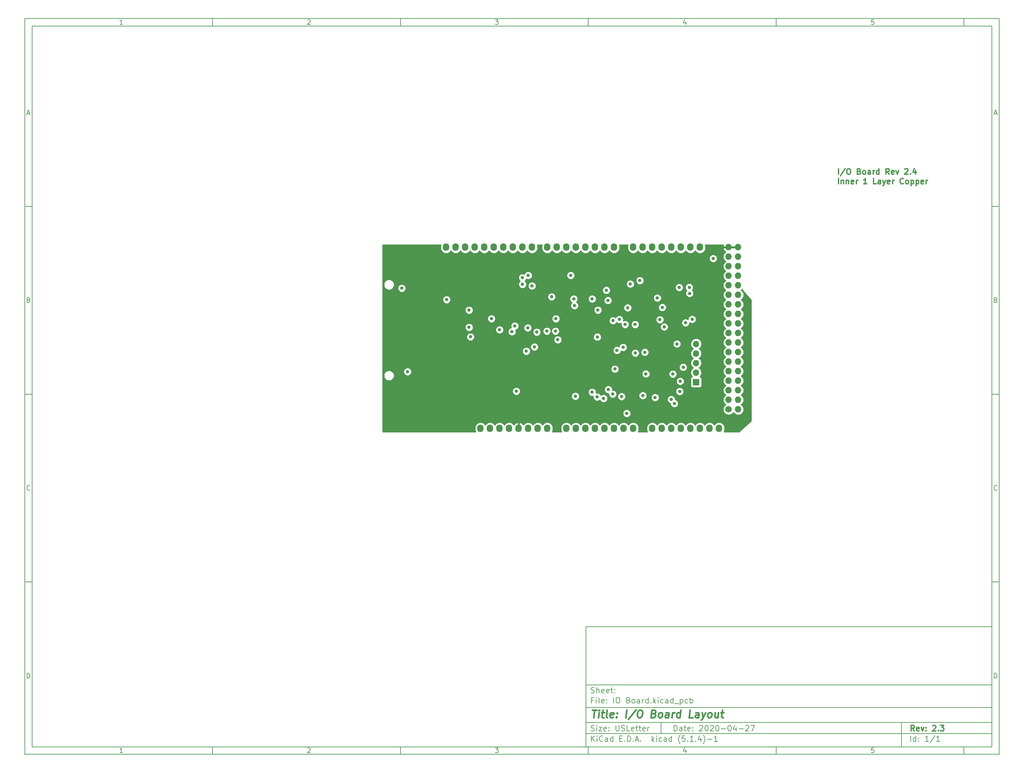
<source format=gbr>
G04 #@! TF.GenerationSoftware,KiCad,Pcbnew,(5.1.4)-1*
G04 #@! TF.CreationDate,2020-05-01T18:49:37-04:00*
G04 #@! TF.ProjectId,IO Board,494f2042-6f61-4726-942e-6b696361645f,2.3*
G04 #@! TF.SameCoordinates,Original*
G04 #@! TF.FileFunction,Copper,L2,Inr*
G04 #@! TF.FilePolarity,Positive*
%FSLAX46Y46*%
G04 Gerber Fmt 4.6, Leading zero omitted, Abs format (unit mm)*
G04 Created by KiCad (PCBNEW (5.1.4)-1) date 2020-05-01 18:49:37*
%MOMM*%
%LPD*%
G04 APERTURE LIST*
%ADD10C,0.100000*%
%ADD11C,0.150000*%
%ADD12C,0.300000*%
%ADD13C,0.400000*%
%ADD14C,1.727200*%
%ADD15O,1.727200X1.727200*%
%ADD16O,1.727200X2.032000*%
%ADD17O,1.700000X1.700000*%
%ADD18R,1.700000X1.700000*%
%ADD19C,0.889000*%
%ADD20C,0.508000*%
%ADD21C,0.254000*%
G04 APERTURE END LIST*
D10*
D11*
X159400000Y-171900000D02*
X159400000Y-203900000D01*
X267400000Y-203900000D01*
X267400000Y-171900000D01*
X159400000Y-171900000D01*
D10*
D11*
X10000000Y-10000000D02*
X10000000Y-205900000D01*
X269400000Y-205900000D01*
X269400000Y-10000000D01*
X10000000Y-10000000D01*
D10*
D11*
X12000000Y-12000000D02*
X12000000Y-203900000D01*
X267400000Y-203900000D01*
X267400000Y-12000000D01*
X12000000Y-12000000D01*
D10*
D11*
X60000000Y-12000000D02*
X60000000Y-10000000D01*
D10*
D11*
X110000000Y-12000000D02*
X110000000Y-10000000D01*
D10*
D11*
X160000000Y-12000000D02*
X160000000Y-10000000D01*
D10*
D11*
X210000000Y-12000000D02*
X210000000Y-10000000D01*
D10*
D11*
X260000000Y-12000000D02*
X260000000Y-10000000D01*
D10*
D11*
X36065476Y-11588095D02*
X35322619Y-11588095D01*
X35694047Y-11588095D02*
X35694047Y-10288095D01*
X35570238Y-10473809D01*
X35446428Y-10597619D01*
X35322619Y-10659523D01*
D10*
D11*
X85322619Y-10411904D02*
X85384523Y-10350000D01*
X85508333Y-10288095D01*
X85817857Y-10288095D01*
X85941666Y-10350000D01*
X86003571Y-10411904D01*
X86065476Y-10535714D01*
X86065476Y-10659523D01*
X86003571Y-10845238D01*
X85260714Y-11588095D01*
X86065476Y-11588095D01*
D10*
D11*
X135260714Y-10288095D02*
X136065476Y-10288095D01*
X135632142Y-10783333D01*
X135817857Y-10783333D01*
X135941666Y-10845238D01*
X136003571Y-10907142D01*
X136065476Y-11030952D01*
X136065476Y-11340476D01*
X136003571Y-11464285D01*
X135941666Y-11526190D01*
X135817857Y-11588095D01*
X135446428Y-11588095D01*
X135322619Y-11526190D01*
X135260714Y-11464285D01*
D10*
D11*
X185941666Y-10721428D02*
X185941666Y-11588095D01*
X185632142Y-10226190D02*
X185322619Y-11154761D01*
X186127380Y-11154761D01*
D10*
D11*
X236003571Y-10288095D02*
X235384523Y-10288095D01*
X235322619Y-10907142D01*
X235384523Y-10845238D01*
X235508333Y-10783333D01*
X235817857Y-10783333D01*
X235941666Y-10845238D01*
X236003571Y-10907142D01*
X236065476Y-11030952D01*
X236065476Y-11340476D01*
X236003571Y-11464285D01*
X235941666Y-11526190D01*
X235817857Y-11588095D01*
X235508333Y-11588095D01*
X235384523Y-11526190D01*
X235322619Y-11464285D01*
D10*
D11*
X60000000Y-203900000D02*
X60000000Y-205900000D01*
D10*
D11*
X110000000Y-203900000D02*
X110000000Y-205900000D01*
D10*
D11*
X160000000Y-203900000D02*
X160000000Y-205900000D01*
D10*
D11*
X210000000Y-203900000D02*
X210000000Y-205900000D01*
D10*
D11*
X260000000Y-203900000D02*
X260000000Y-205900000D01*
D10*
D11*
X36065476Y-205488095D02*
X35322619Y-205488095D01*
X35694047Y-205488095D02*
X35694047Y-204188095D01*
X35570238Y-204373809D01*
X35446428Y-204497619D01*
X35322619Y-204559523D01*
D10*
D11*
X85322619Y-204311904D02*
X85384523Y-204250000D01*
X85508333Y-204188095D01*
X85817857Y-204188095D01*
X85941666Y-204250000D01*
X86003571Y-204311904D01*
X86065476Y-204435714D01*
X86065476Y-204559523D01*
X86003571Y-204745238D01*
X85260714Y-205488095D01*
X86065476Y-205488095D01*
D10*
D11*
X135260714Y-204188095D02*
X136065476Y-204188095D01*
X135632142Y-204683333D01*
X135817857Y-204683333D01*
X135941666Y-204745238D01*
X136003571Y-204807142D01*
X136065476Y-204930952D01*
X136065476Y-205240476D01*
X136003571Y-205364285D01*
X135941666Y-205426190D01*
X135817857Y-205488095D01*
X135446428Y-205488095D01*
X135322619Y-205426190D01*
X135260714Y-205364285D01*
D10*
D11*
X185941666Y-204621428D02*
X185941666Y-205488095D01*
X185632142Y-204126190D02*
X185322619Y-205054761D01*
X186127380Y-205054761D01*
D10*
D11*
X236003571Y-204188095D02*
X235384523Y-204188095D01*
X235322619Y-204807142D01*
X235384523Y-204745238D01*
X235508333Y-204683333D01*
X235817857Y-204683333D01*
X235941666Y-204745238D01*
X236003571Y-204807142D01*
X236065476Y-204930952D01*
X236065476Y-205240476D01*
X236003571Y-205364285D01*
X235941666Y-205426190D01*
X235817857Y-205488095D01*
X235508333Y-205488095D01*
X235384523Y-205426190D01*
X235322619Y-205364285D01*
D10*
D11*
X10000000Y-60000000D02*
X12000000Y-60000000D01*
D10*
D11*
X10000000Y-110000000D02*
X12000000Y-110000000D01*
D10*
D11*
X10000000Y-160000000D02*
X12000000Y-160000000D01*
D10*
D11*
X10690476Y-35216666D02*
X11309523Y-35216666D01*
X10566666Y-35588095D02*
X11000000Y-34288095D01*
X11433333Y-35588095D01*
D10*
D11*
X11092857Y-84907142D02*
X11278571Y-84969047D01*
X11340476Y-85030952D01*
X11402380Y-85154761D01*
X11402380Y-85340476D01*
X11340476Y-85464285D01*
X11278571Y-85526190D01*
X11154761Y-85588095D01*
X10659523Y-85588095D01*
X10659523Y-84288095D01*
X11092857Y-84288095D01*
X11216666Y-84350000D01*
X11278571Y-84411904D01*
X11340476Y-84535714D01*
X11340476Y-84659523D01*
X11278571Y-84783333D01*
X11216666Y-84845238D01*
X11092857Y-84907142D01*
X10659523Y-84907142D01*
D10*
D11*
X11402380Y-135464285D02*
X11340476Y-135526190D01*
X11154761Y-135588095D01*
X11030952Y-135588095D01*
X10845238Y-135526190D01*
X10721428Y-135402380D01*
X10659523Y-135278571D01*
X10597619Y-135030952D01*
X10597619Y-134845238D01*
X10659523Y-134597619D01*
X10721428Y-134473809D01*
X10845238Y-134350000D01*
X11030952Y-134288095D01*
X11154761Y-134288095D01*
X11340476Y-134350000D01*
X11402380Y-134411904D01*
D10*
D11*
X10659523Y-185588095D02*
X10659523Y-184288095D01*
X10969047Y-184288095D01*
X11154761Y-184350000D01*
X11278571Y-184473809D01*
X11340476Y-184597619D01*
X11402380Y-184845238D01*
X11402380Y-185030952D01*
X11340476Y-185278571D01*
X11278571Y-185402380D01*
X11154761Y-185526190D01*
X10969047Y-185588095D01*
X10659523Y-185588095D01*
D10*
D11*
X269400000Y-60000000D02*
X267400000Y-60000000D01*
D10*
D11*
X269400000Y-110000000D02*
X267400000Y-110000000D01*
D10*
D11*
X269400000Y-160000000D02*
X267400000Y-160000000D01*
D10*
D11*
X268090476Y-35216666D02*
X268709523Y-35216666D01*
X267966666Y-35588095D02*
X268400000Y-34288095D01*
X268833333Y-35588095D01*
D10*
D11*
X268492857Y-84907142D02*
X268678571Y-84969047D01*
X268740476Y-85030952D01*
X268802380Y-85154761D01*
X268802380Y-85340476D01*
X268740476Y-85464285D01*
X268678571Y-85526190D01*
X268554761Y-85588095D01*
X268059523Y-85588095D01*
X268059523Y-84288095D01*
X268492857Y-84288095D01*
X268616666Y-84350000D01*
X268678571Y-84411904D01*
X268740476Y-84535714D01*
X268740476Y-84659523D01*
X268678571Y-84783333D01*
X268616666Y-84845238D01*
X268492857Y-84907142D01*
X268059523Y-84907142D01*
D10*
D11*
X268802380Y-135464285D02*
X268740476Y-135526190D01*
X268554761Y-135588095D01*
X268430952Y-135588095D01*
X268245238Y-135526190D01*
X268121428Y-135402380D01*
X268059523Y-135278571D01*
X267997619Y-135030952D01*
X267997619Y-134845238D01*
X268059523Y-134597619D01*
X268121428Y-134473809D01*
X268245238Y-134350000D01*
X268430952Y-134288095D01*
X268554761Y-134288095D01*
X268740476Y-134350000D01*
X268802380Y-134411904D01*
D10*
D11*
X268059523Y-185588095D02*
X268059523Y-184288095D01*
X268369047Y-184288095D01*
X268554761Y-184350000D01*
X268678571Y-184473809D01*
X268740476Y-184597619D01*
X268802380Y-184845238D01*
X268802380Y-185030952D01*
X268740476Y-185278571D01*
X268678571Y-185402380D01*
X268554761Y-185526190D01*
X268369047Y-185588095D01*
X268059523Y-185588095D01*
D10*
D11*
X182832142Y-199678571D02*
X182832142Y-198178571D01*
X183189285Y-198178571D01*
X183403571Y-198250000D01*
X183546428Y-198392857D01*
X183617857Y-198535714D01*
X183689285Y-198821428D01*
X183689285Y-199035714D01*
X183617857Y-199321428D01*
X183546428Y-199464285D01*
X183403571Y-199607142D01*
X183189285Y-199678571D01*
X182832142Y-199678571D01*
X184975000Y-199678571D02*
X184975000Y-198892857D01*
X184903571Y-198750000D01*
X184760714Y-198678571D01*
X184475000Y-198678571D01*
X184332142Y-198750000D01*
X184975000Y-199607142D02*
X184832142Y-199678571D01*
X184475000Y-199678571D01*
X184332142Y-199607142D01*
X184260714Y-199464285D01*
X184260714Y-199321428D01*
X184332142Y-199178571D01*
X184475000Y-199107142D01*
X184832142Y-199107142D01*
X184975000Y-199035714D01*
X185475000Y-198678571D02*
X186046428Y-198678571D01*
X185689285Y-198178571D02*
X185689285Y-199464285D01*
X185760714Y-199607142D01*
X185903571Y-199678571D01*
X186046428Y-199678571D01*
X187117857Y-199607142D02*
X186975000Y-199678571D01*
X186689285Y-199678571D01*
X186546428Y-199607142D01*
X186475000Y-199464285D01*
X186475000Y-198892857D01*
X186546428Y-198750000D01*
X186689285Y-198678571D01*
X186975000Y-198678571D01*
X187117857Y-198750000D01*
X187189285Y-198892857D01*
X187189285Y-199035714D01*
X186475000Y-199178571D01*
X187832142Y-199535714D02*
X187903571Y-199607142D01*
X187832142Y-199678571D01*
X187760714Y-199607142D01*
X187832142Y-199535714D01*
X187832142Y-199678571D01*
X187832142Y-198750000D02*
X187903571Y-198821428D01*
X187832142Y-198892857D01*
X187760714Y-198821428D01*
X187832142Y-198750000D01*
X187832142Y-198892857D01*
X189617857Y-198321428D02*
X189689285Y-198250000D01*
X189832142Y-198178571D01*
X190189285Y-198178571D01*
X190332142Y-198250000D01*
X190403571Y-198321428D01*
X190475000Y-198464285D01*
X190475000Y-198607142D01*
X190403571Y-198821428D01*
X189546428Y-199678571D01*
X190475000Y-199678571D01*
X191403571Y-198178571D02*
X191546428Y-198178571D01*
X191689285Y-198250000D01*
X191760714Y-198321428D01*
X191832142Y-198464285D01*
X191903571Y-198750000D01*
X191903571Y-199107142D01*
X191832142Y-199392857D01*
X191760714Y-199535714D01*
X191689285Y-199607142D01*
X191546428Y-199678571D01*
X191403571Y-199678571D01*
X191260714Y-199607142D01*
X191189285Y-199535714D01*
X191117857Y-199392857D01*
X191046428Y-199107142D01*
X191046428Y-198750000D01*
X191117857Y-198464285D01*
X191189285Y-198321428D01*
X191260714Y-198250000D01*
X191403571Y-198178571D01*
X192475000Y-198321428D02*
X192546428Y-198250000D01*
X192689285Y-198178571D01*
X193046428Y-198178571D01*
X193189285Y-198250000D01*
X193260714Y-198321428D01*
X193332142Y-198464285D01*
X193332142Y-198607142D01*
X193260714Y-198821428D01*
X192403571Y-199678571D01*
X193332142Y-199678571D01*
X194260714Y-198178571D02*
X194403571Y-198178571D01*
X194546428Y-198250000D01*
X194617857Y-198321428D01*
X194689285Y-198464285D01*
X194760714Y-198750000D01*
X194760714Y-199107142D01*
X194689285Y-199392857D01*
X194617857Y-199535714D01*
X194546428Y-199607142D01*
X194403571Y-199678571D01*
X194260714Y-199678571D01*
X194117857Y-199607142D01*
X194046428Y-199535714D01*
X193975000Y-199392857D01*
X193903571Y-199107142D01*
X193903571Y-198750000D01*
X193975000Y-198464285D01*
X194046428Y-198321428D01*
X194117857Y-198250000D01*
X194260714Y-198178571D01*
X195403571Y-199107142D02*
X196546428Y-199107142D01*
X197546428Y-198178571D02*
X197689285Y-198178571D01*
X197832142Y-198250000D01*
X197903571Y-198321428D01*
X197975000Y-198464285D01*
X198046428Y-198750000D01*
X198046428Y-199107142D01*
X197975000Y-199392857D01*
X197903571Y-199535714D01*
X197832142Y-199607142D01*
X197689285Y-199678571D01*
X197546428Y-199678571D01*
X197403571Y-199607142D01*
X197332142Y-199535714D01*
X197260714Y-199392857D01*
X197189285Y-199107142D01*
X197189285Y-198750000D01*
X197260714Y-198464285D01*
X197332142Y-198321428D01*
X197403571Y-198250000D01*
X197546428Y-198178571D01*
X199332142Y-198678571D02*
X199332142Y-199678571D01*
X198975000Y-198107142D02*
X198617857Y-199178571D01*
X199546428Y-199178571D01*
X200117857Y-199107142D02*
X201260714Y-199107142D01*
X201903571Y-198321428D02*
X201975000Y-198250000D01*
X202117857Y-198178571D01*
X202475000Y-198178571D01*
X202617857Y-198250000D01*
X202689285Y-198321428D01*
X202760714Y-198464285D01*
X202760714Y-198607142D01*
X202689285Y-198821428D01*
X201832142Y-199678571D01*
X202760714Y-199678571D01*
X203260714Y-198178571D02*
X204260714Y-198178571D01*
X203617857Y-199678571D01*
D10*
D11*
X159400000Y-200400000D02*
X267400000Y-200400000D01*
D10*
D11*
X160832142Y-202478571D02*
X160832142Y-200978571D01*
X161689285Y-202478571D02*
X161046428Y-201621428D01*
X161689285Y-200978571D02*
X160832142Y-201835714D01*
X162332142Y-202478571D02*
X162332142Y-201478571D01*
X162332142Y-200978571D02*
X162260714Y-201050000D01*
X162332142Y-201121428D01*
X162403571Y-201050000D01*
X162332142Y-200978571D01*
X162332142Y-201121428D01*
X163903571Y-202335714D02*
X163832142Y-202407142D01*
X163617857Y-202478571D01*
X163475000Y-202478571D01*
X163260714Y-202407142D01*
X163117857Y-202264285D01*
X163046428Y-202121428D01*
X162975000Y-201835714D01*
X162975000Y-201621428D01*
X163046428Y-201335714D01*
X163117857Y-201192857D01*
X163260714Y-201050000D01*
X163475000Y-200978571D01*
X163617857Y-200978571D01*
X163832142Y-201050000D01*
X163903571Y-201121428D01*
X165189285Y-202478571D02*
X165189285Y-201692857D01*
X165117857Y-201550000D01*
X164975000Y-201478571D01*
X164689285Y-201478571D01*
X164546428Y-201550000D01*
X165189285Y-202407142D02*
X165046428Y-202478571D01*
X164689285Y-202478571D01*
X164546428Y-202407142D01*
X164475000Y-202264285D01*
X164475000Y-202121428D01*
X164546428Y-201978571D01*
X164689285Y-201907142D01*
X165046428Y-201907142D01*
X165189285Y-201835714D01*
X166546428Y-202478571D02*
X166546428Y-200978571D01*
X166546428Y-202407142D02*
X166403571Y-202478571D01*
X166117857Y-202478571D01*
X165975000Y-202407142D01*
X165903571Y-202335714D01*
X165832142Y-202192857D01*
X165832142Y-201764285D01*
X165903571Y-201621428D01*
X165975000Y-201550000D01*
X166117857Y-201478571D01*
X166403571Y-201478571D01*
X166546428Y-201550000D01*
X168403571Y-201692857D02*
X168903571Y-201692857D01*
X169117857Y-202478571D02*
X168403571Y-202478571D01*
X168403571Y-200978571D01*
X169117857Y-200978571D01*
X169760714Y-202335714D02*
X169832142Y-202407142D01*
X169760714Y-202478571D01*
X169689285Y-202407142D01*
X169760714Y-202335714D01*
X169760714Y-202478571D01*
X170475000Y-202478571D02*
X170475000Y-200978571D01*
X170832142Y-200978571D01*
X171046428Y-201050000D01*
X171189285Y-201192857D01*
X171260714Y-201335714D01*
X171332142Y-201621428D01*
X171332142Y-201835714D01*
X171260714Y-202121428D01*
X171189285Y-202264285D01*
X171046428Y-202407142D01*
X170832142Y-202478571D01*
X170475000Y-202478571D01*
X171975000Y-202335714D02*
X172046428Y-202407142D01*
X171975000Y-202478571D01*
X171903571Y-202407142D01*
X171975000Y-202335714D01*
X171975000Y-202478571D01*
X172617857Y-202050000D02*
X173332142Y-202050000D01*
X172475000Y-202478571D02*
X172975000Y-200978571D01*
X173475000Y-202478571D01*
X173975000Y-202335714D02*
X174046428Y-202407142D01*
X173975000Y-202478571D01*
X173903571Y-202407142D01*
X173975000Y-202335714D01*
X173975000Y-202478571D01*
X176975000Y-202478571D02*
X176975000Y-200978571D01*
X177117857Y-201907142D02*
X177546428Y-202478571D01*
X177546428Y-201478571D02*
X176975000Y-202050000D01*
X178189285Y-202478571D02*
X178189285Y-201478571D01*
X178189285Y-200978571D02*
X178117857Y-201050000D01*
X178189285Y-201121428D01*
X178260714Y-201050000D01*
X178189285Y-200978571D01*
X178189285Y-201121428D01*
X179546428Y-202407142D02*
X179403571Y-202478571D01*
X179117857Y-202478571D01*
X178975000Y-202407142D01*
X178903571Y-202335714D01*
X178832142Y-202192857D01*
X178832142Y-201764285D01*
X178903571Y-201621428D01*
X178975000Y-201550000D01*
X179117857Y-201478571D01*
X179403571Y-201478571D01*
X179546428Y-201550000D01*
X180832142Y-202478571D02*
X180832142Y-201692857D01*
X180760714Y-201550000D01*
X180617857Y-201478571D01*
X180332142Y-201478571D01*
X180189285Y-201550000D01*
X180832142Y-202407142D02*
X180689285Y-202478571D01*
X180332142Y-202478571D01*
X180189285Y-202407142D01*
X180117857Y-202264285D01*
X180117857Y-202121428D01*
X180189285Y-201978571D01*
X180332142Y-201907142D01*
X180689285Y-201907142D01*
X180832142Y-201835714D01*
X182189285Y-202478571D02*
X182189285Y-200978571D01*
X182189285Y-202407142D02*
X182046428Y-202478571D01*
X181760714Y-202478571D01*
X181617857Y-202407142D01*
X181546428Y-202335714D01*
X181475000Y-202192857D01*
X181475000Y-201764285D01*
X181546428Y-201621428D01*
X181617857Y-201550000D01*
X181760714Y-201478571D01*
X182046428Y-201478571D01*
X182189285Y-201550000D01*
X184475000Y-203050000D02*
X184403571Y-202978571D01*
X184260714Y-202764285D01*
X184189285Y-202621428D01*
X184117857Y-202407142D01*
X184046428Y-202050000D01*
X184046428Y-201764285D01*
X184117857Y-201407142D01*
X184189285Y-201192857D01*
X184260714Y-201050000D01*
X184403571Y-200835714D01*
X184475000Y-200764285D01*
X185760714Y-200978571D02*
X185046428Y-200978571D01*
X184975000Y-201692857D01*
X185046428Y-201621428D01*
X185189285Y-201550000D01*
X185546428Y-201550000D01*
X185689285Y-201621428D01*
X185760714Y-201692857D01*
X185832142Y-201835714D01*
X185832142Y-202192857D01*
X185760714Y-202335714D01*
X185689285Y-202407142D01*
X185546428Y-202478571D01*
X185189285Y-202478571D01*
X185046428Y-202407142D01*
X184975000Y-202335714D01*
X186475000Y-202335714D02*
X186546428Y-202407142D01*
X186475000Y-202478571D01*
X186403571Y-202407142D01*
X186475000Y-202335714D01*
X186475000Y-202478571D01*
X187975000Y-202478571D02*
X187117857Y-202478571D01*
X187546428Y-202478571D02*
X187546428Y-200978571D01*
X187403571Y-201192857D01*
X187260714Y-201335714D01*
X187117857Y-201407142D01*
X188617857Y-202335714D02*
X188689285Y-202407142D01*
X188617857Y-202478571D01*
X188546428Y-202407142D01*
X188617857Y-202335714D01*
X188617857Y-202478571D01*
X189975000Y-201478571D02*
X189975000Y-202478571D01*
X189617857Y-200907142D02*
X189260714Y-201978571D01*
X190189285Y-201978571D01*
X190617857Y-203050000D02*
X190689285Y-202978571D01*
X190832142Y-202764285D01*
X190903571Y-202621428D01*
X190975000Y-202407142D01*
X191046428Y-202050000D01*
X191046428Y-201764285D01*
X190975000Y-201407142D01*
X190903571Y-201192857D01*
X190832142Y-201050000D01*
X190689285Y-200835714D01*
X190617857Y-200764285D01*
X191760714Y-201907142D02*
X192903571Y-201907142D01*
X194403571Y-202478571D02*
X193546428Y-202478571D01*
X193975000Y-202478571D02*
X193975000Y-200978571D01*
X193832142Y-201192857D01*
X193689285Y-201335714D01*
X193546428Y-201407142D01*
D10*
D11*
X159400000Y-197400000D02*
X267400000Y-197400000D01*
D10*
D12*
X246809285Y-199678571D02*
X246309285Y-198964285D01*
X245952142Y-199678571D02*
X245952142Y-198178571D01*
X246523571Y-198178571D01*
X246666428Y-198250000D01*
X246737857Y-198321428D01*
X246809285Y-198464285D01*
X246809285Y-198678571D01*
X246737857Y-198821428D01*
X246666428Y-198892857D01*
X246523571Y-198964285D01*
X245952142Y-198964285D01*
X248023571Y-199607142D02*
X247880714Y-199678571D01*
X247595000Y-199678571D01*
X247452142Y-199607142D01*
X247380714Y-199464285D01*
X247380714Y-198892857D01*
X247452142Y-198750000D01*
X247595000Y-198678571D01*
X247880714Y-198678571D01*
X248023571Y-198750000D01*
X248095000Y-198892857D01*
X248095000Y-199035714D01*
X247380714Y-199178571D01*
X248595000Y-198678571D02*
X248952142Y-199678571D01*
X249309285Y-198678571D01*
X249880714Y-199535714D02*
X249952142Y-199607142D01*
X249880714Y-199678571D01*
X249809285Y-199607142D01*
X249880714Y-199535714D01*
X249880714Y-199678571D01*
X249880714Y-198750000D02*
X249952142Y-198821428D01*
X249880714Y-198892857D01*
X249809285Y-198821428D01*
X249880714Y-198750000D01*
X249880714Y-198892857D01*
X251666428Y-198321428D02*
X251737857Y-198250000D01*
X251880714Y-198178571D01*
X252237857Y-198178571D01*
X252380714Y-198250000D01*
X252452142Y-198321428D01*
X252523571Y-198464285D01*
X252523571Y-198607142D01*
X252452142Y-198821428D01*
X251595000Y-199678571D01*
X252523571Y-199678571D01*
X253166428Y-199535714D02*
X253237857Y-199607142D01*
X253166428Y-199678571D01*
X253095000Y-199607142D01*
X253166428Y-199535714D01*
X253166428Y-199678571D01*
X253737857Y-198178571D02*
X254666428Y-198178571D01*
X254166428Y-198750000D01*
X254380714Y-198750000D01*
X254523571Y-198821428D01*
X254595000Y-198892857D01*
X254666428Y-199035714D01*
X254666428Y-199392857D01*
X254595000Y-199535714D01*
X254523571Y-199607142D01*
X254380714Y-199678571D01*
X253952142Y-199678571D01*
X253809285Y-199607142D01*
X253737857Y-199535714D01*
D10*
D11*
X160760714Y-199607142D02*
X160975000Y-199678571D01*
X161332142Y-199678571D01*
X161475000Y-199607142D01*
X161546428Y-199535714D01*
X161617857Y-199392857D01*
X161617857Y-199250000D01*
X161546428Y-199107142D01*
X161475000Y-199035714D01*
X161332142Y-198964285D01*
X161046428Y-198892857D01*
X160903571Y-198821428D01*
X160832142Y-198750000D01*
X160760714Y-198607142D01*
X160760714Y-198464285D01*
X160832142Y-198321428D01*
X160903571Y-198250000D01*
X161046428Y-198178571D01*
X161403571Y-198178571D01*
X161617857Y-198250000D01*
X162260714Y-199678571D02*
X162260714Y-198678571D01*
X162260714Y-198178571D02*
X162189285Y-198250000D01*
X162260714Y-198321428D01*
X162332142Y-198250000D01*
X162260714Y-198178571D01*
X162260714Y-198321428D01*
X162832142Y-198678571D02*
X163617857Y-198678571D01*
X162832142Y-199678571D01*
X163617857Y-199678571D01*
X164760714Y-199607142D02*
X164617857Y-199678571D01*
X164332142Y-199678571D01*
X164189285Y-199607142D01*
X164117857Y-199464285D01*
X164117857Y-198892857D01*
X164189285Y-198750000D01*
X164332142Y-198678571D01*
X164617857Y-198678571D01*
X164760714Y-198750000D01*
X164832142Y-198892857D01*
X164832142Y-199035714D01*
X164117857Y-199178571D01*
X165475000Y-199535714D02*
X165546428Y-199607142D01*
X165475000Y-199678571D01*
X165403571Y-199607142D01*
X165475000Y-199535714D01*
X165475000Y-199678571D01*
X165475000Y-198750000D02*
X165546428Y-198821428D01*
X165475000Y-198892857D01*
X165403571Y-198821428D01*
X165475000Y-198750000D01*
X165475000Y-198892857D01*
X167332142Y-198178571D02*
X167332142Y-199392857D01*
X167403571Y-199535714D01*
X167475000Y-199607142D01*
X167617857Y-199678571D01*
X167903571Y-199678571D01*
X168046428Y-199607142D01*
X168117857Y-199535714D01*
X168189285Y-199392857D01*
X168189285Y-198178571D01*
X168832142Y-199607142D02*
X169046428Y-199678571D01*
X169403571Y-199678571D01*
X169546428Y-199607142D01*
X169617857Y-199535714D01*
X169689285Y-199392857D01*
X169689285Y-199250000D01*
X169617857Y-199107142D01*
X169546428Y-199035714D01*
X169403571Y-198964285D01*
X169117857Y-198892857D01*
X168975000Y-198821428D01*
X168903571Y-198750000D01*
X168832142Y-198607142D01*
X168832142Y-198464285D01*
X168903571Y-198321428D01*
X168975000Y-198250000D01*
X169117857Y-198178571D01*
X169475000Y-198178571D01*
X169689285Y-198250000D01*
X171046428Y-199678571D02*
X170332142Y-199678571D01*
X170332142Y-198178571D01*
X172117857Y-199607142D02*
X171975000Y-199678571D01*
X171689285Y-199678571D01*
X171546428Y-199607142D01*
X171475000Y-199464285D01*
X171475000Y-198892857D01*
X171546428Y-198750000D01*
X171689285Y-198678571D01*
X171975000Y-198678571D01*
X172117857Y-198750000D01*
X172189285Y-198892857D01*
X172189285Y-199035714D01*
X171475000Y-199178571D01*
X172617857Y-198678571D02*
X173189285Y-198678571D01*
X172832142Y-198178571D02*
X172832142Y-199464285D01*
X172903571Y-199607142D01*
X173046428Y-199678571D01*
X173189285Y-199678571D01*
X173475000Y-198678571D02*
X174046428Y-198678571D01*
X173689285Y-198178571D02*
X173689285Y-199464285D01*
X173760714Y-199607142D01*
X173903571Y-199678571D01*
X174046428Y-199678571D01*
X175117857Y-199607142D02*
X174975000Y-199678571D01*
X174689285Y-199678571D01*
X174546428Y-199607142D01*
X174475000Y-199464285D01*
X174475000Y-198892857D01*
X174546428Y-198750000D01*
X174689285Y-198678571D01*
X174975000Y-198678571D01*
X175117857Y-198750000D01*
X175189285Y-198892857D01*
X175189285Y-199035714D01*
X174475000Y-199178571D01*
X175832142Y-199678571D02*
X175832142Y-198678571D01*
X175832142Y-198964285D02*
X175903571Y-198821428D01*
X175975000Y-198750000D01*
X176117857Y-198678571D01*
X176260714Y-198678571D01*
D10*
D11*
X245832142Y-202478571D02*
X245832142Y-200978571D01*
X247189285Y-202478571D02*
X247189285Y-200978571D01*
X247189285Y-202407142D02*
X247046428Y-202478571D01*
X246760714Y-202478571D01*
X246617857Y-202407142D01*
X246546428Y-202335714D01*
X246475000Y-202192857D01*
X246475000Y-201764285D01*
X246546428Y-201621428D01*
X246617857Y-201550000D01*
X246760714Y-201478571D01*
X247046428Y-201478571D01*
X247189285Y-201550000D01*
X247903571Y-202335714D02*
X247975000Y-202407142D01*
X247903571Y-202478571D01*
X247832142Y-202407142D01*
X247903571Y-202335714D01*
X247903571Y-202478571D01*
X247903571Y-201550000D02*
X247975000Y-201621428D01*
X247903571Y-201692857D01*
X247832142Y-201621428D01*
X247903571Y-201550000D01*
X247903571Y-201692857D01*
X250546428Y-202478571D02*
X249689285Y-202478571D01*
X250117857Y-202478571D02*
X250117857Y-200978571D01*
X249975000Y-201192857D01*
X249832142Y-201335714D01*
X249689285Y-201407142D01*
X252260714Y-200907142D02*
X250975000Y-202835714D01*
X253546428Y-202478571D02*
X252689285Y-202478571D01*
X253117857Y-202478571D02*
X253117857Y-200978571D01*
X252975000Y-201192857D01*
X252832142Y-201335714D01*
X252689285Y-201407142D01*
D10*
D11*
X159400000Y-193400000D02*
X267400000Y-193400000D01*
D10*
D13*
X161112380Y-194104761D02*
X162255238Y-194104761D01*
X161433809Y-196104761D02*
X161683809Y-194104761D01*
X162671904Y-196104761D02*
X162838571Y-194771428D01*
X162921904Y-194104761D02*
X162814761Y-194200000D01*
X162898095Y-194295238D01*
X163005238Y-194200000D01*
X162921904Y-194104761D01*
X162898095Y-194295238D01*
X163505238Y-194771428D02*
X164267142Y-194771428D01*
X163874285Y-194104761D02*
X163660000Y-195819047D01*
X163731428Y-196009523D01*
X163910000Y-196104761D01*
X164100476Y-196104761D01*
X165052857Y-196104761D02*
X164874285Y-196009523D01*
X164802857Y-195819047D01*
X165017142Y-194104761D01*
X166588571Y-196009523D02*
X166386190Y-196104761D01*
X166005238Y-196104761D01*
X165826666Y-196009523D01*
X165755238Y-195819047D01*
X165850476Y-195057142D01*
X165969523Y-194866666D01*
X166171904Y-194771428D01*
X166552857Y-194771428D01*
X166731428Y-194866666D01*
X166802857Y-195057142D01*
X166779047Y-195247619D01*
X165802857Y-195438095D01*
X167552857Y-195914285D02*
X167636190Y-196009523D01*
X167529047Y-196104761D01*
X167445714Y-196009523D01*
X167552857Y-195914285D01*
X167529047Y-196104761D01*
X167683809Y-194866666D02*
X167767142Y-194961904D01*
X167660000Y-195057142D01*
X167576666Y-194961904D01*
X167683809Y-194866666D01*
X167660000Y-195057142D01*
X170005238Y-196104761D02*
X170255238Y-194104761D01*
X172648095Y-194009523D02*
X170612380Y-196580952D01*
X173683809Y-194104761D02*
X174064761Y-194104761D01*
X174243333Y-194200000D01*
X174410000Y-194390476D01*
X174457619Y-194771428D01*
X174374285Y-195438095D01*
X174231428Y-195819047D01*
X174017142Y-196009523D01*
X173814761Y-196104761D01*
X173433809Y-196104761D01*
X173255238Y-196009523D01*
X173088571Y-195819047D01*
X173040952Y-195438095D01*
X173124285Y-194771428D01*
X173267142Y-194390476D01*
X173481428Y-194200000D01*
X173683809Y-194104761D01*
X177469523Y-195057142D02*
X177743333Y-195152380D01*
X177826666Y-195247619D01*
X177898095Y-195438095D01*
X177862380Y-195723809D01*
X177743333Y-195914285D01*
X177636190Y-196009523D01*
X177433809Y-196104761D01*
X176671904Y-196104761D01*
X176921904Y-194104761D01*
X177588571Y-194104761D01*
X177767142Y-194200000D01*
X177850476Y-194295238D01*
X177921904Y-194485714D01*
X177898095Y-194676190D01*
X177779047Y-194866666D01*
X177671904Y-194961904D01*
X177469523Y-195057142D01*
X176802857Y-195057142D01*
X178957619Y-196104761D02*
X178779047Y-196009523D01*
X178695714Y-195914285D01*
X178624285Y-195723809D01*
X178695714Y-195152380D01*
X178814761Y-194961904D01*
X178921904Y-194866666D01*
X179124285Y-194771428D01*
X179410000Y-194771428D01*
X179588571Y-194866666D01*
X179671904Y-194961904D01*
X179743333Y-195152380D01*
X179671904Y-195723809D01*
X179552857Y-195914285D01*
X179445714Y-196009523D01*
X179243333Y-196104761D01*
X178957619Y-196104761D01*
X181338571Y-196104761D02*
X181469523Y-195057142D01*
X181398095Y-194866666D01*
X181219523Y-194771428D01*
X180838571Y-194771428D01*
X180636190Y-194866666D01*
X181350476Y-196009523D02*
X181148095Y-196104761D01*
X180671904Y-196104761D01*
X180493333Y-196009523D01*
X180421904Y-195819047D01*
X180445714Y-195628571D01*
X180564761Y-195438095D01*
X180767142Y-195342857D01*
X181243333Y-195342857D01*
X181445714Y-195247619D01*
X182290952Y-196104761D02*
X182457619Y-194771428D01*
X182410000Y-195152380D02*
X182529047Y-194961904D01*
X182636190Y-194866666D01*
X182838571Y-194771428D01*
X183029047Y-194771428D01*
X184386190Y-196104761D02*
X184636190Y-194104761D01*
X184398095Y-196009523D02*
X184195714Y-196104761D01*
X183814761Y-196104761D01*
X183636190Y-196009523D01*
X183552857Y-195914285D01*
X183481428Y-195723809D01*
X183552857Y-195152380D01*
X183671904Y-194961904D01*
X183779047Y-194866666D01*
X183981428Y-194771428D01*
X184362380Y-194771428D01*
X184540952Y-194866666D01*
X187814761Y-196104761D02*
X186862380Y-196104761D01*
X187112380Y-194104761D01*
X189338571Y-196104761D02*
X189469523Y-195057142D01*
X189398095Y-194866666D01*
X189219523Y-194771428D01*
X188838571Y-194771428D01*
X188636190Y-194866666D01*
X189350476Y-196009523D02*
X189148095Y-196104761D01*
X188671904Y-196104761D01*
X188493333Y-196009523D01*
X188421904Y-195819047D01*
X188445714Y-195628571D01*
X188564761Y-195438095D01*
X188767142Y-195342857D01*
X189243333Y-195342857D01*
X189445714Y-195247619D01*
X190267142Y-194771428D02*
X190576666Y-196104761D01*
X191219523Y-194771428D02*
X190576666Y-196104761D01*
X190326666Y-196580952D01*
X190219523Y-196676190D01*
X190017142Y-196771428D01*
X192100476Y-196104761D02*
X191921904Y-196009523D01*
X191838571Y-195914285D01*
X191767142Y-195723809D01*
X191838571Y-195152380D01*
X191957619Y-194961904D01*
X192064761Y-194866666D01*
X192267142Y-194771428D01*
X192552857Y-194771428D01*
X192731428Y-194866666D01*
X192814761Y-194961904D01*
X192886190Y-195152380D01*
X192814761Y-195723809D01*
X192695714Y-195914285D01*
X192588571Y-196009523D01*
X192386190Y-196104761D01*
X192100476Y-196104761D01*
X194648095Y-194771428D02*
X194481428Y-196104761D01*
X193790952Y-194771428D02*
X193660000Y-195819047D01*
X193731428Y-196009523D01*
X193910000Y-196104761D01*
X194195714Y-196104761D01*
X194398095Y-196009523D01*
X194505238Y-195914285D01*
X195314761Y-194771428D02*
X196076666Y-194771428D01*
X195683809Y-194104761D02*
X195469523Y-195819047D01*
X195540952Y-196009523D01*
X195719523Y-196104761D01*
X195910000Y-196104761D01*
D10*
D11*
X161332142Y-191492857D02*
X160832142Y-191492857D01*
X160832142Y-192278571D02*
X160832142Y-190778571D01*
X161546428Y-190778571D01*
X162117857Y-192278571D02*
X162117857Y-191278571D01*
X162117857Y-190778571D02*
X162046428Y-190850000D01*
X162117857Y-190921428D01*
X162189285Y-190850000D01*
X162117857Y-190778571D01*
X162117857Y-190921428D01*
X163046428Y-192278571D02*
X162903571Y-192207142D01*
X162832142Y-192064285D01*
X162832142Y-190778571D01*
X164189285Y-192207142D02*
X164046428Y-192278571D01*
X163760714Y-192278571D01*
X163617857Y-192207142D01*
X163546428Y-192064285D01*
X163546428Y-191492857D01*
X163617857Y-191350000D01*
X163760714Y-191278571D01*
X164046428Y-191278571D01*
X164189285Y-191350000D01*
X164260714Y-191492857D01*
X164260714Y-191635714D01*
X163546428Y-191778571D01*
X164903571Y-192135714D02*
X164975000Y-192207142D01*
X164903571Y-192278571D01*
X164832142Y-192207142D01*
X164903571Y-192135714D01*
X164903571Y-192278571D01*
X164903571Y-191350000D02*
X164975000Y-191421428D01*
X164903571Y-191492857D01*
X164832142Y-191421428D01*
X164903571Y-191350000D01*
X164903571Y-191492857D01*
X166760714Y-192278571D02*
X166760714Y-190778571D01*
X167760714Y-190778571D02*
X168046428Y-190778571D01*
X168189285Y-190850000D01*
X168332142Y-190992857D01*
X168403571Y-191278571D01*
X168403571Y-191778571D01*
X168332142Y-192064285D01*
X168189285Y-192207142D01*
X168046428Y-192278571D01*
X167760714Y-192278571D01*
X167617857Y-192207142D01*
X167475000Y-192064285D01*
X167403571Y-191778571D01*
X167403571Y-191278571D01*
X167475000Y-190992857D01*
X167617857Y-190850000D01*
X167760714Y-190778571D01*
X170689285Y-191492857D02*
X170903571Y-191564285D01*
X170975000Y-191635714D01*
X171046428Y-191778571D01*
X171046428Y-191992857D01*
X170975000Y-192135714D01*
X170903571Y-192207142D01*
X170760714Y-192278571D01*
X170189285Y-192278571D01*
X170189285Y-190778571D01*
X170689285Y-190778571D01*
X170832142Y-190850000D01*
X170903571Y-190921428D01*
X170975000Y-191064285D01*
X170975000Y-191207142D01*
X170903571Y-191350000D01*
X170832142Y-191421428D01*
X170689285Y-191492857D01*
X170189285Y-191492857D01*
X171903571Y-192278571D02*
X171760714Y-192207142D01*
X171689285Y-192135714D01*
X171617857Y-191992857D01*
X171617857Y-191564285D01*
X171689285Y-191421428D01*
X171760714Y-191350000D01*
X171903571Y-191278571D01*
X172117857Y-191278571D01*
X172260714Y-191350000D01*
X172332142Y-191421428D01*
X172403571Y-191564285D01*
X172403571Y-191992857D01*
X172332142Y-192135714D01*
X172260714Y-192207142D01*
X172117857Y-192278571D01*
X171903571Y-192278571D01*
X173689285Y-192278571D02*
X173689285Y-191492857D01*
X173617857Y-191350000D01*
X173475000Y-191278571D01*
X173189285Y-191278571D01*
X173046428Y-191350000D01*
X173689285Y-192207142D02*
X173546428Y-192278571D01*
X173189285Y-192278571D01*
X173046428Y-192207142D01*
X172975000Y-192064285D01*
X172975000Y-191921428D01*
X173046428Y-191778571D01*
X173189285Y-191707142D01*
X173546428Y-191707142D01*
X173689285Y-191635714D01*
X174403571Y-192278571D02*
X174403571Y-191278571D01*
X174403571Y-191564285D02*
X174475000Y-191421428D01*
X174546428Y-191350000D01*
X174689285Y-191278571D01*
X174832142Y-191278571D01*
X175975000Y-192278571D02*
X175975000Y-190778571D01*
X175975000Y-192207142D02*
X175832142Y-192278571D01*
X175546428Y-192278571D01*
X175403571Y-192207142D01*
X175332142Y-192135714D01*
X175260714Y-191992857D01*
X175260714Y-191564285D01*
X175332142Y-191421428D01*
X175403571Y-191350000D01*
X175546428Y-191278571D01*
X175832142Y-191278571D01*
X175975000Y-191350000D01*
X176689285Y-192135714D02*
X176760714Y-192207142D01*
X176689285Y-192278571D01*
X176617857Y-192207142D01*
X176689285Y-192135714D01*
X176689285Y-192278571D01*
X177403571Y-192278571D02*
X177403571Y-190778571D01*
X177546428Y-191707142D02*
X177975000Y-192278571D01*
X177975000Y-191278571D02*
X177403571Y-191850000D01*
X178617857Y-192278571D02*
X178617857Y-191278571D01*
X178617857Y-190778571D02*
X178546428Y-190850000D01*
X178617857Y-190921428D01*
X178689285Y-190850000D01*
X178617857Y-190778571D01*
X178617857Y-190921428D01*
X179975000Y-192207142D02*
X179832142Y-192278571D01*
X179546428Y-192278571D01*
X179403571Y-192207142D01*
X179332142Y-192135714D01*
X179260714Y-191992857D01*
X179260714Y-191564285D01*
X179332142Y-191421428D01*
X179403571Y-191350000D01*
X179546428Y-191278571D01*
X179832142Y-191278571D01*
X179975000Y-191350000D01*
X181260714Y-192278571D02*
X181260714Y-191492857D01*
X181189285Y-191350000D01*
X181046428Y-191278571D01*
X180760714Y-191278571D01*
X180617857Y-191350000D01*
X181260714Y-192207142D02*
X181117857Y-192278571D01*
X180760714Y-192278571D01*
X180617857Y-192207142D01*
X180546428Y-192064285D01*
X180546428Y-191921428D01*
X180617857Y-191778571D01*
X180760714Y-191707142D01*
X181117857Y-191707142D01*
X181260714Y-191635714D01*
X182617857Y-192278571D02*
X182617857Y-190778571D01*
X182617857Y-192207142D02*
X182475000Y-192278571D01*
X182189285Y-192278571D01*
X182046428Y-192207142D01*
X181975000Y-192135714D01*
X181903571Y-191992857D01*
X181903571Y-191564285D01*
X181975000Y-191421428D01*
X182046428Y-191350000D01*
X182189285Y-191278571D01*
X182475000Y-191278571D01*
X182617857Y-191350000D01*
X182975000Y-192421428D02*
X184117857Y-192421428D01*
X184475000Y-191278571D02*
X184475000Y-192778571D01*
X184475000Y-191350000D02*
X184617857Y-191278571D01*
X184903571Y-191278571D01*
X185046428Y-191350000D01*
X185117857Y-191421428D01*
X185189285Y-191564285D01*
X185189285Y-191992857D01*
X185117857Y-192135714D01*
X185046428Y-192207142D01*
X184903571Y-192278571D01*
X184617857Y-192278571D01*
X184475000Y-192207142D01*
X186475000Y-192207142D02*
X186332142Y-192278571D01*
X186046428Y-192278571D01*
X185903571Y-192207142D01*
X185832142Y-192135714D01*
X185760714Y-191992857D01*
X185760714Y-191564285D01*
X185832142Y-191421428D01*
X185903571Y-191350000D01*
X186046428Y-191278571D01*
X186332142Y-191278571D01*
X186475000Y-191350000D01*
X187117857Y-192278571D02*
X187117857Y-190778571D01*
X187117857Y-191350000D02*
X187260714Y-191278571D01*
X187546428Y-191278571D01*
X187689285Y-191350000D01*
X187760714Y-191421428D01*
X187832142Y-191564285D01*
X187832142Y-191992857D01*
X187760714Y-192135714D01*
X187689285Y-192207142D01*
X187546428Y-192278571D01*
X187260714Y-192278571D01*
X187117857Y-192207142D01*
D10*
D11*
X159400000Y-187400000D02*
X267400000Y-187400000D01*
D10*
D11*
X160760714Y-189507142D02*
X160975000Y-189578571D01*
X161332142Y-189578571D01*
X161475000Y-189507142D01*
X161546428Y-189435714D01*
X161617857Y-189292857D01*
X161617857Y-189150000D01*
X161546428Y-189007142D01*
X161475000Y-188935714D01*
X161332142Y-188864285D01*
X161046428Y-188792857D01*
X160903571Y-188721428D01*
X160832142Y-188650000D01*
X160760714Y-188507142D01*
X160760714Y-188364285D01*
X160832142Y-188221428D01*
X160903571Y-188150000D01*
X161046428Y-188078571D01*
X161403571Y-188078571D01*
X161617857Y-188150000D01*
X162260714Y-189578571D02*
X162260714Y-188078571D01*
X162903571Y-189578571D02*
X162903571Y-188792857D01*
X162832142Y-188650000D01*
X162689285Y-188578571D01*
X162475000Y-188578571D01*
X162332142Y-188650000D01*
X162260714Y-188721428D01*
X164189285Y-189507142D02*
X164046428Y-189578571D01*
X163760714Y-189578571D01*
X163617857Y-189507142D01*
X163546428Y-189364285D01*
X163546428Y-188792857D01*
X163617857Y-188650000D01*
X163760714Y-188578571D01*
X164046428Y-188578571D01*
X164189285Y-188650000D01*
X164260714Y-188792857D01*
X164260714Y-188935714D01*
X163546428Y-189078571D01*
X165475000Y-189507142D02*
X165332142Y-189578571D01*
X165046428Y-189578571D01*
X164903571Y-189507142D01*
X164832142Y-189364285D01*
X164832142Y-188792857D01*
X164903571Y-188650000D01*
X165046428Y-188578571D01*
X165332142Y-188578571D01*
X165475000Y-188650000D01*
X165546428Y-188792857D01*
X165546428Y-188935714D01*
X164832142Y-189078571D01*
X165975000Y-188578571D02*
X166546428Y-188578571D01*
X166189285Y-188078571D02*
X166189285Y-189364285D01*
X166260714Y-189507142D01*
X166403571Y-189578571D01*
X166546428Y-189578571D01*
X167046428Y-189435714D02*
X167117857Y-189507142D01*
X167046428Y-189578571D01*
X166975000Y-189507142D01*
X167046428Y-189435714D01*
X167046428Y-189578571D01*
X167046428Y-188650000D02*
X167117857Y-188721428D01*
X167046428Y-188792857D01*
X166975000Y-188721428D01*
X167046428Y-188650000D01*
X167046428Y-188792857D01*
D10*
D11*
X179400000Y-197400000D02*
X179400000Y-200400000D01*
D10*
D11*
X243400000Y-197400000D02*
X243400000Y-203900000D01*
D12*
X226612142Y-51473571D02*
X226612142Y-49973571D01*
X228397857Y-49902142D02*
X227112142Y-51830714D01*
X229183571Y-49973571D02*
X229469285Y-49973571D01*
X229612142Y-50045000D01*
X229755000Y-50187857D01*
X229826428Y-50473571D01*
X229826428Y-50973571D01*
X229755000Y-51259285D01*
X229612142Y-51402142D01*
X229469285Y-51473571D01*
X229183571Y-51473571D01*
X229040714Y-51402142D01*
X228897857Y-51259285D01*
X228826428Y-50973571D01*
X228826428Y-50473571D01*
X228897857Y-50187857D01*
X229040714Y-50045000D01*
X229183571Y-49973571D01*
X232112142Y-50687857D02*
X232326428Y-50759285D01*
X232397857Y-50830714D01*
X232469285Y-50973571D01*
X232469285Y-51187857D01*
X232397857Y-51330714D01*
X232326428Y-51402142D01*
X232183571Y-51473571D01*
X231612142Y-51473571D01*
X231612142Y-49973571D01*
X232112142Y-49973571D01*
X232255000Y-50045000D01*
X232326428Y-50116428D01*
X232397857Y-50259285D01*
X232397857Y-50402142D01*
X232326428Y-50545000D01*
X232255000Y-50616428D01*
X232112142Y-50687857D01*
X231612142Y-50687857D01*
X233326428Y-51473571D02*
X233183571Y-51402142D01*
X233112142Y-51330714D01*
X233040714Y-51187857D01*
X233040714Y-50759285D01*
X233112142Y-50616428D01*
X233183571Y-50545000D01*
X233326428Y-50473571D01*
X233540714Y-50473571D01*
X233683571Y-50545000D01*
X233755000Y-50616428D01*
X233826428Y-50759285D01*
X233826428Y-51187857D01*
X233755000Y-51330714D01*
X233683571Y-51402142D01*
X233540714Y-51473571D01*
X233326428Y-51473571D01*
X235112142Y-51473571D02*
X235112142Y-50687857D01*
X235040714Y-50545000D01*
X234897857Y-50473571D01*
X234612142Y-50473571D01*
X234469285Y-50545000D01*
X235112142Y-51402142D02*
X234969285Y-51473571D01*
X234612142Y-51473571D01*
X234469285Y-51402142D01*
X234397857Y-51259285D01*
X234397857Y-51116428D01*
X234469285Y-50973571D01*
X234612142Y-50902142D01*
X234969285Y-50902142D01*
X235112142Y-50830714D01*
X235826428Y-51473571D02*
X235826428Y-50473571D01*
X235826428Y-50759285D02*
X235897857Y-50616428D01*
X235969285Y-50545000D01*
X236112142Y-50473571D01*
X236255000Y-50473571D01*
X237397857Y-51473571D02*
X237397857Y-49973571D01*
X237397857Y-51402142D02*
X237255000Y-51473571D01*
X236969285Y-51473571D01*
X236826428Y-51402142D01*
X236755000Y-51330714D01*
X236683571Y-51187857D01*
X236683571Y-50759285D01*
X236755000Y-50616428D01*
X236826428Y-50545000D01*
X236969285Y-50473571D01*
X237255000Y-50473571D01*
X237397857Y-50545000D01*
X240112142Y-51473571D02*
X239612142Y-50759285D01*
X239255000Y-51473571D02*
X239255000Y-49973571D01*
X239826428Y-49973571D01*
X239969285Y-50045000D01*
X240040714Y-50116428D01*
X240112142Y-50259285D01*
X240112142Y-50473571D01*
X240040714Y-50616428D01*
X239969285Y-50687857D01*
X239826428Y-50759285D01*
X239255000Y-50759285D01*
X241326428Y-51402142D02*
X241183571Y-51473571D01*
X240897857Y-51473571D01*
X240755000Y-51402142D01*
X240683571Y-51259285D01*
X240683571Y-50687857D01*
X240755000Y-50545000D01*
X240897857Y-50473571D01*
X241183571Y-50473571D01*
X241326428Y-50545000D01*
X241397857Y-50687857D01*
X241397857Y-50830714D01*
X240683571Y-50973571D01*
X241897857Y-50473571D02*
X242255000Y-51473571D01*
X242612142Y-50473571D01*
X244255000Y-50116428D02*
X244326428Y-50045000D01*
X244469285Y-49973571D01*
X244826428Y-49973571D01*
X244969285Y-50045000D01*
X245040714Y-50116428D01*
X245112142Y-50259285D01*
X245112142Y-50402142D01*
X245040714Y-50616428D01*
X244183571Y-51473571D01*
X245112142Y-51473571D01*
X245755000Y-51330714D02*
X245826428Y-51402142D01*
X245755000Y-51473571D01*
X245683571Y-51402142D01*
X245755000Y-51330714D01*
X245755000Y-51473571D01*
X247112142Y-50473571D02*
X247112142Y-51473571D01*
X246755000Y-49902142D02*
X246397857Y-50973571D01*
X247326428Y-50973571D01*
X226612142Y-54023571D02*
X226612142Y-52523571D01*
X227326428Y-53023571D02*
X227326428Y-54023571D01*
X227326428Y-53166428D02*
X227397857Y-53095000D01*
X227540714Y-53023571D01*
X227755000Y-53023571D01*
X227897857Y-53095000D01*
X227969285Y-53237857D01*
X227969285Y-54023571D01*
X228683571Y-53023571D02*
X228683571Y-54023571D01*
X228683571Y-53166428D02*
X228755000Y-53095000D01*
X228897857Y-53023571D01*
X229112142Y-53023571D01*
X229255000Y-53095000D01*
X229326428Y-53237857D01*
X229326428Y-54023571D01*
X230612142Y-53952142D02*
X230469285Y-54023571D01*
X230183571Y-54023571D01*
X230040714Y-53952142D01*
X229969285Y-53809285D01*
X229969285Y-53237857D01*
X230040714Y-53095000D01*
X230183571Y-53023571D01*
X230469285Y-53023571D01*
X230612142Y-53095000D01*
X230683571Y-53237857D01*
X230683571Y-53380714D01*
X229969285Y-53523571D01*
X231326428Y-54023571D02*
X231326428Y-53023571D01*
X231326428Y-53309285D02*
X231397857Y-53166428D01*
X231469285Y-53095000D01*
X231612142Y-53023571D01*
X231755000Y-53023571D01*
X234183571Y-54023571D02*
X233326428Y-54023571D01*
X233755000Y-54023571D02*
X233755000Y-52523571D01*
X233612142Y-52737857D01*
X233469285Y-52880714D01*
X233326428Y-52952142D01*
X236683571Y-54023571D02*
X235969285Y-54023571D01*
X235969285Y-52523571D01*
X237826428Y-54023571D02*
X237826428Y-53237857D01*
X237755000Y-53095000D01*
X237612142Y-53023571D01*
X237326428Y-53023571D01*
X237183571Y-53095000D01*
X237826428Y-53952142D02*
X237683571Y-54023571D01*
X237326428Y-54023571D01*
X237183571Y-53952142D01*
X237112142Y-53809285D01*
X237112142Y-53666428D01*
X237183571Y-53523571D01*
X237326428Y-53452142D01*
X237683571Y-53452142D01*
X237826428Y-53380714D01*
X238397857Y-53023571D02*
X238755000Y-54023571D01*
X239112142Y-53023571D02*
X238755000Y-54023571D01*
X238612142Y-54380714D01*
X238540714Y-54452142D01*
X238397857Y-54523571D01*
X240255000Y-53952142D02*
X240112142Y-54023571D01*
X239826428Y-54023571D01*
X239683571Y-53952142D01*
X239612142Y-53809285D01*
X239612142Y-53237857D01*
X239683571Y-53095000D01*
X239826428Y-53023571D01*
X240112142Y-53023571D01*
X240255000Y-53095000D01*
X240326428Y-53237857D01*
X240326428Y-53380714D01*
X239612142Y-53523571D01*
X240969285Y-54023571D02*
X240969285Y-53023571D01*
X240969285Y-53309285D02*
X241040714Y-53166428D01*
X241112142Y-53095000D01*
X241255000Y-53023571D01*
X241397857Y-53023571D01*
X243897857Y-53880714D02*
X243826428Y-53952142D01*
X243612142Y-54023571D01*
X243469285Y-54023571D01*
X243255000Y-53952142D01*
X243112142Y-53809285D01*
X243040714Y-53666428D01*
X242969285Y-53380714D01*
X242969285Y-53166428D01*
X243040714Y-52880714D01*
X243112142Y-52737857D01*
X243255000Y-52595000D01*
X243469285Y-52523571D01*
X243612142Y-52523571D01*
X243826428Y-52595000D01*
X243897857Y-52666428D01*
X244755000Y-54023571D02*
X244612142Y-53952142D01*
X244540714Y-53880714D01*
X244469285Y-53737857D01*
X244469285Y-53309285D01*
X244540714Y-53166428D01*
X244612142Y-53095000D01*
X244755000Y-53023571D01*
X244969285Y-53023571D01*
X245112142Y-53095000D01*
X245183571Y-53166428D01*
X245255000Y-53309285D01*
X245255000Y-53737857D01*
X245183571Y-53880714D01*
X245112142Y-53952142D01*
X244969285Y-54023571D01*
X244755000Y-54023571D01*
X245897857Y-53023571D02*
X245897857Y-54523571D01*
X245897857Y-53095000D02*
X246040714Y-53023571D01*
X246326428Y-53023571D01*
X246469285Y-53095000D01*
X246540714Y-53166428D01*
X246612142Y-53309285D01*
X246612142Y-53737857D01*
X246540714Y-53880714D01*
X246469285Y-53952142D01*
X246326428Y-54023571D01*
X246040714Y-54023571D01*
X245897857Y-53952142D01*
X247255000Y-53023571D02*
X247255000Y-54523571D01*
X247255000Y-53095000D02*
X247397857Y-53023571D01*
X247683571Y-53023571D01*
X247826428Y-53095000D01*
X247897857Y-53166428D01*
X247969285Y-53309285D01*
X247969285Y-53737857D01*
X247897857Y-53880714D01*
X247826428Y-53952142D01*
X247683571Y-54023571D01*
X247397857Y-54023571D01*
X247255000Y-53952142D01*
X249183571Y-53952142D02*
X249040714Y-54023571D01*
X248755000Y-54023571D01*
X248612142Y-53952142D01*
X248540714Y-53809285D01*
X248540714Y-53237857D01*
X248612142Y-53095000D01*
X248755000Y-53023571D01*
X249040714Y-53023571D01*
X249183571Y-53095000D01*
X249255000Y-53237857D01*
X249255000Y-53380714D01*
X248540714Y-53523571D01*
X249897857Y-54023571D02*
X249897857Y-53023571D01*
X249897857Y-53309285D02*
X249969285Y-53166428D01*
X250040714Y-53095000D01*
X250183571Y-53023571D01*
X250326428Y-53023571D01*
D14*
X197358000Y-114046000D03*
D15*
X199898000Y-114046000D03*
X197358000Y-111506000D03*
X199898000Y-111506000D03*
X197358000Y-108966000D03*
X199898000Y-108966000D03*
X197358000Y-106426000D03*
X199898000Y-106426000D03*
X197358000Y-103886000D03*
X199898000Y-103886000D03*
X197358000Y-101346000D03*
X199898000Y-101346000D03*
X197358000Y-98806000D03*
X199898000Y-98806000D03*
X197358000Y-96266000D03*
X199898000Y-96266000D03*
X197358000Y-93726000D03*
X199898000Y-93726000D03*
X197358000Y-91186000D03*
X199898000Y-91186000D03*
X197358000Y-88646000D03*
X199898000Y-88646000D03*
X197358000Y-86106000D03*
X199898000Y-86106000D03*
X197358000Y-83566000D03*
X199898000Y-83566000D03*
X197358000Y-81026000D03*
X199898000Y-81026000D03*
X197358000Y-78486000D03*
X199898000Y-78486000D03*
X197358000Y-75946000D03*
X199898000Y-75946000D03*
X197358000Y-73406000D03*
X199898000Y-73406000D03*
X197358000Y-70866000D03*
X199898000Y-70866000D03*
D16*
X131318000Y-119126000D03*
X133858000Y-119126000D03*
X136398000Y-119126000D03*
X138938000Y-119126000D03*
X141478000Y-119126000D03*
X144018000Y-119126000D03*
X146558000Y-119126000D03*
X149098000Y-119126000D03*
X154178000Y-119126000D03*
X156718000Y-119126000D03*
X159258000Y-119126000D03*
X161798000Y-119126000D03*
X164338000Y-119126000D03*
X166878000Y-119126000D03*
X169418000Y-119126000D03*
X171958000Y-119126000D03*
X177038000Y-119126000D03*
X179578000Y-119126000D03*
X182118000Y-119126000D03*
X184658000Y-119126000D03*
X187198000Y-119126000D03*
X189738000Y-119126000D03*
X192278000Y-119126000D03*
X194818000Y-119126000D03*
X122174000Y-70866000D03*
X124714000Y-70866000D03*
X127254000Y-70866000D03*
X129794000Y-70866000D03*
X132334000Y-70866000D03*
X134874000Y-70866000D03*
X137414000Y-70866000D03*
X139954000Y-70866000D03*
X142494000Y-70866000D03*
X145034000Y-70866000D03*
X149098000Y-70866000D03*
X151638000Y-70866000D03*
X154178000Y-70866000D03*
X156718000Y-70866000D03*
X159258000Y-70866000D03*
X161798000Y-70866000D03*
X164338000Y-70866000D03*
X166878000Y-70866000D03*
X171958000Y-70866000D03*
X174498000Y-70866000D03*
X177038000Y-70866000D03*
X179578000Y-70866000D03*
X182118000Y-70866000D03*
X184658000Y-70866000D03*
X187198000Y-70866000D03*
X189738000Y-70866000D03*
D17*
X188700000Y-96640000D03*
X188700000Y-99180000D03*
X188700000Y-101720000D03*
X188700000Y-104260000D03*
D18*
X188700000Y-106800000D03*
D19*
X179070000Y-90170000D03*
X128651000Y-94742000D03*
X111887000Y-104013000D03*
X110363000Y-81788000D03*
X155321000Y-78359000D03*
X150241000Y-84074000D03*
X182499000Y-104648000D03*
X143891000Y-92329000D03*
X151892000Y-95504000D03*
X128270000Y-87630000D03*
X180212517Y-92099917D03*
X193243200Y-73888600D03*
X174523404Y-110388400D03*
X172516800Y-99060000D03*
X167640000Y-98323400D03*
X162560000Y-87630000D03*
X155448000Y-104521000D03*
X164211000Y-78359000D03*
X169291000Y-80899000D03*
X174752000Y-75565000D03*
X149606000Y-89662000D03*
X140589000Y-74676000D03*
X156337000Y-74295000D03*
X179070000Y-104140000D03*
X124002800Y-79552800D03*
X169748200Y-103174800D03*
X186690000Y-86639400D03*
X182485166Y-97560025D03*
X153797000Y-81026000D03*
X148971000Y-93218000D03*
X151384000Y-89916000D03*
X142494000Y-78994000D03*
X145034000Y-81153000D03*
X162356800Y-110744000D03*
X175336200Y-104597200D03*
X183616600Y-96621600D03*
X165353998Y-108762800D03*
X185267600Y-102819200D03*
X162407600Y-94767400D03*
X184327800Y-109270800D03*
X184480200Y-106578400D03*
X156133800Y-84632800D03*
X165252400Y-85039200D03*
X182100000Y-111400000D03*
X164084000Y-111125000D03*
X166497000Y-109982000D03*
X169799000Y-91440000D03*
X184200800Y-81584800D03*
X172466000Y-91440000D03*
X186969400Y-83159598D03*
X173736000Y-79756000D03*
X171196000Y-80645000D03*
X161035998Y-84632800D03*
X164820600Y-82321400D03*
X151257000Y-93218000D03*
X168275000Y-90093800D03*
X134239000Y-89916000D03*
X139700000Y-93345000D03*
X122301000Y-84836000D03*
X140843000Y-109220000D03*
X161036000Y-109474000D03*
X145669000Y-97409000D03*
X170256200Y-115138200D03*
X143510000Y-98552000D03*
X140462000Y-91821000D03*
X146304000Y-93472000D03*
X136398000Y-92837000D03*
X128270000Y-92202000D03*
X142494000Y-80772000D03*
X170500000Y-87000000D03*
X144018000Y-78359000D03*
X156362400Y-86410800D03*
X187640000Y-90058200D03*
X186867800Y-81559400D03*
X178384200Y-84404200D03*
X169265600Y-97536000D03*
X179704998Y-86893400D03*
X166598600Y-90424000D03*
X185896200Y-91008200D03*
X156565600Y-110540800D03*
X167106600Y-103301800D03*
X168884600Y-110617000D03*
X177800000Y-110900000D03*
X182900000Y-112500000D03*
X175056800Y-98831400D03*
D20*
X197358000Y-70866000D02*
X197358000Y-70993000D01*
D21*
G36*
X120697084Y-70419824D02*
G01*
X120675400Y-70639982D01*
X120675400Y-71092019D01*
X120697084Y-71312177D01*
X120782775Y-71594664D01*
X120921931Y-71855006D01*
X121109203Y-72083197D01*
X121337395Y-72270469D01*
X121597737Y-72409625D01*
X121880224Y-72495316D01*
X122174000Y-72524251D01*
X122467777Y-72495316D01*
X122750264Y-72409625D01*
X123010606Y-72270469D01*
X123238797Y-72083197D01*
X123426069Y-71855006D01*
X123444000Y-71821459D01*
X123461931Y-71855006D01*
X123649203Y-72083197D01*
X123877395Y-72270469D01*
X124137737Y-72409625D01*
X124420224Y-72495316D01*
X124714000Y-72524251D01*
X125007777Y-72495316D01*
X125290264Y-72409625D01*
X125550606Y-72270469D01*
X125778797Y-72083197D01*
X125966069Y-71855006D01*
X125984000Y-71821459D01*
X126001931Y-71855006D01*
X126189203Y-72083197D01*
X126417395Y-72270469D01*
X126677737Y-72409625D01*
X126960224Y-72495316D01*
X127254000Y-72524251D01*
X127547777Y-72495316D01*
X127830264Y-72409625D01*
X128090606Y-72270469D01*
X128318797Y-72083197D01*
X128506069Y-71855006D01*
X128524000Y-71821459D01*
X128541931Y-71855006D01*
X128729203Y-72083197D01*
X128957395Y-72270469D01*
X129217737Y-72409625D01*
X129500224Y-72495316D01*
X129794000Y-72524251D01*
X130087777Y-72495316D01*
X130370264Y-72409625D01*
X130630606Y-72270469D01*
X130858797Y-72083197D01*
X131046069Y-71855006D01*
X131064000Y-71821459D01*
X131081931Y-71855006D01*
X131269203Y-72083197D01*
X131497395Y-72270469D01*
X131757737Y-72409625D01*
X132040224Y-72495316D01*
X132334000Y-72524251D01*
X132627777Y-72495316D01*
X132910264Y-72409625D01*
X133170606Y-72270469D01*
X133398797Y-72083197D01*
X133586069Y-71855006D01*
X133604000Y-71821459D01*
X133621931Y-71855006D01*
X133809203Y-72083197D01*
X134037395Y-72270469D01*
X134297737Y-72409625D01*
X134580224Y-72495316D01*
X134874000Y-72524251D01*
X135167777Y-72495316D01*
X135450264Y-72409625D01*
X135710606Y-72270469D01*
X135938797Y-72083197D01*
X136126069Y-71855006D01*
X136144000Y-71821459D01*
X136161931Y-71855006D01*
X136349203Y-72083197D01*
X136577395Y-72270469D01*
X136837737Y-72409625D01*
X137120224Y-72495316D01*
X137414000Y-72524251D01*
X137707777Y-72495316D01*
X137990264Y-72409625D01*
X138250606Y-72270469D01*
X138478797Y-72083197D01*
X138666069Y-71855006D01*
X138684000Y-71821459D01*
X138701931Y-71855006D01*
X138889203Y-72083197D01*
X139117395Y-72270469D01*
X139377737Y-72409625D01*
X139660224Y-72495316D01*
X139954000Y-72524251D01*
X140247777Y-72495316D01*
X140530264Y-72409625D01*
X140790606Y-72270469D01*
X141018797Y-72083197D01*
X141206069Y-71855006D01*
X141224000Y-71821459D01*
X141241931Y-71855006D01*
X141429203Y-72083197D01*
X141657395Y-72270469D01*
X141917737Y-72409625D01*
X142200224Y-72495316D01*
X142494000Y-72524251D01*
X142787777Y-72495316D01*
X143070264Y-72409625D01*
X143330606Y-72270469D01*
X143558797Y-72083197D01*
X143746069Y-71855006D01*
X143764000Y-71821459D01*
X143781931Y-71855006D01*
X143969203Y-72083197D01*
X144197395Y-72270469D01*
X144457737Y-72409625D01*
X144740224Y-72495316D01*
X145034000Y-72524251D01*
X145327777Y-72495316D01*
X145610264Y-72409625D01*
X145870606Y-72270469D01*
X146098797Y-72083197D01*
X146286069Y-71855006D01*
X146425225Y-71594663D01*
X146510916Y-71312176D01*
X146532600Y-71092018D01*
X146532600Y-70639981D01*
X146510916Y-70419823D01*
X146453637Y-70231000D01*
X147678363Y-70231000D01*
X147621084Y-70419824D01*
X147599400Y-70639982D01*
X147599400Y-71092019D01*
X147621084Y-71312177D01*
X147706775Y-71594664D01*
X147845931Y-71855006D01*
X148033203Y-72083197D01*
X148261395Y-72270469D01*
X148521737Y-72409625D01*
X148804224Y-72495316D01*
X149098000Y-72524251D01*
X149391777Y-72495316D01*
X149674264Y-72409625D01*
X149934606Y-72270469D01*
X150162797Y-72083197D01*
X150350069Y-71855006D01*
X150368000Y-71821459D01*
X150385931Y-71855006D01*
X150573203Y-72083197D01*
X150801395Y-72270469D01*
X151061737Y-72409625D01*
X151344224Y-72495316D01*
X151638000Y-72524251D01*
X151931777Y-72495316D01*
X152214264Y-72409625D01*
X152474606Y-72270469D01*
X152702797Y-72083197D01*
X152890069Y-71855006D01*
X152908000Y-71821459D01*
X152925931Y-71855006D01*
X153113203Y-72083197D01*
X153341395Y-72270469D01*
X153601737Y-72409625D01*
X153884224Y-72495316D01*
X154178000Y-72524251D01*
X154471777Y-72495316D01*
X154754264Y-72409625D01*
X155014606Y-72270469D01*
X155242797Y-72083197D01*
X155430069Y-71855006D01*
X155448000Y-71821459D01*
X155465931Y-71855006D01*
X155653203Y-72083197D01*
X155881395Y-72270469D01*
X156141737Y-72409625D01*
X156424224Y-72495316D01*
X156718000Y-72524251D01*
X157011777Y-72495316D01*
X157294264Y-72409625D01*
X157554606Y-72270469D01*
X157782797Y-72083197D01*
X157970069Y-71855006D01*
X157988000Y-71821459D01*
X158005931Y-71855006D01*
X158193203Y-72083197D01*
X158421395Y-72270469D01*
X158681737Y-72409625D01*
X158964224Y-72495316D01*
X159258000Y-72524251D01*
X159551777Y-72495316D01*
X159834264Y-72409625D01*
X160094606Y-72270469D01*
X160322797Y-72083197D01*
X160510069Y-71855006D01*
X160528000Y-71821459D01*
X160545931Y-71855006D01*
X160733203Y-72083197D01*
X160961395Y-72270469D01*
X161221737Y-72409625D01*
X161504224Y-72495316D01*
X161798000Y-72524251D01*
X162091777Y-72495316D01*
X162374264Y-72409625D01*
X162634606Y-72270469D01*
X162862797Y-72083197D01*
X163050069Y-71855006D01*
X163068000Y-71821459D01*
X163085931Y-71855006D01*
X163273203Y-72083197D01*
X163501395Y-72270469D01*
X163761737Y-72409625D01*
X164044224Y-72495316D01*
X164338000Y-72524251D01*
X164631777Y-72495316D01*
X164914264Y-72409625D01*
X165174606Y-72270469D01*
X165402797Y-72083197D01*
X165590069Y-71855006D01*
X165608000Y-71821459D01*
X165625931Y-71855006D01*
X165813203Y-72083197D01*
X166041395Y-72270469D01*
X166301737Y-72409625D01*
X166584224Y-72495316D01*
X166878000Y-72524251D01*
X167171777Y-72495316D01*
X167454264Y-72409625D01*
X167714606Y-72270469D01*
X167942797Y-72083197D01*
X168130069Y-71855006D01*
X168269225Y-71594663D01*
X168354916Y-71312176D01*
X168376600Y-71092018D01*
X168376600Y-70639981D01*
X168354916Y-70419823D01*
X168297637Y-70231000D01*
X170538363Y-70231000D01*
X170481084Y-70419824D01*
X170459400Y-70639982D01*
X170459400Y-71092019D01*
X170481084Y-71312177D01*
X170566775Y-71594664D01*
X170705931Y-71855006D01*
X170893203Y-72083197D01*
X171121395Y-72270469D01*
X171381737Y-72409625D01*
X171664224Y-72495316D01*
X171958000Y-72524251D01*
X172251777Y-72495316D01*
X172534264Y-72409625D01*
X172794606Y-72270469D01*
X173022797Y-72083197D01*
X173210069Y-71855006D01*
X173228000Y-71821459D01*
X173245931Y-71855006D01*
X173433203Y-72083197D01*
X173661395Y-72270469D01*
X173921737Y-72409625D01*
X174204224Y-72495316D01*
X174498000Y-72524251D01*
X174791777Y-72495316D01*
X175074264Y-72409625D01*
X175334606Y-72270469D01*
X175562797Y-72083197D01*
X175750069Y-71855006D01*
X175768000Y-71821459D01*
X175785931Y-71855006D01*
X175973203Y-72083197D01*
X176201395Y-72270469D01*
X176461737Y-72409625D01*
X176744224Y-72495316D01*
X177038000Y-72524251D01*
X177331777Y-72495316D01*
X177614264Y-72409625D01*
X177874606Y-72270469D01*
X178102797Y-72083197D01*
X178290069Y-71855006D01*
X178308000Y-71821459D01*
X178325931Y-71855006D01*
X178513203Y-72083197D01*
X178741395Y-72270469D01*
X179001737Y-72409625D01*
X179284224Y-72495316D01*
X179578000Y-72524251D01*
X179871777Y-72495316D01*
X180154264Y-72409625D01*
X180414606Y-72270469D01*
X180642797Y-72083197D01*
X180830069Y-71855006D01*
X180848000Y-71821459D01*
X180865931Y-71855006D01*
X181053203Y-72083197D01*
X181281395Y-72270469D01*
X181541737Y-72409625D01*
X181824224Y-72495316D01*
X182118000Y-72524251D01*
X182411777Y-72495316D01*
X182694264Y-72409625D01*
X182954606Y-72270469D01*
X183182797Y-72083197D01*
X183370069Y-71855006D01*
X183388000Y-71821459D01*
X183405931Y-71855006D01*
X183593203Y-72083197D01*
X183821395Y-72270469D01*
X184081737Y-72409625D01*
X184364224Y-72495316D01*
X184658000Y-72524251D01*
X184951777Y-72495316D01*
X185234264Y-72409625D01*
X185494606Y-72270469D01*
X185722797Y-72083197D01*
X185910069Y-71855006D01*
X185928000Y-71821459D01*
X185945931Y-71855006D01*
X186133203Y-72083197D01*
X186361395Y-72270469D01*
X186621737Y-72409625D01*
X186904224Y-72495316D01*
X187198000Y-72524251D01*
X187491777Y-72495316D01*
X187774264Y-72409625D01*
X188034606Y-72270469D01*
X188262797Y-72083197D01*
X188450069Y-71855006D01*
X188468000Y-71821459D01*
X188485931Y-71855006D01*
X188673203Y-72083197D01*
X188901395Y-72270469D01*
X189161737Y-72409625D01*
X189444224Y-72495316D01*
X189738000Y-72524251D01*
X190031777Y-72495316D01*
X190314264Y-72409625D01*
X190574606Y-72270469D01*
X190802797Y-72083197D01*
X190990069Y-71855006D01*
X191129225Y-71594663D01*
X191214916Y-71312176D01*
X191236600Y-71092018D01*
X191236600Y-70639981D01*
X191214916Y-70419823D01*
X191157637Y-70231000D01*
X196000690Y-70231000D01*
X195903037Y-70506973D01*
X196023536Y-70739000D01*
X197231000Y-70739000D01*
X197231000Y-70719000D01*
X197485000Y-70719000D01*
X197485000Y-70739000D01*
X199771000Y-70739000D01*
X199771000Y-70719000D01*
X199778701Y-70719000D01*
X200045000Y-70949792D01*
X200045000Y-70993000D01*
X200025000Y-70993000D01*
X200025000Y-71013000D01*
X199771000Y-71013000D01*
X199771000Y-70993000D01*
X197485000Y-70993000D01*
X197485000Y-71013000D01*
X197231000Y-71013000D01*
X197231000Y-70993000D01*
X196023536Y-70993000D01*
X195903037Y-71225027D01*
X196001036Y-71501978D01*
X196151183Y-71754488D01*
X196347707Y-71972854D01*
X196561433Y-72132530D01*
X196521394Y-72153931D01*
X196293203Y-72341203D01*
X196105931Y-72569394D01*
X195966775Y-72829736D01*
X195881084Y-73112223D01*
X195852149Y-73406000D01*
X195881084Y-73699777D01*
X195966775Y-73982264D01*
X196105931Y-74242606D01*
X196293203Y-74470797D01*
X196521394Y-74658069D01*
X196554940Y-74676000D01*
X196521394Y-74693931D01*
X196293203Y-74881203D01*
X196105931Y-75109394D01*
X195966775Y-75369736D01*
X195881084Y-75652223D01*
X195852149Y-75946000D01*
X195881084Y-76239777D01*
X195966775Y-76522264D01*
X196105931Y-76782606D01*
X196293203Y-77010797D01*
X196521394Y-77198069D01*
X196554940Y-77216000D01*
X196521394Y-77233931D01*
X196293203Y-77421203D01*
X196105931Y-77649394D01*
X195966775Y-77909736D01*
X195881084Y-78192223D01*
X195852149Y-78486000D01*
X195881084Y-78779777D01*
X195966775Y-79062264D01*
X196105931Y-79322606D01*
X196293203Y-79550797D01*
X196521394Y-79738069D01*
X196554940Y-79756000D01*
X196521394Y-79773931D01*
X196293203Y-79961203D01*
X196105931Y-80189394D01*
X195966775Y-80449736D01*
X195881084Y-80732223D01*
X195852149Y-81026000D01*
X195881084Y-81319777D01*
X195966775Y-81602264D01*
X196105931Y-81862606D01*
X196293203Y-82090797D01*
X196521394Y-82278069D01*
X196554940Y-82296000D01*
X196521394Y-82313931D01*
X196293203Y-82501203D01*
X196105931Y-82729394D01*
X195966775Y-82989736D01*
X195881084Y-83272223D01*
X195852149Y-83566000D01*
X195881084Y-83859777D01*
X195966775Y-84142264D01*
X196105931Y-84402606D01*
X196293203Y-84630797D01*
X196521394Y-84818069D01*
X196554940Y-84836000D01*
X196521394Y-84853931D01*
X196293203Y-85041203D01*
X196105931Y-85269394D01*
X195966775Y-85529736D01*
X195881084Y-85812223D01*
X195852149Y-86106000D01*
X195881084Y-86399777D01*
X195966775Y-86682264D01*
X196105931Y-86942606D01*
X196293203Y-87170797D01*
X196521394Y-87358069D01*
X196554940Y-87376000D01*
X196521394Y-87393931D01*
X196293203Y-87581203D01*
X196105931Y-87809394D01*
X195966775Y-88069736D01*
X195881084Y-88352223D01*
X195852149Y-88646000D01*
X195881084Y-88939777D01*
X195966775Y-89222264D01*
X196105931Y-89482606D01*
X196293203Y-89710797D01*
X196521394Y-89898069D01*
X196554940Y-89916000D01*
X196521394Y-89933931D01*
X196293203Y-90121203D01*
X196105931Y-90349394D01*
X195966775Y-90609736D01*
X195881084Y-90892223D01*
X195852149Y-91186000D01*
X195881084Y-91479777D01*
X195966775Y-91762264D01*
X196105931Y-92022606D01*
X196293203Y-92250797D01*
X196521394Y-92438069D01*
X196554940Y-92456000D01*
X196521394Y-92473931D01*
X196293203Y-92661203D01*
X196105931Y-92889394D01*
X195966775Y-93149736D01*
X195881084Y-93432223D01*
X195852149Y-93726000D01*
X195881084Y-94019777D01*
X195966775Y-94302264D01*
X196105931Y-94562606D01*
X196293203Y-94790797D01*
X196521394Y-94978069D01*
X196554940Y-94996000D01*
X196521394Y-95013931D01*
X196293203Y-95201203D01*
X196105931Y-95429394D01*
X195966775Y-95689736D01*
X195881084Y-95972223D01*
X195852149Y-96266000D01*
X195881084Y-96559777D01*
X195966775Y-96842264D01*
X196105931Y-97102606D01*
X196293203Y-97330797D01*
X196521394Y-97518069D01*
X196554940Y-97536000D01*
X196521394Y-97553931D01*
X196293203Y-97741203D01*
X196105931Y-97969394D01*
X195966775Y-98229736D01*
X195881084Y-98512223D01*
X195852149Y-98806000D01*
X195881084Y-99099777D01*
X195966775Y-99382264D01*
X196105931Y-99642606D01*
X196293203Y-99870797D01*
X196521394Y-100058069D01*
X196554940Y-100076000D01*
X196521394Y-100093931D01*
X196293203Y-100281203D01*
X196105931Y-100509394D01*
X195966775Y-100769736D01*
X195881084Y-101052223D01*
X195852149Y-101346000D01*
X195881084Y-101639777D01*
X195966775Y-101922264D01*
X196105931Y-102182606D01*
X196293203Y-102410797D01*
X196521394Y-102598069D01*
X196554940Y-102616000D01*
X196521394Y-102633931D01*
X196293203Y-102821203D01*
X196105931Y-103049394D01*
X195966775Y-103309736D01*
X195881084Y-103592223D01*
X195852149Y-103886000D01*
X195881084Y-104179777D01*
X195966775Y-104462264D01*
X196105931Y-104722606D01*
X196293203Y-104950797D01*
X196521394Y-105138069D01*
X196554940Y-105156000D01*
X196521394Y-105173931D01*
X196293203Y-105361203D01*
X196105931Y-105589394D01*
X195966775Y-105849736D01*
X195881084Y-106132223D01*
X195852149Y-106426000D01*
X195881084Y-106719777D01*
X195966775Y-107002264D01*
X196105931Y-107262606D01*
X196293203Y-107490797D01*
X196521394Y-107678069D01*
X196554940Y-107696000D01*
X196521394Y-107713931D01*
X196293203Y-107901203D01*
X196105931Y-108129394D01*
X195966775Y-108389736D01*
X195881084Y-108672223D01*
X195852149Y-108966000D01*
X195881084Y-109259777D01*
X195966775Y-109542264D01*
X196105931Y-109802606D01*
X196293203Y-110030797D01*
X196521394Y-110218069D01*
X196554940Y-110236000D01*
X196521394Y-110253931D01*
X196293203Y-110441203D01*
X196105931Y-110669394D01*
X195966775Y-110929736D01*
X195881084Y-111212223D01*
X195852149Y-111506000D01*
X195881084Y-111799777D01*
X195966775Y-112082264D01*
X196105931Y-112342606D01*
X196293203Y-112570797D01*
X196521394Y-112758069D01*
X196558463Y-112777883D01*
X196402698Y-112881961D01*
X196193961Y-113090698D01*
X196029958Y-113336147D01*
X195916990Y-113608875D01*
X195859400Y-113898401D01*
X195859400Y-114193599D01*
X195916990Y-114483125D01*
X196029958Y-114755853D01*
X196193961Y-115001302D01*
X196402698Y-115210039D01*
X196648147Y-115374042D01*
X196920875Y-115487010D01*
X197210401Y-115544600D01*
X197505599Y-115544600D01*
X197795125Y-115487010D01*
X198067853Y-115374042D01*
X198313302Y-115210039D01*
X198522039Y-115001302D01*
X198626117Y-114845537D01*
X198645931Y-114882606D01*
X198833203Y-115110797D01*
X199061394Y-115298069D01*
X199321736Y-115437225D01*
X199604223Y-115522916D01*
X199824381Y-115544600D01*
X199971619Y-115544600D01*
X200191777Y-115522916D01*
X200474264Y-115437225D01*
X200734606Y-115298069D01*
X200962797Y-115110797D01*
X201150069Y-114882606D01*
X201289225Y-114622264D01*
X201374916Y-114339777D01*
X201403851Y-114046000D01*
X201374916Y-113752223D01*
X201289225Y-113469736D01*
X201150069Y-113209394D01*
X200962797Y-112981203D01*
X200734606Y-112793931D01*
X200701060Y-112776000D01*
X200734606Y-112758069D01*
X200962797Y-112570797D01*
X201150069Y-112342606D01*
X201289225Y-112082264D01*
X201374916Y-111799777D01*
X201403851Y-111506000D01*
X201374916Y-111212223D01*
X201289225Y-110929736D01*
X201150069Y-110669394D01*
X200962797Y-110441203D01*
X200734606Y-110253931D01*
X200701060Y-110236000D01*
X200734606Y-110218069D01*
X200962797Y-110030797D01*
X201150069Y-109802606D01*
X201289225Y-109542264D01*
X201374916Y-109259777D01*
X201403851Y-108966000D01*
X201374916Y-108672223D01*
X201289225Y-108389736D01*
X201150069Y-108129394D01*
X200962797Y-107901203D01*
X200734606Y-107713931D01*
X200701060Y-107696000D01*
X200734606Y-107678069D01*
X200962797Y-107490797D01*
X201150069Y-107262606D01*
X201289225Y-107002264D01*
X201374916Y-106719777D01*
X201403851Y-106426000D01*
X201374916Y-106132223D01*
X201289225Y-105849736D01*
X201150069Y-105589394D01*
X200962797Y-105361203D01*
X200734606Y-105173931D01*
X200701060Y-105156000D01*
X200734606Y-105138069D01*
X200962797Y-104950797D01*
X201150069Y-104722606D01*
X201289225Y-104462264D01*
X201374916Y-104179777D01*
X201403851Y-103886000D01*
X201374916Y-103592223D01*
X201289225Y-103309736D01*
X201150069Y-103049394D01*
X200962797Y-102821203D01*
X200734606Y-102633931D01*
X200701060Y-102616000D01*
X200734606Y-102598069D01*
X200962797Y-102410797D01*
X201150069Y-102182606D01*
X201289225Y-101922264D01*
X201374916Y-101639777D01*
X201403851Y-101346000D01*
X201374916Y-101052223D01*
X201289225Y-100769736D01*
X201150069Y-100509394D01*
X200962797Y-100281203D01*
X200734606Y-100093931D01*
X200701060Y-100076000D01*
X200734606Y-100058069D01*
X200962797Y-99870797D01*
X201150069Y-99642606D01*
X201289225Y-99382264D01*
X201374916Y-99099777D01*
X201403851Y-98806000D01*
X201374916Y-98512223D01*
X201289225Y-98229736D01*
X201150069Y-97969394D01*
X200962797Y-97741203D01*
X200734606Y-97553931D01*
X200701060Y-97536000D01*
X200734606Y-97518069D01*
X200962797Y-97330797D01*
X201150069Y-97102606D01*
X201289225Y-96842264D01*
X201374916Y-96559777D01*
X201403851Y-96266000D01*
X201374916Y-95972223D01*
X201289225Y-95689736D01*
X201150069Y-95429394D01*
X200962797Y-95201203D01*
X200734606Y-95013931D01*
X200701060Y-94996000D01*
X200734606Y-94978069D01*
X200962797Y-94790797D01*
X201150069Y-94562606D01*
X201289225Y-94302264D01*
X201374916Y-94019777D01*
X201403851Y-93726000D01*
X201374916Y-93432223D01*
X201289225Y-93149736D01*
X201150069Y-92889394D01*
X200962797Y-92661203D01*
X200734606Y-92473931D01*
X200701060Y-92456000D01*
X200734606Y-92438069D01*
X200962797Y-92250797D01*
X201150069Y-92022606D01*
X201289225Y-91762264D01*
X201374916Y-91479777D01*
X201403851Y-91186000D01*
X201374916Y-90892223D01*
X201289225Y-90609736D01*
X201150069Y-90349394D01*
X200962797Y-90121203D01*
X200734606Y-89933931D01*
X200701060Y-89916000D01*
X200734606Y-89898069D01*
X200962797Y-89710797D01*
X201150069Y-89482606D01*
X201289225Y-89222264D01*
X201374916Y-88939777D01*
X201403851Y-88646000D01*
X201374916Y-88352223D01*
X201289225Y-88069736D01*
X201150069Y-87809394D01*
X200962797Y-87581203D01*
X200734606Y-87393931D01*
X200701060Y-87376000D01*
X200734606Y-87358069D01*
X200962797Y-87170797D01*
X201150069Y-86942606D01*
X201289225Y-86682264D01*
X201374916Y-86399777D01*
X201403851Y-86106000D01*
X201374916Y-85812223D01*
X201289225Y-85529736D01*
X201150069Y-85269394D01*
X200962797Y-85041203D01*
X200734606Y-84853931D01*
X200701060Y-84836000D01*
X200734606Y-84818069D01*
X200962797Y-84630797D01*
X201150069Y-84402606D01*
X201289225Y-84142264D01*
X201374916Y-83859777D01*
X201403851Y-83566000D01*
X201374916Y-83272223D01*
X201289225Y-82989736D01*
X201150069Y-82729394D01*
X200962797Y-82501203D01*
X200734606Y-82313931D01*
X200701060Y-82296000D01*
X200734606Y-82278069D01*
X200962797Y-82090797D01*
X201041000Y-81995507D01*
X201041000Y-82296000D01*
X201043440Y-82320776D01*
X201050667Y-82344601D01*
X201062403Y-82366557D01*
X201073602Y-82380959D01*
X203327000Y-84884735D01*
X203327000Y-117163785D01*
X200103888Y-120015000D01*
X196123523Y-120015000D01*
X196209225Y-119854663D01*
X196294916Y-119572176D01*
X196316600Y-119352018D01*
X196316600Y-118899981D01*
X196294916Y-118679823D01*
X196209225Y-118397336D01*
X196070069Y-118136994D01*
X195882797Y-117908803D01*
X195654605Y-117721531D01*
X195394263Y-117582375D01*
X195111776Y-117496684D01*
X194818000Y-117467749D01*
X194524223Y-117496684D01*
X194241736Y-117582375D01*
X193981394Y-117721531D01*
X193753203Y-117908803D01*
X193565931Y-118136995D01*
X193548000Y-118170541D01*
X193530069Y-118136994D01*
X193342797Y-117908803D01*
X193114605Y-117721531D01*
X192854263Y-117582375D01*
X192571776Y-117496684D01*
X192278000Y-117467749D01*
X191984223Y-117496684D01*
X191701736Y-117582375D01*
X191441394Y-117721531D01*
X191213203Y-117908803D01*
X191025931Y-118136995D01*
X191008000Y-118170541D01*
X190990069Y-118136994D01*
X190802797Y-117908803D01*
X190574605Y-117721531D01*
X190314263Y-117582375D01*
X190031776Y-117496684D01*
X189738000Y-117467749D01*
X189444223Y-117496684D01*
X189161736Y-117582375D01*
X188901394Y-117721531D01*
X188673203Y-117908803D01*
X188485931Y-118136995D01*
X188468000Y-118170541D01*
X188450069Y-118136994D01*
X188262797Y-117908803D01*
X188034605Y-117721531D01*
X187774263Y-117582375D01*
X187491776Y-117496684D01*
X187198000Y-117467749D01*
X186904223Y-117496684D01*
X186621736Y-117582375D01*
X186361394Y-117721531D01*
X186133203Y-117908803D01*
X185945931Y-118136995D01*
X185928000Y-118170541D01*
X185910069Y-118136994D01*
X185722797Y-117908803D01*
X185494605Y-117721531D01*
X185234263Y-117582375D01*
X184951776Y-117496684D01*
X184658000Y-117467749D01*
X184364223Y-117496684D01*
X184081736Y-117582375D01*
X183821394Y-117721531D01*
X183593203Y-117908803D01*
X183405931Y-118136995D01*
X183388000Y-118170541D01*
X183370069Y-118136994D01*
X183182797Y-117908803D01*
X182954605Y-117721531D01*
X182694263Y-117582375D01*
X182411776Y-117496684D01*
X182118000Y-117467749D01*
X181824223Y-117496684D01*
X181541736Y-117582375D01*
X181281394Y-117721531D01*
X181053203Y-117908803D01*
X180865931Y-118136995D01*
X180848000Y-118170541D01*
X180830069Y-118136994D01*
X180642797Y-117908803D01*
X180414605Y-117721531D01*
X180154263Y-117582375D01*
X179871776Y-117496684D01*
X179578000Y-117467749D01*
X179284223Y-117496684D01*
X179001736Y-117582375D01*
X178741394Y-117721531D01*
X178513203Y-117908803D01*
X178325931Y-118136995D01*
X178308000Y-118170541D01*
X178290069Y-118136994D01*
X178102797Y-117908803D01*
X177874605Y-117721531D01*
X177614263Y-117582375D01*
X177331776Y-117496684D01*
X177038000Y-117467749D01*
X176744223Y-117496684D01*
X176461736Y-117582375D01*
X176201394Y-117721531D01*
X175973203Y-117908803D01*
X175785931Y-118136995D01*
X175646775Y-118397337D01*
X175561084Y-118679824D01*
X175539400Y-118899982D01*
X175539400Y-119352019D01*
X175561084Y-119572177D01*
X175646775Y-119854664D01*
X175732477Y-120015000D01*
X173263523Y-120015000D01*
X173349225Y-119854663D01*
X173434916Y-119572176D01*
X173456600Y-119352018D01*
X173456600Y-118899981D01*
X173434916Y-118679823D01*
X173349225Y-118397336D01*
X173210069Y-118136994D01*
X173022797Y-117908803D01*
X172794605Y-117721531D01*
X172534263Y-117582375D01*
X172251776Y-117496684D01*
X171958000Y-117467749D01*
X171664223Y-117496684D01*
X171381736Y-117582375D01*
X171121394Y-117721531D01*
X170893203Y-117908803D01*
X170705931Y-118136995D01*
X170688000Y-118170541D01*
X170670069Y-118136994D01*
X170482797Y-117908803D01*
X170254605Y-117721531D01*
X169994263Y-117582375D01*
X169711776Y-117496684D01*
X169418000Y-117467749D01*
X169124223Y-117496684D01*
X168841736Y-117582375D01*
X168581394Y-117721531D01*
X168353203Y-117908803D01*
X168165931Y-118136995D01*
X168148000Y-118170541D01*
X168130069Y-118136994D01*
X167942797Y-117908803D01*
X167714605Y-117721531D01*
X167454263Y-117582375D01*
X167171776Y-117496684D01*
X166878000Y-117467749D01*
X166584223Y-117496684D01*
X166301736Y-117582375D01*
X166041394Y-117721531D01*
X165813203Y-117908803D01*
X165625931Y-118136995D01*
X165608000Y-118170541D01*
X165590069Y-118136994D01*
X165402797Y-117908803D01*
X165174605Y-117721531D01*
X164914263Y-117582375D01*
X164631776Y-117496684D01*
X164338000Y-117467749D01*
X164044223Y-117496684D01*
X163761736Y-117582375D01*
X163501394Y-117721531D01*
X163273203Y-117908803D01*
X163085931Y-118136995D01*
X163068000Y-118170541D01*
X163050069Y-118136994D01*
X162862797Y-117908803D01*
X162634605Y-117721531D01*
X162374263Y-117582375D01*
X162091776Y-117496684D01*
X161798000Y-117467749D01*
X161504223Y-117496684D01*
X161221736Y-117582375D01*
X160961394Y-117721531D01*
X160733203Y-117908803D01*
X160545931Y-118136995D01*
X160528000Y-118170541D01*
X160510069Y-118136994D01*
X160322797Y-117908803D01*
X160094605Y-117721531D01*
X159834263Y-117582375D01*
X159551776Y-117496684D01*
X159258000Y-117467749D01*
X158964223Y-117496684D01*
X158681736Y-117582375D01*
X158421394Y-117721531D01*
X158193203Y-117908803D01*
X158005931Y-118136995D01*
X157988000Y-118170541D01*
X157970069Y-118136994D01*
X157782797Y-117908803D01*
X157554605Y-117721531D01*
X157294263Y-117582375D01*
X157011776Y-117496684D01*
X156718000Y-117467749D01*
X156424223Y-117496684D01*
X156141736Y-117582375D01*
X155881394Y-117721531D01*
X155653203Y-117908803D01*
X155465931Y-118136995D01*
X155448000Y-118170541D01*
X155430069Y-118136994D01*
X155242797Y-117908803D01*
X155014605Y-117721531D01*
X154754263Y-117582375D01*
X154471776Y-117496684D01*
X154178000Y-117467749D01*
X153884223Y-117496684D01*
X153601736Y-117582375D01*
X153341394Y-117721531D01*
X153113203Y-117908803D01*
X152925931Y-118136995D01*
X152786775Y-118397337D01*
X152701084Y-118679824D01*
X152679400Y-118899982D01*
X152679400Y-119352019D01*
X152701084Y-119572177D01*
X152786775Y-119854664D01*
X152872477Y-120015000D01*
X150403523Y-120015000D01*
X150489225Y-119854663D01*
X150574916Y-119572176D01*
X150596600Y-119352018D01*
X150596600Y-118899981D01*
X150574916Y-118679823D01*
X150489225Y-118397336D01*
X150350069Y-118136994D01*
X150162797Y-117908803D01*
X149934605Y-117721531D01*
X149674263Y-117582375D01*
X149391776Y-117496684D01*
X149098000Y-117467749D01*
X148804223Y-117496684D01*
X148521736Y-117582375D01*
X148261394Y-117721531D01*
X148033203Y-117908803D01*
X147845931Y-118136995D01*
X147828000Y-118170541D01*
X147810069Y-118136994D01*
X147622797Y-117908803D01*
X147394605Y-117721531D01*
X147134263Y-117582375D01*
X146851776Y-117496684D01*
X146558000Y-117467749D01*
X146264223Y-117496684D01*
X145981736Y-117582375D01*
X145721394Y-117721531D01*
X145493203Y-117908803D01*
X145305931Y-118136995D01*
X145288000Y-118170541D01*
X145270069Y-118136994D01*
X145082797Y-117908803D01*
X144854605Y-117721531D01*
X144594263Y-117582375D01*
X144311776Y-117496684D01*
X144018000Y-117467749D01*
X143724223Y-117496684D01*
X143441736Y-117582375D01*
X143181394Y-117721531D01*
X142953203Y-117908803D01*
X142765931Y-118136995D01*
X142744576Y-118176947D01*
X142596486Y-117974271D01*
X142380035Y-117775267D01*
X142128919Y-117622314D01*
X141852789Y-117521291D01*
X141837026Y-117518642D01*
X141605000Y-117639783D01*
X141605000Y-118999000D01*
X141625000Y-118999000D01*
X141625000Y-119253000D01*
X141605000Y-119253000D01*
X141605000Y-119273000D01*
X141351000Y-119273000D01*
X141351000Y-119253000D01*
X141331000Y-119253000D01*
X141331000Y-118999000D01*
X141351000Y-118999000D01*
X141351000Y-117639783D01*
X141118974Y-117518642D01*
X141103211Y-117521291D01*
X140827081Y-117622314D01*
X140575965Y-117775267D01*
X140359514Y-117974271D01*
X140211424Y-118176947D01*
X140190069Y-118136994D01*
X140002797Y-117908803D01*
X139774605Y-117721531D01*
X139514263Y-117582375D01*
X139231776Y-117496684D01*
X138938000Y-117467749D01*
X138644223Y-117496684D01*
X138361736Y-117582375D01*
X138101394Y-117721531D01*
X137873203Y-117908803D01*
X137685931Y-118136995D01*
X137668000Y-118170541D01*
X137650069Y-118136994D01*
X137462797Y-117908803D01*
X137234605Y-117721531D01*
X136974263Y-117582375D01*
X136691776Y-117496684D01*
X136398000Y-117467749D01*
X136104223Y-117496684D01*
X135821736Y-117582375D01*
X135561394Y-117721531D01*
X135333203Y-117908803D01*
X135145931Y-118136995D01*
X135128000Y-118170541D01*
X135110069Y-118136994D01*
X134922797Y-117908803D01*
X134694605Y-117721531D01*
X134434263Y-117582375D01*
X134151776Y-117496684D01*
X133858000Y-117467749D01*
X133564223Y-117496684D01*
X133281736Y-117582375D01*
X133021394Y-117721531D01*
X132793203Y-117908803D01*
X132605931Y-118136995D01*
X132588000Y-118170541D01*
X132570069Y-118136994D01*
X132382797Y-117908803D01*
X132154605Y-117721531D01*
X131894263Y-117582375D01*
X131611776Y-117496684D01*
X131318000Y-117467749D01*
X131024223Y-117496684D01*
X130741736Y-117582375D01*
X130481394Y-117721531D01*
X130253203Y-117908803D01*
X130065931Y-118136995D01*
X129926775Y-118397337D01*
X129841084Y-118679824D01*
X129819400Y-118899982D01*
X129819400Y-119352019D01*
X129841084Y-119572177D01*
X129926775Y-119854664D01*
X130012477Y-120015000D01*
X105283000Y-120015000D01*
X105283000Y-115031879D01*
X169176700Y-115031879D01*
X169176700Y-115244521D01*
X169218185Y-115453078D01*
X169299560Y-115649535D01*
X169417698Y-115826341D01*
X169568059Y-115976702D01*
X169744865Y-116094840D01*
X169941322Y-116176215D01*
X170149879Y-116217700D01*
X170362521Y-116217700D01*
X170571078Y-116176215D01*
X170767535Y-116094840D01*
X170944341Y-115976702D01*
X171094702Y-115826341D01*
X171212840Y-115649535D01*
X171294215Y-115453078D01*
X171335700Y-115244521D01*
X171335700Y-115031879D01*
X171294215Y-114823322D01*
X171212840Y-114626865D01*
X171094702Y-114450059D01*
X170944341Y-114299698D01*
X170767535Y-114181560D01*
X170571078Y-114100185D01*
X170362521Y-114058700D01*
X170149879Y-114058700D01*
X169941322Y-114100185D01*
X169744865Y-114181560D01*
X169568059Y-114299698D01*
X169417698Y-114450059D01*
X169299560Y-114626865D01*
X169218185Y-114823322D01*
X169176700Y-115031879D01*
X105283000Y-115031879D01*
X105283000Y-110434479D01*
X155486100Y-110434479D01*
X155486100Y-110647121D01*
X155527585Y-110855678D01*
X155608960Y-111052135D01*
X155727098Y-111228941D01*
X155877459Y-111379302D01*
X156054265Y-111497440D01*
X156250722Y-111578815D01*
X156459279Y-111620300D01*
X156671921Y-111620300D01*
X156880478Y-111578815D01*
X157076935Y-111497440D01*
X157253741Y-111379302D01*
X157404102Y-111228941D01*
X157522240Y-111052135D01*
X157603615Y-110855678D01*
X157645100Y-110647121D01*
X157645100Y-110434479D01*
X157603615Y-110225922D01*
X157522240Y-110029465D01*
X157404102Y-109852659D01*
X157253741Y-109702298D01*
X157076935Y-109584160D01*
X156880478Y-109502785D01*
X156671921Y-109461300D01*
X156459279Y-109461300D01*
X156250722Y-109502785D01*
X156054265Y-109584160D01*
X155877459Y-109702298D01*
X155727098Y-109852659D01*
X155608960Y-110029465D01*
X155527585Y-110225922D01*
X155486100Y-110434479D01*
X105283000Y-110434479D01*
X105283000Y-109113679D01*
X139763500Y-109113679D01*
X139763500Y-109326321D01*
X139804985Y-109534878D01*
X139886360Y-109731335D01*
X140004498Y-109908141D01*
X140154859Y-110058502D01*
X140331665Y-110176640D01*
X140528122Y-110258015D01*
X140736679Y-110299500D01*
X140949321Y-110299500D01*
X141157878Y-110258015D01*
X141354335Y-110176640D01*
X141531141Y-110058502D01*
X141681502Y-109908141D01*
X141799640Y-109731335D01*
X141881015Y-109534878D01*
X141914273Y-109367679D01*
X159956500Y-109367679D01*
X159956500Y-109580321D01*
X159997985Y-109788878D01*
X160079360Y-109985335D01*
X160197498Y-110162141D01*
X160347859Y-110312502D01*
X160524665Y-110430640D01*
X160721122Y-110512015D01*
X160929679Y-110553500D01*
X161142321Y-110553500D01*
X161300295Y-110522077D01*
X161277300Y-110637679D01*
X161277300Y-110850321D01*
X161318785Y-111058878D01*
X161400160Y-111255335D01*
X161518298Y-111432141D01*
X161668659Y-111582502D01*
X161845465Y-111700640D01*
X162041922Y-111782015D01*
X162250479Y-111823500D01*
X162463121Y-111823500D01*
X162671678Y-111782015D01*
X162868135Y-111700640D01*
X163044941Y-111582502D01*
X163087453Y-111539990D01*
X163127360Y-111636335D01*
X163245498Y-111813141D01*
X163395859Y-111963502D01*
X163572665Y-112081640D01*
X163769122Y-112163015D01*
X163977679Y-112204500D01*
X164190321Y-112204500D01*
X164398878Y-112163015D01*
X164595335Y-112081640D01*
X164772141Y-111963502D01*
X164922502Y-111813141D01*
X165040640Y-111636335D01*
X165122015Y-111439878D01*
X165163500Y-111231321D01*
X165163500Y-111018679D01*
X165122015Y-110810122D01*
X165040640Y-110613665D01*
X164922502Y-110436859D01*
X164772141Y-110286498D01*
X164595335Y-110168360D01*
X164398878Y-110086985D01*
X164190321Y-110045500D01*
X163977679Y-110045500D01*
X163769122Y-110086985D01*
X163572665Y-110168360D01*
X163395859Y-110286498D01*
X163353347Y-110329010D01*
X163313440Y-110232665D01*
X163195302Y-110055859D01*
X163044941Y-109905498D01*
X162868135Y-109787360D01*
X162671678Y-109705985D01*
X162463121Y-109664500D01*
X162250479Y-109664500D01*
X162092505Y-109695923D01*
X162115500Y-109580321D01*
X162115500Y-109367679D01*
X162074015Y-109159122D01*
X161992640Y-108962665D01*
X161874502Y-108785859D01*
X161745122Y-108656479D01*
X164274498Y-108656479D01*
X164274498Y-108869121D01*
X164315983Y-109077678D01*
X164397358Y-109274135D01*
X164515496Y-109450941D01*
X164665857Y-109601302D01*
X164842663Y-109719440D01*
X165039120Y-109800815D01*
X165247677Y-109842300D01*
X165424140Y-109842300D01*
X165417500Y-109875679D01*
X165417500Y-110088321D01*
X165458985Y-110296878D01*
X165540360Y-110493335D01*
X165658498Y-110670141D01*
X165808859Y-110820502D01*
X165985665Y-110938640D01*
X166182122Y-111020015D01*
X166390679Y-111061500D01*
X166603321Y-111061500D01*
X166811878Y-111020015D01*
X167008335Y-110938640D01*
X167185141Y-110820502D01*
X167335502Y-110670141D01*
X167442051Y-110510679D01*
X167805100Y-110510679D01*
X167805100Y-110723321D01*
X167846585Y-110931878D01*
X167927960Y-111128335D01*
X168046098Y-111305141D01*
X168196459Y-111455502D01*
X168373265Y-111573640D01*
X168569722Y-111655015D01*
X168778279Y-111696500D01*
X168990921Y-111696500D01*
X169199478Y-111655015D01*
X169395935Y-111573640D01*
X169572741Y-111455502D01*
X169723102Y-111305141D01*
X169841240Y-111128335D01*
X169922615Y-110931878D01*
X169964100Y-110723321D01*
X169964100Y-110510679D01*
X169922615Y-110302122D01*
X169914313Y-110282079D01*
X173443904Y-110282079D01*
X173443904Y-110494721D01*
X173485389Y-110703278D01*
X173566764Y-110899735D01*
X173684902Y-111076541D01*
X173835263Y-111226902D01*
X174012069Y-111345040D01*
X174208526Y-111426415D01*
X174417083Y-111467900D01*
X174629725Y-111467900D01*
X174838282Y-111426415D01*
X175034739Y-111345040D01*
X175211545Y-111226902D01*
X175361906Y-111076541D01*
X175480044Y-110899735D01*
X175523973Y-110793679D01*
X176720500Y-110793679D01*
X176720500Y-111006321D01*
X176761985Y-111214878D01*
X176843360Y-111411335D01*
X176961498Y-111588141D01*
X177111859Y-111738502D01*
X177288665Y-111856640D01*
X177485122Y-111938015D01*
X177693679Y-111979500D01*
X177906321Y-111979500D01*
X178114878Y-111938015D01*
X178311335Y-111856640D01*
X178488141Y-111738502D01*
X178638502Y-111588141D01*
X178756640Y-111411335D01*
X178805374Y-111293679D01*
X181020500Y-111293679D01*
X181020500Y-111506321D01*
X181061985Y-111714878D01*
X181143360Y-111911335D01*
X181261498Y-112088141D01*
X181411859Y-112238502D01*
X181588665Y-112356640D01*
X181785122Y-112438015D01*
X181820500Y-112445052D01*
X181820500Y-112606321D01*
X181861985Y-112814878D01*
X181943360Y-113011335D01*
X182061498Y-113188141D01*
X182211859Y-113338502D01*
X182388665Y-113456640D01*
X182585122Y-113538015D01*
X182793679Y-113579500D01*
X183006321Y-113579500D01*
X183214878Y-113538015D01*
X183411335Y-113456640D01*
X183588141Y-113338502D01*
X183738502Y-113188141D01*
X183856640Y-113011335D01*
X183938015Y-112814878D01*
X183979500Y-112606321D01*
X183979500Y-112393679D01*
X183938015Y-112185122D01*
X183856640Y-111988665D01*
X183738502Y-111811859D01*
X183588141Y-111661498D01*
X183411335Y-111543360D01*
X183214878Y-111461985D01*
X183179500Y-111454948D01*
X183179500Y-111293679D01*
X183138015Y-111085122D01*
X183056640Y-110888665D01*
X182938502Y-110711859D01*
X182788141Y-110561498D01*
X182611335Y-110443360D01*
X182414878Y-110361985D01*
X182206321Y-110320500D01*
X181993679Y-110320500D01*
X181785122Y-110361985D01*
X181588665Y-110443360D01*
X181411859Y-110561498D01*
X181261498Y-110711859D01*
X181143360Y-110888665D01*
X181061985Y-111085122D01*
X181020500Y-111293679D01*
X178805374Y-111293679D01*
X178838015Y-111214878D01*
X178879500Y-111006321D01*
X178879500Y-110793679D01*
X178838015Y-110585122D01*
X178756640Y-110388665D01*
X178638502Y-110211859D01*
X178488141Y-110061498D01*
X178311335Y-109943360D01*
X178114878Y-109861985D01*
X177906321Y-109820500D01*
X177693679Y-109820500D01*
X177485122Y-109861985D01*
X177288665Y-109943360D01*
X177111859Y-110061498D01*
X176961498Y-110211859D01*
X176843360Y-110388665D01*
X176761985Y-110585122D01*
X176720500Y-110793679D01*
X175523973Y-110793679D01*
X175561419Y-110703278D01*
X175602904Y-110494721D01*
X175602904Y-110282079D01*
X175561419Y-110073522D01*
X175480044Y-109877065D01*
X175361906Y-109700259D01*
X175211545Y-109549898D01*
X175034739Y-109431760D01*
X174838282Y-109350385D01*
X174629725Y-109308900D01*
X174417083Y-109308900D01*
X174208526Y-109350385D01*
X174012069Y-109431760D01*
X173835263Y-109549898D01*
X173684902Y-109700259D01*
X173566764Y-109877065D01*
X173485389Y-110073522D01*
X173443904Y-110282079D01*
X169914313Y-110282079D01*
X169841240Y-110105665D01*
X169723102Y-109928859D01*
X169572741Y-109778498D01*
X169395935Y-109660360D01*
X169199478Y-109578985D01*
X168990921Y-109537500D01*
X168778279Y-109537500D01*
X168569722Y-109578985D01*
X168373265Y-109660360D01*
X168196459Y-109778498D01*
X168046098Y-109928859D01*
X167927960Y-110105665D01*
X167846585Y-110302122D01*
X167805100Y-110510679D01*
X167442051Y-110510679D01*
X167453640Y-110493335D01*
X167535015Y-110296878D01*
X167576500Y-110088321D01*
X167576500Y-109875679D01*
X167535015Y-109667122D01*
X167453640Y-109470665D01*
X167335502Y-109293859D01*
X167206122Y-109164479D01*
X183248300Y-109164479D01*
X183248300Y-109377121D01*
X183289785Y-109585678D01*
X183371160Y-109782135D01*
X183489298Y-109958941D01*
X183639659Y-110109302D01*
X183816465Y-110227440D01*
X184012922Y-110308815D01*
X184221479Y-110350300D01*
X184434121Y-110350300D01*
X184642678Y-110308815D01*
X184839135Y-110227440D01*
X185015941Y-110109302D01*
X185166302Y-109958941D01*
X185284440Y-109782135D01*
X185365815Y-109585678D01*
X185407300Y-109377121D01*
X185407300Y-109164479D01*
X185365815Y-108955922D01*
X185284440Y-108759465D01*
X185166302Y-108582659D01*
X185015941Y-108432298D01*
X184839135Y-108314160D01*
X184642678Y-108232785D01*
X184434121Y-108191300D01*
X184221479Y-108191300D01*
X184012922Y-108232785D01*
X183816465Y-108314160D01*
X183639659Y-108432298D01*
X183489298Y-108582659D01*
X183371160Y-108759465D01*
X183289785Y-108955922D01*
X183248300Y-109164479D01*
X167206122Y-109164479D01*
X167185141Y-109143498D01*
X167008335Y-109025360D01*
X166811878Y-108943985D01*
X166603321Y-108902500D01*
X166426858Y-108902500D01*
X166433498Y-108869121D01*
X166433498Y-108656479D01*
X166392013Y-108447922D01*
X166310638Y-108251465D01*
X166192500Y-108074659D01*
X166042139Y-107924298D01*
X165865333Y-107806160D01*
X165668876Y-107724785D01*
X165460319Y-107683300D01*
X165247677Y-107683300D01*
X165039120Y-107724785D01*
X164842663Y-107806160D01*
X164665857Y-107924298D01*
X164515496Y-108074659D01*
X164397358Y-108251465D01*
X164315983Y-108447922D01*
X164274498Y-108656479D01*
X161745122Y-108656479D01*
X161724141Y-108635498D01*
X161547335Y-108517360D01*
X161350878Y-108435985D01*
X161142321Y-108394500D01*
X160929679Y-108394500D01*
X160721122Y-108435985D01*
X160524665Y-108517360D01*
X160347859Y-108635498D01*
X160197498Y-108785859D01*
X160079360Y-108962665D01*
X159997985Y-109159122D01*
X159956500Y-109367679D01*
X141914273Y-109367679D01*
X141922500Y-109326321D01*
X141922500Y-109113679D01*
X141881015Y-108905122D01*
X141799640Y-108708665D01*
X141681502Y-108531859D01*
X141531141Y-108381498D01*
X141354335Y-108263360D01*
X141157878Y-108181985D01*
X140949321Y-108140500D01*
X140736679Y-108140500D01*
X140528122Y-108181985D01*
X140331665Y-108263360D01*
X140154859Y-108381498D01*
X140004498Y-108531859D01*
X139886360Y-108708665D01*
X139804985Y-108905122D01*
X139763500Y-109113679D01*
X105283000Y-109113679D01*
X105283000Y-106472079D01*
X183400700Y-106472079D01*
X183400700Y-106684721D01*
X183442185Y-106893278D01*
X183523560Y-107089735D01*
X183641698Y-107266541D01*
X183792059Y-107416902D01*
X183968865Y-107535040D01*
X184165322Y-107616415D01*
X184373879Y-107657900D01*
X184586521Y-107657900D01*
X184795078Y-107616415D01*
X184991535Y-107535040D01*
X185168341Y-107416902D01*
X185318702Y-107266541D01*
X185436840Y-107089735D01*
X185518215Y-106893278D01*
X185559700Y-106684721D01*
X185559700Y-106472079D01*
X185518215Y-106263522D01*
X185436840Y-106067065D01*
X185318702Y-105890259D01*
X185168341Y-105739898D01*
X184991535Y-105621760D01*
X184795078Y-105540385D01*
X184586521Y-105498900D01*
X184373879Y-105498900D01*
X184165322Y-105540385D01*
X183968865Y-105621760D01*
X183792059Y-105739898D01*
X183641698Y-105890259D01*
X183523560Y-106067065D01*
X183442185Y-106263522D01*
X183400700Y-106472079D01*
X105283000Y-106472079D01*
X105283000Y-104908589D01*
X105591000Y-104908589D01*
X105591000Y-105181411D01*
X105644225Y-105448989D01*
X105748629Y-105701043D01*
X105900201Y-105927886D01*
X106093114Y-106120799D01*
X106319957Y-106272371D01*
X106572011Y-106376775D01*
X106839589Y-106430000D01*
X107112411Y-106430000D01*
X107379989Y-106376775D01*
X107632043Y-106272371D01*
X107858886Y-106120799D01*
X108051799Y-105927886D01*
X108203371Y-105701043D01*
X108307775Y-105448989D01*
X108361000Y-105181411D01*
X108361000Y-104908589D01*
X108307775Y-104641011D01*
X108203371Y-104388957D01*
X108051799Y-104162114D01*
X107858886Y-103969201D01*
X107765316Y-103906679D01*
X110807500Y-103906679D01*
X110807500Y-104119321D01*
X110848985Y-104327878D01*
X110930360Y-104524335D01*
X111048498Y-104701141D01*
X111198859Y-104851502D01*
X111375665Y-104969640D01*
X111572122Y-105051015D01*
X111780679Y-105092500D01*
X111993321Y-105092500D01*
X112201878Y-105051015D01*
X112398335Y-104969640D01*
X112575141Y-104851502D01*
X112725502Y-104701141D01*
X112843640Y-104524335D01*
X112857497Y-104490879D01*
X174256700Y-104490879D01*
X174256700Y-104703521D01*
X174298185Y-104912078D01*
X174379560Y-105108535D01*
X174497698Y-105285341D01*
X174648059Y-105435702D01*
X174824865Y-105553840D01*
X175021322Y-105635215D01*
X175229879Y-105676700D01*
X175442521Y-105676700D01*
X175651078Y-105635215D01*
X175847535Y-105553840D01*
X176024341Y-105435702D01*
X176174702Y-105285341D01*
X176292840Y-105108535D01*
X176374215Y-104912078D01*
X176415700Y-104703521D01*
X176415700Y-104541679D01*
X181419500Y-104541679D01*
X181419500Y-104754321D01*
X181460985Y-104962878D01*
X181542360Y-105159335D01*
X181660498Y-105336141D01*
X181810859Y-105486502D01*
X181987665Y-105604640D01*
X182184122Y-105686015D01*
X182392679Y-105727500D01*
X182605321Y-105727500D01*
X182813878Y-105686015D01*
X183010335Y-105604640D01*
X183187141Y-105486502D01*
X183337502Y-105336141D01*
X183455640Y-105159335D01*
X183537015Y-104962878D01*
X183578500Y-104754321D01*
X183578500Y-104541679D01*
X183537015Y-104333122D01*
X183455640Y-104136665D01*
X183337502Y-103959859D01*
X183187141Y-103809498D01*
X183010335Y-103691360D01*
X182813878Y-103609985D01*
X182605321Y-103568500D01*
X182392679Y-103568500D01*
X182184122Y-103609985D01*
X181987665Y-103691360D01*
X181810859Y-103809498D01*
X181660498Y-103959859D01*
X181542360Y-104136665D01*
X181460985Y-104333122D01*
X181419500Y-104541679D01*
X176415700Y-104541679D01*
X176415700Y-104490879D01*
X176374215Y-104282322D01*
X176292840Y-104085865D01*
X176174702Y-103909059D01*
X176024341Y-103758698D01*
X175847535Y-103640560D01*
X175651078Y-103559185D01*
X175442521Y-103517700D01*
X175229879Y-103517700D01*
X175021322Y-103559185D01*
X174824865Y-103640560D01*
X174648059Y-103758698D01*
X174497698Y-103909059D01*
X174379560Y-104085865D01*
X174298185Y-104282322D01*
X174256700Y-104490879D01*
X112857497Y-104490879D01*
X112925015Y-104327878D01*
X112966500Y-104119321D01*
X112966500Y-103906679D01*
X112925015Y-103698122D01*
X112843640Y-103501665D01*
X112725502Y-103324859D01*
X112596122Y-103195479D01*
X166027100Y-103195479D01*
X166027100Y-103408121D01*
X166068585Y-103616678D01*
X166149960Y-103813135D01*
X166268098Y-103989941D01*
X166418459Y-104140302D01*
X166595265Y-104258440D01*
X166791722Y-104339815D01*
X167000279Y-104381300D01*
X167212921Y-104381300D01*
X167421478Y-104339815D01*
X167617935Y-104258440D01*
X167794741Y-104140302D01*
X167945102Y-103989941D01*
X168063240Y-103813135D01*
X168144615Y-103616678D01*
X168186100Y-103408121D01*
X168186100Y-103195479D01*
X168144615Y-102986922D01*
X168063240Y-102790465D01*
X168011399Y-102712879D01*
X184188100Y-102712879D01*
X184188100Y-102925521D01*
X184229585Y-103134078D01*
X184310960Y-103330535D01*
X184429098Y-103507341D01*
X184579459Y-103657702D01*
X184756265Y-103775840D01*
X184952722Y-103857215D01*
X185161279Y-103898700D01*
X185373921Y-103898700D01*
X185582478Y-103857215D01*
X185778935Y-103775840D01*
X185955741Y-103657702D01*
X186106102Y-103507341D01*
X186224240Y-103330535D01*
X186305615Y-103134078D01*
X186347100Y-102925521D01*
X186347100Y-102712879D01*
X186305615Y-102504322D01*
X186224240Y-102307865D01*
X186106102Y-102131059D01*
X185955741Y-101980698D01*
X185778935Y-101862560D01*
X185582478Y-101781185D01*
X185373921Y-101739700D01*
X185161279Y-101739700D01*
X184952722Y-101781185D01*
X184756265Y-101862560D01*
X184579459Y-101980698D01*
X184429098Y-102131059D01*
X184310960Y-102307865D01*
X184229585Y-102504322D01*
X184188100Y-102712879D01*
X168011399Y-102712879D01*
X167945102Y-102613659D01*
X167794741Y-102463298D01*
X167617935Y-102345160D01*
X167421478Y-102263785D01*
X167212921Y-102222300D01*
X167000279Y-102222300D01*
X166791722Y-102263785D01*
X166595265Y-102345160D01*
X166418459Y-102463298D01*
X166268098Y-102613659D01*
X166149960Y-102790465D01*
X166068585Y-102986922D01*
X166027100Y-103195479D01*
X112596122Y-103195479D01*
X112575141Y-103174498D01*
X112398335Y-103056360D01*
X112201878Y-102974985D01*
X111993321Y-102933500D01*
X111780679Y-102933500D01*
X111572122Y-102974985D01*
X111375665Y-103056360D01*
X111198859Y-103174498D01*
X111048498Y-103324859D01*
X110930360Y-103501665D01*
X110848985Y-103698122D01*
X110807500Y-103906679D01*
X107765316Y-103906679D01*
X107632043Y-103817629D01*
X107379989Y-103713225D01*
X107112411Y-103660000D01*
X106839589Y-103660000D01*
X106572011Y-103713225D01*
X106319957Y-103817629D01*
X106093114Y-103969201D01*
X105900201Y-104162114D01*
X105748629Y-104388957D01*
X105644225Y-104641011D01*
X105591000Y-104908589D01*
X105283000Y-104908589D01*
X105283000Y-98445679D01*
X142430500Y-98445679D01*
X142430500Y-98658321D01*
X142471985Y-98866878D01*
X142553360Y-99063335D01*
X142671498Y-99240141D01*
X142821859Y-99390502D01*
X142998665Y-99508640D01*
X143195122Y-99590015D01*
X143403679Y-99631500D01*
X143616321Y-99631500D01*
X143824878Y-99590015D01*
X144021335Y-99508640D01*
X144198141Y-99390502D01*
X144348502Y-99240141D01*
X144466640Y-99063335D01*
X144548015Y-98866878D01*
X144589500Y-98658321D01*
X144589500Y-98445679D01*
X144548015Y-98237122D01*
X144466640Y-98040665D01*
X144348502Y-97863859D01*
X144198141Y-97713498D01*
X144021335Y-97595360D01*
X143824878Y-97513985D01*
X143616321Y-97472500D01*
X143403679Y-97472500D01*
X143195122Y-97513985D01*
X142998665Y-97595360D01*
X142821859Y-97713498D01*
X142671498Y-97863859D01*
X142553360Y-98040665D01*
X142471985Y-98237122D01*
X142430500Y-98445679D01*
X105283000Y-98445679D01*
X105283000Y-97302679D01*
X144589500Y-97302679D01*
X144589500Y-97515321D01*
X144630985Y-97723878D01*
X144712360Y-97920335D01*
X144830498Y-98097141D01*
X144980859Y-98247502D01*
X145157665Y-98365640D01*
X145354122Y-98447015D01*
X145562679Y-98488500D01*
X145775321Y-98488500D01*
X145983878Y-98447015D01*
X146180335Y-98365640D01*
X146357141Y-98247502D01*
X146387564Y-98217079D01*
X166560500Y-98217079D01*
X166560500Y-98429721D01*
X166601985Y-98638278D01*
X166683360Y-98834735D01*
X166801498Y-99011541D01*
X166951859Y-99161902D01*
X167128665Y-99280040D01*
X167325122Y-99361415D01*
X167533679Y-99402900D01*
X167746321Y-99402900D01*
X167954878Y-99361415D01*
X168151335Y-99280040D01*
X168328141Y-99161902D01*
X168478502Y-99011541D01*
X168517164Y-98953679D01*
X171437300Y-98953679D01*
X171437300Y-99166321D01*
X171478785Y-99374878D01*
X171560160Y-99571335D01*
X171678298Y-99748141D01*
X171828659Y-99898502D01*
X172005465Y-100016640D01*
X172201922Y-100098015D01*
X172410479Y-100139500D01*
X172623121Y-100139500D01*
X172831678Y-100098015D01*
X173028135Y-100016640D01*
X173204941Y-99898502D01*
X173355302Y-99748141D01*
X173473440Y-99571335D01*
X173554815Y-99374878D01*
X173596300Y-99166321D01*
X173596300Y-98953679D01*
X173554815Y-98745122D01*
X173546513Y-98725079D01*
X173977300Y-98725079D01*
X173977300Y-98937721D01*
X174018785Y-99146278D01*
X174100160Y-99342735D01*
X174218298Y-99519541D01*
X174368659Y-99669902D01*
X174545465Y-99788040D01*
X174741922Y-99869415D01*
X174950479Y-99910900D01*
X175163121Y-99910900D01*
X175371678Y-99869415D01*
X175568135Y-99788040D01*
X175744941Y-99669902D01*
X175895302Y-99519541D01*
X176013440Y-99342735D01*
X176094815Y-99146278D01*
X176136300Y-98937721D01*
X176136300Y-98725079D01*
X176094815Y-98516522D01*
X176013440Y-98320065D01*
X175895302Y-98143259D01*
X175744941Y-97992898D01*
X175568135Y-97874760D01*
X175371678Y-97793385D01*
X175163121Y-97751900D01*
X174950479Y-97751900D01*
X174741922Y-97793385D01*
X174545465Y-97874760D01*
X174368659Y-97992898D01*
X174218298Y-98143259D01*
X174100160Y-98320065D01*
X174018785Y-98516522D01*
X173977300Y-98725079D01*
X173546513Y-98725079D01*
X173473440Y-98548665D01*
X173355302Y-98371859D01*
X173204941Y-98221498D01*
X173028135Y-98103360D01*
X172831678Y-98021985D01*
X172623121Y-97980500D01*
X172410479Y-97980500D01*
X172201922Y-98021985D01*
X172005465Y-98103360D01*
X171828659Y-98221498D01*
X171678298Y-98371859D01*
X171560160Y-98548665D01*
X171478785Y-98745122D01*
X171437300Y-98953679D01*
X168517164Y-98953679D01*
X168596640Y-98834735D01*
X168678015Y-98638278D01*
X168712531Y-98464754D01*
X168754265Y-98492640D01*
X168950722Y-98574015D01*
X169159279Y-98615500D01*
X169371921Y-98615500D01*
X169580478Y-98574015D01*
X169776935Y-98492640D01*
X169953741Y-98374502D01*
X170104102Y-98224141D01*
X170222240Y-98047335D01*
X170303615Y-97850878D01*
X170345100Y-97642321D01*
X170345100Y-97429679D01*
X170303615Y-97221122D01*
X170222240Y-97024665D01*
X170104102Y-96847859D01*
X169953741Y-96697498D01*
X169776935Y-96579360D01*
X169622230Y-96515279D01*
X182537100Y-96515279D01*
X182537100Y-96727921D01*
X182578585Y-96936478D01*
X182659960Y-97132935D01*
X182778098Y-97309741D01*
X182928459Y-97460102D01*
X183105265Y-97578240D01*
X183301722Y-97659615D01*
X183510279Y-97701100D01*
X183722921Y-97701100D01*
X183931478Y-97659615D01*
X184127935Y-97578240D01*
X184304741Y-97460102D01*
X184455102Y-97309741D01*
X184573240Y-97132935D01*
X184654615Y-96936478D01*
X184696100Y-96727921D01*
X184696100Y-96640000D01*
X187207815Y-96640000D01*
X187236487Y-96931111D01*
X187321401Y-97211034D01*
X187459294Y-97469014D01*
X187644866Y-97695134D01*
X187870986Y-97880706D01*
X187925791Y-97910000D01*
X187870986Y-97939294D01*
X187644866Y-98124866D01*
X187459294Y-98350986D01*
X187321401Y-98608966D01*
X187236487Y-98888889D01*
X187207815Y-99180000D01*
X187236487Y-99471111D01*
X187321401Y-99751034D01*
X187459294Y-100009014D01*
X187644866Y-100235134D01*
X187870986Y-100420706D01*
X187925791Y-100450000D01*
X187870986Y-100479294D01*
X187644866Y-100664866D01*
X187459294Y-100890986D01*
X187321401Y-101148966D01*
X187236487Y-101428889D01*
X187207815Y-101720000D01*
X187236487Y-102011111D01*
X187321401Y-102291034D01*
X187459294Y-102549014D01*
X187644866Y-102775134D01*
X187870986Y-102960706D01*
X187925791Y-102990000D01*
X187870986Y-103019294D01*
X187644866Y-103204866D01*
X187459294Y-103430986D01*
X187321401Y-103688966D01*
X187236487Y-103968889D01*
X187207815Y-104260000D01*
X187236487Y-104551111D01*
X187321401Y-104831034D01*
X187459294Y-105089014D01*
X187644866Y-105315134D01*
X187674687Y-105339607D01*
X187605820Y-105360498D01*
X187495506Y-105419463D01*
X187398815Y-105498815D01*
X187319463Y-105595506D01*
X187260498Y-105705820D01*
X187224188Y-105825518D01*
X187211928Y-105950000D01*
X187211928Y-107650000D01*
X187224188Y-107774482D01*
X187260498Y-107894180D01*
X187319463Y-108004494D01*
X187398815Y-108101185D01*
X187495506Y-108180537D01*
X187605820Y-108239502D01*
X187725518Y-108275812D01*
X187850000Y-108288072D01*
X189550000Y-108288072D01*
X189674482Y-108275812D01*
X189794180Y-108239502D01*
X189904494Y-108180537D01*
X190001185Y-108101185D01*
X190080537Y-108004494D01*
X190139502Y-107894180D01*
X190175812Y-107774482D01*
X190188072Y-107650000D01*
X190188072Y-105950000D01*
X190175812Y-105825518D01*
X190139502Y-105705820D01*
X190080537Y-105595506D01*
X190001185Y-105498815D01*
X189904494Y-105419463D01*
X189794180Y-105360498D01*
X189725313Y-105339607D01*
X189755134Y-105315134D01*
X189940706Y-105089014D01*
X190078599Y-104831034D01*
X190163513Y-104551111D01*
X190192185Y-104260000D01*
X190163513Y-103968889D01*
X190078599Y-103688966D01*
X189940706Y-103430986D01*
X189755134Y-103204866D01*
X189529014Y-103019294D01*
X189474209Y-102990000D01*
X189529014Y-102960706D01*
X189755134Y-102775134D01*
X189940706Y-102549014D01*
X190078599Y-102291034D01*
X190163513Y-102011111D01*
X190192185Y-101720000D01*
X190163513Y-101428889D01*
X190078599Y-101148966D01*
X189940706Y-100890986D01*
X189755134Y-100664866D01*
X189529014Y-100479294D01*
X189474209Y-100450000D01*
X189529014Y-100420706D01*
X189755134Y-100235134D01*
X189940706Y-100009014D01*
X190078599Y-99751034D01*
X190163513Y-99471111D01*
X190192185Y-99180000D01*
X190163513Y-98888889D01*
X190078599Y-98608966D01*
X189940706Y-98350986D01*
X189755134Y-98124866D01*
X189529014Y-97939294D01*
X189474209Y-97910000D01*
X189529014Y-97880706D01*
X189755134Y-97695134D01*
X189940706Y-97469014D01*
X190078599Y-97211034D01*
X190163513Y-96931111D01*
X190192185Y-96640000D01*
X190163513Y-96348889D01*
X190078599Y-96068966D01*
X189940706Y-95810986D01*
X189755134Y-95584866D01*
X189529014Y-95399294D01*
X189271034Y-95261401D01*
X188991111Y-95176487D01*
X188772950Y-95155000D01*
X188627050Y-95155000D01*
X188408889Y-95176487D01*
X188128966Y-95261401D01*
X187870986Y-95399294D01*
X187644866Y-95584866D01*
X187459294Y-95810986D01*
X187321401Y-96068966D01*
X187236487Y-96348889D01*
X187207815Y-96640000D01*
X184696100Y-96640000D01*
X184696100Y-96515279D01*
X184654615Y-96306722D01*
X184573240Y-96110265D01*
X184455102Y-95933459D01*
X184304741Y-95783098D01*
X184127935Y-95664960D01*
X183931478Y-95583585D01*
X183722921Y-95542100D01*
X183510279Y-95542100D01*
X183301722Y-95583585D01*
X183105265Y-95664960D01*
X182928459Y-95783098D01*
X182778098Y-95933459D01*
X182659960Y-96110265D01*
X182578585Y-96306722D01*
X182537100Y-96515279D01*
X169622230Y-96515279D01*
X169580478Y-96497985D01*
X169371921Y-96456500D01*
X169159279Y-96456500D01*
X168950722Y-96497985D01*
X168754265Y-96579360D01*
X168577459Y-96697498D01*
X168427098Y-96847859D01*
X168308960Y-97024665D01*
X168227585Y-97221122D01*
X168193069Y-97394646D01*
X168151335Y-97366760D01*
X167954878Y-97285385D01*
X167746321Y-97243900D01*
X167533679Y-97243900D01*
X167325122Y-97285385D01*
X167128665Y-97366760D01*
X166951859Y-97484898D01*
X166801498Y-97635259D01*
X166683360Y-97812065D01*
X166601985Y-98008522D01*
X166560500Y-98217079D01*
X146387564Y-98217079D01*
X146507502Y-98097141D01*
X146625640Y-97920335D01*
X146707015Y-97723878D01*
X146748500Y-97515321D01*
X146748500Y-97302679D01*
X146707015Y-97094122D01*
X146625640Y-96897665D01*
X146507502Y-96720859D01*
X146357141Y-96570498D01*
X146180335Y-96452360D01*
X145983878Y-96370985D01*
X145775321Y-96329500D01*
X145562679Y-96329500D01*
X145354122Y-96370985D01*
X145157665Y-96452360D01*
X144980859Y-96570498D01*
X144830498Y-96720859D01*
X144712360Y-96897665D01*
X144630985Y-97094122D01*
X144589500Y-97302679D01*
X105283000Y-97302679D01*
X105283000Y-94635679D01*
X127571500Y-94635679D01*
X127571500Y-94848321D01*
X127612985Y-95056878D01*
X127694360Y-95253335D01*
X127812498Y-95430141D01*
X127962859Y-95580502D01*
X128139665Y-95698640D01*
X128336122Y-95780015D01*
X128544679Y-95821500D01*
X128757321Y-95821500D01*
X128965878Y-95780015D01*
X129162335Y-95698640D01*
X129339141Y-95580502D01*
X129489502Y-95430141D01*
X129511192Y-95397679D01*
X150812500Y-95397679D01*
X150812500Y-95610321D01*
X150853985Y-95818878D01*
X150935360Y-96015335D01*
X151053498Y-96192141D01*
X151203859Y-96342502D01*
X151380665Y-96460640D01*
X151577122Y-96542015D01*
X151785679Y-96583500D01*
X151998321Y-96583500D01*
X152206878Y-96542015D01*
X152403335Y-96460640D01*
X152580141Y-96342502D01*
X152730502Y-96192141D01*
X152848640Y-96015335D01*
X152930015Y-95818878D01*
X152971500Y-95610321D01*
X152971500Y-95397679D01*
X152930015Y-95189122D01*
X152848640Y-94992665D01*
X152730502Y-94815859D01*
X152580141Y-94665498D01*
X152573528Y-94661079D01*
X161328100Y-94661079D01*
X161328100Y-94873721D01*
X161369585Y-95082278D01*
X161450960Y-95278735D01*
X161569098Y-95455541D01*
X161719459Y-95605902D01*
X161896265Y-95724040D01*
X162092722Y-95805415D01*
X162301279Y-95846900D01*
X162513921Y-95846900D01*
X162722478Y-95805415D01*
X162918935Y-95724040D01*
X163095741Y-95605902D01*
X163246102Y-95455541D01*
X163364240Y-95278735D01*
X163445615Y-95082278D01*
X163487100Y-94873721D01*
X163487100Y-94661079D01*
X163445615Y-94452522D01*
X163364240Y-94256065D01*
X163246102Y-94079259D01*
X163095741Y-93928898D01*
X162918935Y-93810760D01*
X162722478Y-93729385D01*
X162513921Y-93687900D01*
X162301279Y-93687900D01*
X162092722Y-93729385D01*
X161896265Y-93810760D01*
X161719459Y-93928898D01*
X161569098Y-94079259D01*
X161450960Y-94256065D01*
X161369585Y-94452522D01*
X161328100Y-94661079D01*
X152573528Y-94661079D01*
X152403335Y-94547360D01*
X152206878Y-94465985D01*
X151998321Y-94424500D01*
X151785679Y-94424500D01*
X151577122Y-94465985D01*
X151380665Y-94547360D01*
X151203859Y-94665498D01*
X151053498Y-94815859D01*
X150935360Y-94992665D01*
X150853985Y-95189122D01*
X150812500Y-95397679D01*
X129511192Y-95397679D01*
X129607640Y-95253335D01*
X129689015Y-95056878D01*
X129730500Y-94848321D01*
X129730500Y-94635679D01*
X129689015Y-94427122D01*
X129607640Y-94230665D01*
X129489502Y-94053859D01*
X129339141Y-93903498D01*
X129162335Y-93785360D01*
X128965878Y-93703985D01*
X128757321Y-93662500D01*
X128544679Y-93662500D01*
X128336122Y-93703985D01*
X128139665Y-93785360D01*
X127962859Y-93903498D01*
X127812498Y-94053859D01*
X127694360Y-94230665D01*
X127612985Y-94427122D01*
X127571500Y-94635679D01*
X105283000Y-94635679D01*
X105283000Y-92095679D01*
X127190500Y-92095679D01*
X127190500Y-92308321D01*
X127231985Y-92516878D01*
X127313360Y-92713335D01*
X127431498Y-92890141D01*
X127581859Y-93040502D01*
X127758665Y-93158640D01*
X127955122Y-93240015D01*
X128163679Y-93281500D01*
X128376321Y-93281500D01*
X128584878Y-93240015D01*
X128781335Y-93158640D01*
X128958141Y-93040502D01*
X129108502Y-92890141D01*
X129215051Y-92730679D01*
X135318500Y-92730679D01*
X135318500Y-92943321D01*
X135359985Y-93151878D01*
X135441360Y-93348335D01*
X135559498Y-93525141D01*
X135709859Y-93675502D01*
X135886665Y-93793640D01*
X136083122Y-93875015D01*
X136291679Y-93916500D01*
X136504321Y-93916500D01*
X136712878Y-93875015D01*
X136909335Y-93793640D01*
X137086141Y-93675502D01*
X137236502Y-93525141D01*
X137354640Y-93348335D01*
X137400060Y-93238679D01*
X138620500Y-93238679D01*
X138620500Y-93451321D01*
X138661985Y-93659878D01*
X138743360Y-93856335D01*
X138861498Y-94033141D01*
X139011859Y-94183502D01*
X139188665Y-94301640D01*
X139385122Y-94383015D01*
X139593679Y-94424500D01*
X139806321Y-94424500D01*
X140014878Y-94383015D01*
X140211335Y-94301640D01*
X140388141Y-94183502D01*
X140538502Y-94033141D01*
X140656640Y-93856335D01*
X140738015Y-93659878D01*
X140779500Y-93451321D01*
X140779500Y-93238679D01*
X140738015Y-93030122D01*
X140675494Y-92879182D01*
X140776878Y-92859015D01*
X140973335Y-92777640D01*
X141150141Y-92659502D01*
X141300502Y-92509141D01*
X141418640Y-92332335D01*
X141464060Y-92222679D01*
X142811500Y-92222679D01*
X142811500Y-92435321D01*
X142852985Y-92643878D01*
X142934360Y-92840335D01*
X143052498Y-93017141D01*
X143202859Y-93167502D01*
X143379665Y-93285640D01*
X143576122Y-93367015D01*
X143784679Y-93408500D01*
X143997321Y-93408500D01*
X144205878Y-93367015D01*
X144209103Y-93365679D01*
X145224500Y-93365679D01*
X145224500Y-93578321D01*
X145265985Y-93786878D01*
X145347360Y-93983335D01*
X145465498Y-94160141D01*
X145615859Y-94310502D01*
X145792665Y-94428640D01*
X145989122Y-94510015D01*
X146197679Y-94551500D01*
X146410321Y-94551500D01*
X146618878Y-94510015D01*
X146815335Y-94428640D01*
X146992141Y-94310502D01*
X147142502Y-94160141D01*
X147260640Y-93983335D01*
X147342015Y-93786878D01*
X147383500Y-93578321D01*
X147383500Y-93365679D01*
X147342015Y-93157122D01*
X147323192Y-93111679D01*
X147891500Y-93111679D01*
X147891500Y-93324321D01*
X147932985Y-93532878D01*
X148014360Y-93729335D01*
X148132498Y-93906141D01*
X148282859Y-94056502D01*
X148459665Y-94174640D01*
X148656122Y-94256015D01*
X148864679Y-94297500D01*
X149077321Y-94297500D01*
X149285878Y-94256015D01*
X149482335Y-94174640D01*
X149659141Y-94056502D01*
X149809502Y-93906141D01*
X149927640Y-93729335D01*
X150009015Y-93532878D01*
X150050500Y-93324321D01*
X150050500Y-93111679D01*
X150177500Y-93111679D01*
X150177500Y-93324321D01*
X150218985Y-93532878D01*
X150300360Y-93729335D01*
X150418498Y-93906141D01*
X150568859Y-94056502D01*
X150745665Y-94174640D01*
X150942122Y-94256015D01*
X151150679Y-94297500D01*
X151363321Y-94297500D01*
X151571878Y-94256015D01*
X151768335Y-94174640D01*
X151945141Y-94056502D01*
X152095502Y-93906141D01*
X152213640Y-93729335D01*
X152295015Y-93532878D01*
X152336500Y-93324321D01*
X152336500Y-93111679D01*
X152295015Y-92903122D01*
X152213640Y-92706665D01*
X152095502Y-92529859D01*
X151945141Y-92379498D01*
X151768335Y-92261360D01*
X151571878Y-92179985D01*
X151363321Y-92138500D01*
X151150679Y-92138500D01*
X150942122Y-92179985D01*
X150745665Y-92261360D01*
X150568859Y-92379498D01*
X150418498Y-92529859D01*
X150300360Y-92706665D01*
X150218985Y-92903122D01*
X150177500Y-93111679D01*
X150050500Y-93111679D01*
X150009015Y-92903122D01*
X149927640Y-92706665D01*
X149809502Y-92529859D01*
X149659141Y-92379498D01*
X149482335Y-92261360D01*
X149285878Y-92179985D01*
X149077321Y-92138500D01*
X148864679Y-92138500D01*
X148656122Y-92179985D01*
X148459665Y-92261360D01*
X148282859Y-92379498D01*
X148132498Y-92529859D01*
X148014360Y-92706665D01*
X147932985Y-92903122D01*
X147891500Y-93111679D01*
X147323192Y-93111679D01*
X147260640Y-92960665D01*
X147142502Y-92783859D01*
X146992141Y-92633498D01*
X146815335Y-92515360D01*
X146618878Y-92433985D01*
X146410321Y-92392500D01*
X146197679Y-92392500D01*
X145989122Y-92433985D01*
X145792665Y-92515360D01*
X145615859Y-92633498D01*
X145465498Y-92783859D01*
X145347360Y-92960665D01*
X145265985Y-93157122D01*
X145224500Y-93365679D01*
X144209103Y-93365679D01*
X144402335Y-93285640D01*
X144579141Y-93167502D01*
X144729502Y-93017141D01*
X144847640Y-92840335D01*
X144929015Y-92643878D01*
X144970500Y-92435321D01*
X144970500Y-92222679D01*
X144929015Y-92014122D01*
X144847640Y-91817665D01*
X144729502Y-91640859D01*
X144579141Y-91490498D01*
X144402335Y-91372360D01*
X144205878Y-91290985D01*
X143997321Y-91249500D01*
X143784679Y-91249500D01*
X143576122Y-91290985D01*
X143379665Y-91372360D01*
X143202859Y-91490498D01*
X143052498Y-91640859D01*
X142934360Y-91817665D01*
X142852985Y-92014122D01*
X142811500Y-92222679D01*
X141464060Y-92222679D01*
X141500015Y-92135878D01*
X141541500Y-91927321D01*
X141541500Y-91714679D01*
X141500015Y-91506122D01*
X141418640Y-91309665D01*
X141300502Y-91132859D01*
X141150141Y-90982498D01*
X140973335Y-90864360D01*
X140776878Y-90782985D01*
X140568321Y-90741500D01*
X140355679Y-90741500D01*
X140147122Y-90782985D01*
X139950665Y-90864360D01*
X139773859Y-90982498D01*
X139623498Y-91132859D01*
X139505360Y-91309665D01*
X139423985Y-91506122D01*
X139382500Y-91714679D01*
X139382500Y-91927321D01*
X139423985Y-92135878D01*
X139486506Y-92286818D01*
X139385122Y-92306985D01*
X139188665Y-92388360D01*
X139011859Y-92506498D01*
X138861498Y-92656859D01*
X138743360Y-92833665D01*
X138661985Y-93030122D01*
X138620500Y-93238679D01*
X137400060Y-93238679D01*
X137436015Y-93151878D01*
X137477500Y-92943321D01*
X137477500Y-92730679D01*
X137436015Y-92522122D01*
X137354640Y-92325665D01*
X137236502Y-92148859D01*
X137086141Y-91998498D01*
X136909335Y-91880360D01*
X136712878Y-91798985D01*
X136504321Y-91757500D01*
X136291679Y-91757500D01*
X136083122Y-91798985D01*
X135886665Y-91880360D01*
X135709859Y-91998498D01*
X135559498Y-92148859D01*
X135441360Y-92325665D01*
X135359985Y-92522122D01*
X135318500Y-92730679D01*
X129215051Y-92730679D01*
X129226640Y-92713335D01*
X129308015Y-92516878D01*
X129349500Y-92308321D01*
X129349500Y-92095679D01*
X129308015Y-91887122D01*
X129226640Y-91690665D01*
X129108502Y-91513859D01*
X128958141Y-91363498D01*
X128781335Y-91245360D01*
X128584878Y-91163985D01*
X128376321Y-91122500D01*
X128163679Y-91122500D01*
X127955122Y-91163985D01*
X127758665Y-91245360D01*
X127581859Y-91363498D01*
X127431498Y-91513859D01*
X127313360Y-91690665D01*
X127231985Y-91887122D01*
X127190500Y-92095679D01*
X105283000Y-92095679D01*
X105283000Y-89809679D01*
X133159500Y-89809679D01*
X133159500Y-90022321D01*
X133200985Y-90230878D01*
X133282360Y-90427335D01*
X133400498Y-90604141D01*
X133550859Y-90754502D01*
X133727665Y-90872640D01*
X133924122Y-90954015D01*
X134132679Y-90995500D01*
X134345321Y-90995500D01*
X134553878Y-90954015D01*
X134750335Y-90872640D01*
X134927141Y-90754502D01*
X135077502Y-90604141D01*
X135195640Y-90427335D01*
X135277015Y-90230878D01*
X135318500Y-90022321D01*
X135318500Y-89809679D01*
X150304500Y-89809679D01*
X150304500Y-90022321D01*
X150345985Y-90230878D01*
X150427360Y-90427335D01*
X150545498Y-90604141D01*
X150695859Y-90754502D01*
X150872665Y-90872640D01*
X151069122Y-90954015D01*
X151277679Y-90995500D01*
X151490321Y-90995500D01*
X151698878Y-90954015D01*
X151895335Y-90872640D01*
X152072141Y-90754502D01*
X152222502Y-90604141D01*
X152340640Y-90427335D01*
X152386060Y-90317679D01*
X165519100Y-90317679D01*
X165519100Y-90530321D01*
X165560585Y-90738878D01*
X165641960Y-90935335D01*
X165760098Y-91112141D01*
X165910459Y-91262502D01*
X166087265Y-91380640D01*
X166283722Y-91462015D01*
X166492279Y-91503500D01*
X166704921Y-91503500D01*
X166913478Y-91462015D01*
X167109935Y-91380640D01*
X167286741Y-91262502D01*
X167437102Y-91112141D01*
X167555240Y-90935335D01*
X167565389Y-90910832D01*
X167586859Y-90932302D01*
X167763665Y-91050440D01*
X167960122Y-91131815D01*
X168168679Y-91173300D01*
X168381321Y-91173300D01*
X168589878Y-91131815D01*
X168786335Y-91050440D01*
X168794056Y-91045281D01*
X168760985Y-91125122D01*
X168719500Y-91333679D01*
X168719500Y-91546321D01*
X168760985Y-91754878D01*
X168842360Y-91951335D01*
X168960498Y-92128141D01*
X169110859Y-92278502D01*
X169287665Y-92396640D01*
X169484122Y-92478015D01*
X169692679Y-92519500D01*
X169905321Y-92519500D01*
X170113878Y-92478015D01*
X170310335Y-92396640D01*
X170487141Y-92278502D01*
X170637502Y-92128141D01*
X170755640Y-91951335D01*
X170837015Y-91754878D01*
X170878500Y-91546321D01*
X170878500Y-91333679D01*
X171386500Y-91333679D01*
X171386500Y-91546321D01*
X171427985Y-91754878D01*
X171509360Y-91951335D01*
X171627498Y-92128141D01*
X171777859Y-92278502D01*
X171954665Y-92396640D01*
X172151122Y-92478015D01*
X172359679Y-92519500D01*
X172572321Y-92519500D01*
X172780878Y-92478015D01*
X172977335Y-92396640D01*
X173154141Y-92278502D01*
X173304502Y-92128141D01*
X173394402Y-91993596D01*
X179133017Y-91993596D01*
X179133017Y-92206238D01*
X179174502Y-92414795D01*
X179255877Y-92611252D01*
X179374015Y-92788058D01*
X179524376Y-92938419D01*
X179701182Y-93056557D01*
X179897639Y-93137932D01*
X180106196Y-93179417D01*
X180318838Y-93179417D01*
X180527395Y-93137932D01*
X180723852Y-93056557D01*
X180900658Y-92938419D01*
X181051019Y-92788058D01*
X181169157Y-92611252D01*
X181250532Y-92414795D01*
X181292017Y-92206238D01*
X181292017Y-91993596D01*
X181250532Y-91785039D01*
X181169157Y-91588582D01*
X181051019Y-91411776D01*
X180900658Y-91261415D01*
X180723852Y-91143277D01*
X180527395Y-91061902D01*
X180318838Y-91020417D01*
X180106196Y-91020417D01*
X179897639Y-91061902D01*
X179701182Y-91143277D01*
X179524376Y-91261415D01*
X179374015Y-91411776D01*
X179255877Y-91588582D01*
X179174502Y-91785039D01*
X179133017Y-91993596D01*
X173394402Y-91993596D01*
X173422640Y-91951335D01*
X173504015Y-91754878D01*
X173545500Y-91546321D01*
X173545500Y-91333679D01*
X173504015Y-91125122D01*
X173422640Y-90928665D01*
X173304502Y-90751859D01*
X173154141Y-90601498D01*
X172977335Y-90483360D01*
X172780878Y-90401985D01*
X172572321Y-90360500D01*
X172359679Y-90360500D01*
X172151122Y-90401985D01*
X171954665Y-90483360D01*
X171777859Y-90601498D01*
X171627498Y-90751859D01*
X171509360Y-90928665D01*
X171427985Y-91125122D01*
X171386500Y-91333679D01*
X170878500Y-91333679D01*
X170837015Y-91125122D01*
X170755640Y-90928665D01*
X170637502Y-90751859D01*
X170487141Y-90601498D01*
X170310335Y-90483360D01*
X170113878Y-90401985D01*
X169905321Y-90360500D01*
X169692679Y-90360500D01*
X169484122Y-90401985D01*
X169287665Y-90483360D01*
X169279944Y-90488519D01*
X169313015Y-90408678D01*
X169354500Y-90200121D01*
X169354500Y-90063679D01*
X177990500Y-90063679D01*
X177990500Y-90276321D01*
X178031985Y-90484878D01*
X178113360Y-90681335D01*
X178231498Y-90858141D01*
X178381859Y-91008502D01*
X178558665Y-91126640D01*
X178755122Y-91208015D01*
X178963679Y-91249500D01*
X179176321Y-91249500D01*
X179384878Y-91208015D01*
X179581335Y-91126640D01*
X179758141Y-91008502D01*
X179864764Y-90901879D01*
X184816700Y-90901879D01*
X184816700Y-91114521D01*
X184858185Y-91323078D01*
X184939560Y-91519535D01*
X185057698Y-91696341D01*
X185208059Y-91846702D01*
X185384865Y-91964840D01*
X185581322Y-92046215D01*
X185789879Y-92087700D01*
X186002521Y-92087700D01*
X186211078Y-92046215D01*
X186407535Y-91964840D01*
X186584341Y-91846702D01*
X186734702Y-91696341D01*
X186852840Y-91519535D01*
X186934215Y-91323078D01*
X186975700Y-91114521D01*
X186975700Y-90912632D01*
X187128665Y-91014840D01*
X187325122Y-91096215D01*
X187533679Y-91137700D01*
X187746321Y-91137700D01*
X187954878Y-91096215D01*
X188151335Y-91014840D01*
X188328141Y-90896702D01*
X188478502Y-90746341D01*
X188596640Y-90569535D01*
X188678015Y-90373078D01*
X188719500Y-90164521D01*
X188719500Y-89951879D01*
X188678015Y-89743322D01*
X188596640Y-89546865D01*
X188478502Y-89370059D01*
X188328141Y-89219698D01*
X188151335Y-89101560D01*
X187954878Y-89020185D01*
X187746321Y-88978700D01*
X187533679Y-88978700D01*
X187325122Y-89020185D01*
X187128665Y-89101560D01*
X186951859Y-89219698D01*
X186801498Y-89370059D01*
X186683360Y-89546865D01*
X186601985Y-89743322D01*
X186560500Y-89951879D01*
X186560500Y-90153768D01*
X186407535Y-90051560D01*
X186211078Y-89970185D01*
X186002521Y-89928700D01*
X185789879Y-89928700D01*
X185581322Y-89970185D01*
X185384865Y-90051560D01*
X185208059Y-90169698D01*
X185057698Y-90320059D01*
X184939560Y-90496865D01*
X184858185Y-90693322D01*
X184816700Y-90901879D01*
X179864764Y-90901879D01*
X179908502Y-90858141D01*
X180026640Y-90681335D01*
X180108015Y-90484878D01*
X180149500Y-90276321D01*
X180149500Y-90063679D01*
X180108015Y-89855122D01*
X180026640Y-89658665D01*
X179908502Y-89481859D01*
X179758141Y-89331498D01*
X179581335Y-89213360D01*
X179384878Y-89131985D01*
X179176321Y-89090500D01*
X178963679Y-89090500D01*
X178755122Y-89131985D01*
X178558665Y-89213360D01*
X178381859Y-89331498D01*
X178231498Y-89481859D01*
X178113360Y-89658665D01*
X178031985Y-89855122D01*
X177990500Y-90063679D01*
X169354500Y-90063679D01*
X169354500Y-89987479D01*
X169313015Y-89778922D01*
X169231640Y-89582465D01*
X169113502Y-89405659D01*
X168963141Y-89255298D01*
X168786335Y-89137160D01*
X168589878Y-89055785D01*
X168381321Y-89014300D01*
X168168679Y-89014300D01*
X167960122Y-89055785D01*
X167763665Y-89137160D01*
X167586859Y-89255298D01*
X167436498Y-89405659D01*
X167318360Y-89582465D01*
X167308211Y-89606968D01*
X167286741Y-89585498D01*
X167109935Y-89467360D01*
X166913478Y-89385985D01*
X166704921Y-89344500D01*
X166492279Y-89344500D01*
X166283722Y-89385985D01*
X166087265Y-89467360D01*
X165910459Y-89585498D01*
X165760098Y-89735859D01*
X165641960Y-89912665D01*
X165560585Y-90109122D01*
X165519100Y-90317679D01*
X152386060Y-90317679D01*
X152422015Y-90230878D01*
X152463500Y-90022321D01*
X152463500Y-89809679D01*
X152422015Y-89601122D01*
X152340640Y-89404665D01*
X152222502Y-89227859D01*
X152072141Y-89077498D01*
X151895335Y-88959360D01*
X151698878Y-88877985D01*
X151490321Y-88836500D01*
X151277679Y-88836500D01*
X151069122Y-88877985D01*
X150872665Y-88959360D01*
X150695859Y-89077498D01*
X150545498Y-89227859D01*
X150427360Y-89404665D01*
X150345985Y-89601122D01*
X150304500Y-89809679D01*
X135318500Y-89809679D01*
X135277015Y-89601122D01*
X135195640Y-89404665D01*
X135077502Y-89227859D01*
X134927141Y-89077498D01*
X134750335Y-88959360D01*
X134553878Y-88877985D01*
X134345321Y-88836500D01*
X134132679Y-88836500D01*
X133924122Y-88877985D01*
X133727665Y-88959360D01*
X133550859Y-89077498D01*
X133400498Y-89227859D01*
X133282360Y-89404665D01*
X133200985Y-89601122D01*
X133159500Y-89809679D01*
X105283000Y-89809679D01*
X105283000Y-87523679D01*
X127190500Y-87523679D01*
X127190500Y-87736321D01*
X127231985Y-87944878D01*
X127313360Y-88141335D01*
X127431498Y-88318141D01*
X127581859Y-88468502D01*
X127758665Y-88586640D01*
X127955122Y-88668015D01*
X128163679Y-88709500D01*
X128376321Y-88709500D01*
X128584878Y-88668015D01*
X128781335Y-88586640D01*
X128958141Y-88468502D01*
X129108502Y-88318141D01*
X129226640Y-88141335D01*
X129308015Y-87944878D01*
X129349500Y-87736321D01*
X129349500Y-87523679D01*
X161480500Y-87523679D01*
X161480500Y-87736321D01*
X161521985Y-87944878D01*
X161603360Y-88141335D01*
X161721498Y-88318141D01*
X161871859Y-88468502D01*
X162048665Y-88586640D01*
X162245122Y-88668015D01*
X162453679Y-88709500D01*
X162666321Y-88709500D01*
X162874878Y-88668015D01*
X163071335Y-88586640D01*
X163248141Y-88468502D01*
X163398502Y-88318141D01*
X163516640Y-88141335D01*
X163598015Y-87944878D01*
X163639500Y-87736321D01*
X163639500Y-87523679D01*
X163598015Y-87315122D01*
X163516640Y-87118665D01*
X163398502Y-86941859D01*
X163350322Y-86893679D01*
X169420500Y-86893679D01*
X169420500Y-87106321D01*
X169461985Y-87314878D01*
X169543360Y-87511335D01*
X169661498Y-87688141D01*
X169811859Y-87838502D01*
X169988665Y-87956640D01*
X170185122Y-88038015D01*
X170393679Y-88079500D01*
X170606321Y-88079500D01*
X170814878Y-88038015D01*
X171011335Y-87956640D01*
X171188141Y-87838502D01*
X171338502Y-87688141D01*
X171456640Y-87511335D01*
X171538015Y-87314878D01*
X171579500Y-87106321D01*
X171579500Y-86893679D01*
X171558296Y-86787079D01*
X178625498Y-86787079D01*
X178625498Y-86999721D01*
X178666983Y-87208278D01*
X178748358Y-87404735D01*
X178866496Y-87581541D01*
X179016857Y-87731902D01*
X179193663Y-87850040D01*
X179390120Y-87931415D01*
X179598677Y-87972900D01*
X179811319Y-87972900D01*
X180019876Y-87931415D01*
X180216333Y-87850040D01*
X180393139Y-87731902D01*
X180543500Y-87581541D01*
X180661638Y-87404735D01*
X180743013Y-87208278D01*
X180784498Y-86999721D01*
X180784498Y-86787079D01*
X180743013Y-86578522D01*
X180661638Y-86382065D01*
X180543500Y-86205259D01*
X180393139Y-86054898D01*
X180216333Y-85936760D01*
X180019876Y-85855385D01*
X179811319Y-85813900D01*
X179598677Y-85813900D01*
X179390120Y-85855385D01*
X179193663Y-85936760D01*
X179016857Y-86054898D01*
X178866496Y-86205259D01*
X178748358Y-86382065D01*
X178666983Y-86578522D01*
X178625498Y-86787079D01*
X171558296Y-86787079D01*
X171538015Y-86685122D01*
X171456640Y-86488665D01*
X171338502Y-86311859D01*
X171188141Y-86161498D01*
X171011335Y-86043360D01*
X170814878Y-85961985D01*
X170606321Y-85920500D01*
X170393679Y-85920500D01*
X170185122Y-85961985D01*
X169988665Y-86043360D01*
X169811859Y-86161498D01*
X169661498Y-86311859D01*
X169543360Y-86488665D01*
X169461985Y-86685122D01*
X169420500Y-86893679D01*
X163350322Y-86893679D01*
X163248141Y-86791498D01*
X163071335Y-86673360D01*
X162874878Y-86591985D01*
X162666321Y-86550500D01*
X162453679Y-86550500D01*
X162245122Y-86591985D01*
X162048665Y-86673360D01*
X161871859Y-86791498D01*
X161721498Y-86941859D01*
X161603360Y-87118665D01*
X161521985Y-87315122D01*
X161480500Y-87523679D01*
X129349500Y-87523679D01*
X129308015Y-87315122D01*
X129226640Y-87118665D01*
X129108502Y-86941859D01*
X128958141Y-86791498D01*
X128781335Y-86673360D01*
X128584878Y-86591985D01*
X128376321Y-86550500D01*
X128163679Y-86550500D01*
X127955122Y-86591985D01*
X127758665Y-86673360D01*
X127581859Y-86791498D01*
X127431498Y-86941859D01*
X127313360Y-87118665D01*
X127231985Y-87315122D01*
X127190500Y-87523679D01*
X105283000Y-87523679D01*
X105283000Y-84729679D01*
X121221500Y-84729679D01*
X121221500Y-84942321D01*
X121262985Y-85150878D01*
X121344360Y-85347335D01*
X121462498Y-85524141D01*
X121612859Y-85674502D01*
X121789665Y-85792640D01*
X121986122Y-85874015D01*
X122194679Y-85915500D01*
X122407321Y-85915500D01*
X122615878Y-85874015D01*
X122812335Y-85792640D01*
X122989141Y-85674502D01*
X123139502Y-85524141D01*
X123257640Y-85347335D01*
X123339015Y-85150878D01*
X123380500Y-84942321D01*
X123380500Y-84729679D01*
X123339015Y-84521122D01*
X123257640Y-84324665D01*
X123139502Y-84147859D01*
X122989141Y-83997498D01*
X122944514Y-83967679D01*
X149161500Y-83967679D01*
X149161500Y-84180321D01*
X149202985Y-84388878D01*
X149284360Y-84585335D01*
X149402498Y-84762141D01*
X149552859Y-84912502D01*
X149729665Y-85030640D01*
X149926122Y-85112015D01*
X150134679Y-85153500D01*
X150347321Y-85153500D01*
X150555878Y-85112015D01*
X150752335Y-85030640D01*
X150929141Y-84912502D01*
X151079502Y-84762141D01*
X151197640Y-84585335D01*
X151222018Y-84526479D01*
X155054300Y-84526479D01*
X155054300Y-84739121D01*
X155095785Y-84947678D01*
X155177160Y-85144135D01*
X155295298Y-85320941D01*
X155445659Y-85471302D01*
X155622465Y-85589440D01*
X155646968Y-85599589D01*
X155523898Y-85722659D01*
X155405760Y-85899465D01*
X155324385Y-86095922D01*
X155282900Y-86304479D01*
X155282900Y-86517121D01*
X155324385Y-86725678D01*
X155405760Y-86922135D01*
X155523898Y-87098941D01*
X155674259Y-87249302D01*
X155851065Y-87367440D01*
X156047522Y-87448815D01*
X156256079Y-87490300D01*
X156468721Y-87490300D01*
X156677278Y-87448815D01*
X156873735Y-87367440D01*
X157050541Y-87249302D01*
X157200902Y-87098941D01*
X157319040Y-86922135D01*
X157400415Y-86725678D01*
X157441900Y-86517121D01*
X157441900Y-86304479D01*
X157400415Y-86095922D01*
X157319040Y-85899465D01*
X157200902Y-85722659D01*
X157050541Y-85572298D01*
X156873735Y-85454160D01*
X156849232Y-85444011D01*
X156972302Y-85320941D01*
X157090440Y-85144135D01*
X157171815Y-84947678D01*
X157213300Y-84739121D01*
X157213300Y-84526479D01*
X159956498Y-84526479D01*
X159956498Y-84739121D01*
X159997983Y-84947678D01*
X160079358Y-85144135D01*
X160197496Y-85320941D01*
X160347857Y-85471302D01*
X160524663Y-85589440D01*
X160721120Y-85670815D01*
X160929677Y-85712300D01*
X161142319Y-85712300D01*
X161350876Y-85670815D01*
X161547333Y-85589440D01*
X161724139Y-85471302D01*
X161874500Y-85320941D01*
X161992638Y-85144135D01*
X162074013Y-84947678D01*
X162076956Y-84932879D01*
X164172900Y-84932879D01*
X164172900Y-85145521D01*
X164214385Y-85354078D01*
X164295760Y-85550535D01*
X164413898Y-85727341D01*
X164564259Y-85877702D01*
X164741065Y-85995840D01*
X164937522Y-86077215D01*
X165146079Y-86118700D01*
X165358721Y-86118700D01*
X165567278Y-86077215D01*
X165763735Y-85995840D01*
X165940541Y-85877702D01*
X166090902Y-85727341D01*
X166209040Y-85550535D01*
X166290415Y-85354078D01*
X166331900Y-85145521D01*
X166331900Y-84932879D01*
X166290415Y-84724322D01*
X166209040Y-84527865D01*
X166090902Y-84351059D01*
X166037722Y-84297879D01*
X177304700Y-84297879D01*
X177304700Y-84510521D01*
X177346185Y-84719078D01*
X177427560Y-84915535D01*
X177545698Y-85092341D01*
X177696059Y-85242702D01*
X177872865Y-85360840D01*
X178069322Y-85442215D01*
X178277879Y-85483700D01*
X178490521Y-85483700D01*
X178699078Y-85442215D01*
X178895535Y-85360840D01*
X179072341Y-85242702D01*
X179222702Y-85092341D01*
X179340840Y-84915535D01*
X179422215Y-84719078D01*
X179463700Y-84510521D01*
X179463700Y-84297879D01*
X179422215Y-84089322D01*
X179340840Y-83892865D01*
X179222702Y-83716059D01*
X179072341Y-83565698D01*
X178895535Y-83447560D01*
X178699078Y-83366185D01*
X178490521Y-83324700D01*
X178277879Y-83324700D01*
X178069322Y-83366185D01*
X177872865Y-83447560D01*
X177696059Y-83565698D01*
X177545698Y-83716059D01*
X177427560Y-83892865D01*
X177346185Y-84089322D01*
X177304700Y-84297879D01*
X166037722Y-84297879D01*
X165940541Y-84200698D01*
X165763735Y-84082560D01*
X165567278Y-84001185D01*
X165358721Y-83959700D01*
X165146079Y-83959700D01*
X164937522Y-84001185D01*
X164741065Y-84082560D01*
X164564259Y-84200698D01*
X164413898Y-84351059D01*
X164295760Y-84527865D01*
X164214385Y-84724322D01*
X164172900Y-84932879D01*
X162076956Y-84932879D01*
X162115498Y-84739121D01*
X162115498Y-84526479D01*
X162074013Y-84317922D01*
X161992638Y-84121465D01*
X161874500Y-83944659D01*
X161724139Y-83794298D01*
X161547333Y-83676160D01*
X161350876Y-83594785D01*
X161142319Y-83553300D01*
X160929677Y-83553300D01*
X160721120Y-83594785D01*
X160524663Y-83676160D01*
X160347857Y-83794298D01*
X160197496Y-83944659D01*
X160079358Y-84121465D01*
X159997983Y-84317922D01*
X159956498Y-84526479D01*
X157213300Y-84526479D01*
X157171815Y-84317922D01*
X157090440Y-84121465D01*
X156972302Y-83944659D01*
X156821941Y-83794298D01*
X156645135Y-83676160D01*
X156448678Y-83594785D01*
X156240121Y-83553300D01*
X156027479Y-83553300D01*
X155818922Y-83594785D01*
X155622465Y-83676160D01*
X155445659Y-83794298D01*
X155295298Y-83944659D01*
X155177160Y-84121465D01*
X155095785Y-84317922D01*
X155054300Y-84526479D01*
X151222018Y-84526479D01*
X151279015Y-84388878D01*
X151320500Y-84180321D01*
X151320500Y-83967679D01*
X151279015Y-83759122D01*
X151197640Y-83562665D01*
X151079502Y-83385859D01*
X150929141Y-83235498D01*
X150752335Y-83117360D01*
X150555878Y-83035985D01*
X150347321Y-82994500D01*
X150134679Y-82994500D01*
X149926122Y-83035985D01*
X149729665Y-83117360D01*
X149552859Y-83235498D01*
X149402498Y-83385859D01*
X149284360Y-83562665D01*
X149202985Y-83759122D01*
X149161500Y-83967679D01*
X122944514Y-83967679D01*
X122812335Y-83879360D01*
X122615878Y-83797985D01*
X122407321Y-83756500D01*
X122194679Y-83756500D01*
X121986122Y-83797985D01*
X121789665Y-83879360D01*
X121612859Y-83997498D01*
X121462498Y-84147859D01*
X121344360Y-84324665D01*
X121262985Y-84521122D01*
X121221500Y-84729679D01*
X105283000Y-84729679D01*
X105283000Y-80708589D01*
X105591000Y-80708589D01*
X105591000Y-80981411D01*
X105644225Y-81248989D01*
X105748629Y-81501043D01*
X105900201Y-81727886D01*
X106093114Y-81920799D01*
X106319957Y-82072371D01*
X106572011Y-82176775D01*
X106839589Y-82230000D01*
X107112411Y-82230000D01*
X107379989Y-82176775D01*
X107632043Y-82072371D01*
X107858886Y-81920799D01*
X108051799Y-81727886D01*
X108082673Y-81681679D01*
X109283500Y-81681679D01*
X109283500Y-81894321D01*
X109324985Y-82102878D01*
X109406360Y-82299335D01*
X109524498Y-82476141D01*
X109674859Y-82626502D01*
X109851665Y-82744640D01*
X110048122Y-82826015D01*
X110256679Y-82867500D01*
X110469321Y-82867500D01*
X110677878Y-82826015D01*
X110874335Y-82744640D01*
X111051141Y-82626502D01*
X111201502Y-82476141D01*
X111319640Y-82299335D01*
X111401015Y-82102878D01*
X111442500Y-81894321D01*
X111442500Y-81681679D01*
X111401015Y-81473122D01*
X111319640Y-81276665D01*
X111201502Y-81099859D01*
X111051141Y-80949498D01*
X110874335Y-80831360D01*
X110677878Y-80749985D01*
X110469321Y-80708500D01*
X110256679Y-80708500D01*
X110048122Y-80749985D01*
X109851665Y-80831360D01*
X109674859Y-80949498D01*
X109524498Y-81099859D01*
X109406360Y-81276665D01*
X109324985Y-81473122D01*
X109283500Y-81681679D01*
X108082673Y-81681679D01*
X108203371Y-81501043D01*
X108307775Y-81248989D01*
X108361000Y-80981411D01*
X108361000Y-80708589D01*
X108307775Y-80441011D01*
X108203371Y-80188957D01*
X108051799Y-79962114D01*
X107858886Y-79769201D01*
X107632043Y-79617629D01*
X107379989Y-79513225D01*
X107112411Y-79460000D01*
X106839589Y-79460000D01*
X106572011Y-79513225D01*
X106319957Y-79617629D01*
X106093114Y-79769201D01*
X105900201Y-79962114D01*
X105748629Y-80188957D01*
X105644225Y-80441011D01*
X105591000Y-80708589D01*
X105283000Y-80708589D01*
X105283000Y-78887679D01*
X141414500Y-78887679D01*
X141414500Y-79100321D01*
X141455985Y-79308878D01*
X141537360Y-79505335D01*
X141655498Y-79682141D01*
X141805859Y-79832502D01*
X141881435Y-79883000D01*
X141805859Y-79933498D01*
X141655498Y-80083859D01*
X141537360Y-80260665D01*
X141455985Y-80457122D01*
X141414500Y-80665679D01*
X141414500Y-80878321D01*
X141455985Y-81086878D01*
X141537360Y-81283335D01*
X141655498Y-81460141D01*
X141805859Y-81610502D01*
X141982665Y-81728640D01*
X142179122Y-81810015D01*
X142387679Y-81851500D01*
X142600321Y-81851500D01*
X142808878Y-81810015D01*
X143005335Y-81728640D01*
X143182141Y-81610502D01*
X143332502Y-81460141D01*
X143450640Y-81283335D01*
X143532015Y-81086878D01*
X143540011Y-81046679D01*
X143954500Y-81046679D01*
X143954500Y-81259321D01*
X143995985Y-81467878D01*
X144077360Y-81664335D01*
X144195498Y-81841141D01*
X144345859Y-81991502D01*
X144522665Y-82109640D01*
X144719122Y-82191015D01*
X144927679Y-82232500D01*
X145140321Y-82232500D01*
X145227901Y-82215079D01*
X163741100Y-82215079D01*
X163741100Y-82427721D01*
X163782585Y-82636278D01*
X163863960Y-82832735D01*
X163982098Y-83009541D01*
X164132459Y-83159902D01*
X164309265Y-83278040D01*
X164505722Y-83359415D01*
X164714279Y-83400900D01*
X164926921Y-83400900D01*
X165135478Y-83359415D01*
X165331935Y-83278040D01*
X165508741Y-83159902D01*
X165659102Y-83009541D01*
X165777240Y-82832735D01*
X165858615Y-82636278D01*
X165900100Y-82427721D01*
X165900100Y-82215079D01*
X165858615Y-82006522D01*
X165777240Y-81810065D01*
X165659102Y-81633259D01*
X165508741Y-81482898D01*
X165331935Y-81364760D01*
X165135478Y-81283385D01*
X164926921Y-81241900D01*
X164714279Y-81241900D01*
X164505722Y-81283385D01*
X164309265Y-81364760D01*
X164132459Y-81482898D01*
X163982098Y-81633259D01*
X163863960Y-81810065D01*
X163782585Y-82006522D01*
X163741100Y-82215079D01*
X145227901Y-82215079D01*
X145348878Y-82191015D01*
X145545335Y-82109640D01*
X145722141Y-81991502D01*
X145872502Y-81841141D01*
X145990640Y-81664335D01*
X146072015Y-81467878D01*
X146113500Y-81259321D01*
X146113500Y-81046679D01*
X146072015Y-80838122D01*
X145990640Y-80641665D01*
X145921827Y-80538679D01*
X170116500Y-80538679D01*
X170116500Y-80751321D01*
X170157985Y-80959878D01*
X170239360Y-81156335D01*
X170357498Y-81333141D01*
X170507859Y-81483502D01*
X170684665Y-81601640D01*
X170881122Y-81683015D01*
X171089679Y-81724500D01*
X171302321Y-81724500D01*
X171510878Y-81683015D01*
X171707335Y-81601640D01*
X171884141Y-81483502D01*
X171889164Y-81478479D01*
X183121300Y-81478479D01*
X183121300Y-81691121D01*
X183162785Y-81899678D01*
X183244160Y-82096135D01*
X183362298Y-82272941D01*
X183512659Y-82423302D01*
X183689465Y-82541440D01*
X183885922Y-82622815D01*
X184094479Y-82664300D01*
X184307121Y-82664300D01*
X184515678Y-82622815D01*
X184712135Y-82541440D01*
X184888941Y-82423302D01*
X185039302Y-82272941D01*
X185157440Y-82096135D01*
X185238815Y-81899678D01*
X185280300Y-81691121D01*
X185280300Y-81478479D01*
X185275248Y-81453079D01*
X185788300Y-81453079D01*
X185788300Y-81665721D01*
X185829785Y-81874278D01*
X185911160Y-82070735D01*
X186029298Y-82247541D01*
X186179659Y-82397902D01*
X186194522Y-82407833D01*
X186130898Y-82471457D01*
X186012760Y-82648263D01*
X185931385Y-82844720D01*
X185889900Y-83053277D01*
X185889900Y-83265919D01*
X185931385Y-83474476D01*
X186012760Y-83670933D01*
X186130898Y-83847739D01*
X186281259Y-83998100D01*
X186458065Y-84116238D01*
X186654522Y-84197613D01*
X186863079Y-84239098D01*
X187075721Y-84239098D01*
X187284278Y-84197613D01*
X187480735Y-84116238D01*
X187657541Y-83998100D01*
X187807902Y-83847739D01*
X187926040Y-83670933D01*
X188007415Y-83474476D01*
X188048900Y-83265919D01*
X188048900Y-83053277D01*
X188007415Y-82844720D01*
X187926040Y-82648263D01*
X187807902Y-82471457D01*
X187657541Y-82321096D01*
X187642678Y-82311165D01*
X187706302Y-82247541D01*
X187824440Y-82070735D01*
X187905815Y-81874278D01*
X187947300Y-81665721D01*
X187947300Y-81453079D01*
X187905815Y-81244522D01*
X187824440Y-81048065D01*
X187706302Y-80871259D01*
X187555941Y-80720898D01*
X187379135Y-80602760D01*
X187182678Y-80521385D01*
X186974121Y-80479900D01*
X186761479Y-80479900D01*
X186552922Y-80521385D01*
X186356465Y-80602760D01*
X186179659Y-80720898D01*
X186029298Y-80871259D01*
X185911160Y-81048065D01*
X185829785Y-81244522D01*
X185788300Y-81453079D01*
X185275248Y-81453079D01*
X185238815Y-81269922D01*
X185157440Y-81073465D01*
X185039302Y-80896659D01*
X184888941Y-80746298D01*
X184712135Y-80628160D01*
X184515678Y-80546785D01*
X184307121Y-80505300D01*
X184094479Y-80505300D01*
X183885922Y-80546785D01*
X183689465Y-80628160D01*
X183512659Y-80746298D01*
X183362298Y-80896659D01*
X183244160Y-81073465D01*
X183162785Y-81269922D01*
X183121300Y-81478479D01*
X171889164Y-81478479D01*
X172034502Y-81333141D01*
X172152640Y-81156335D01*
X172234015Y-80959878D01*
X172275500Y-80751321D01*
X172275500Y-80538679D01*
X172234015Y-80330122D01*
X172152640Y-80133665D01*
X172034502Y-79956859D01*
X171884141Y-79806498D01*
X171707335Y-79688360D01*
X171613951Y-79649679D01*
X172656500Y-79649679D01*
X172656500Y-79862321D01*
X172697985Y-80070878D01*
X172779360Y-80267335D01*
X172897498Y-80444141D01*
X173047859Y-80594502D01*
X173224665Y-80712640D01*
X173421122Y-80794015D01*
X173629679Y-80835500D01*
X173842321Y-80835500D01*
X174050878Y-80794015D01*
X174247335Y-80712640D01*
X174424141Y-80594502D01*
X174574502Y-80444141D01*
X174692640Y-80267335D01*
X174774015Y-80070878D01*
X174815500Y-79862321D01*
X174815500Y-79649679D01*
X174774015Y-79441122D01*
X174692640Y-79244665D01*
X174574502Y-79067859D01*
X174424141Y-78917498D01*
X174247335Y-78799360D01*
X174050878Y-78717985D01*
X173842321Y-78676500D01*
X173629679Y-78676500D01*
X173421122Y-78717985D01*
X173224665Y-78799360D01*
X173047859Y-78917498D01*
X172897498Y-79067859D01*
X172779360Y-79244665D01*
X172697985Y-79441122D01*
X172656500Y-79649679D01*
X171613951Y-79649679D01*
X171510878Y-79606985D01*
X171302321Y-79565500D01*
X171089679Y-79565500D01*
X170881122Y-79606985D01*
X170684665Y-79688360D01*
X170507859Y-79806498D01*
X170357498Y-79956859D01*
X170239360Y-80133665D01*
X170157985Y-80330122D01*
X170116500Y-80538679D01*
X145921827Y-80538679D01*
X145872502Y-80464859D01*
X145722141Y-80314498D01*
X145545335Y-80196360D01*
X145348878Y-80114985D01*
X145140321Y-80073500D01*
X144927679Y-80073500D01*
X144719122Y-80114985D01*
X144522665Y-80196360D01*
X144345859Y-80314498D01*
X144195498Y-80464859D01*
X144077360Y-80641665D01*
X143995985Y-80838122D01*
X143954500Y-81046679D01*
X143540011Y-81046679D01*
X143573500Y-80878321D01*
X143573500Y-80665679D01*
X143532015Y-80457122D01*
X143450640Y-80260665D01*
X143332502Y-80083859D01*
X143182141Y-79933498D01*
X143106565Y-79883000D01*
X143182141Y-79832502D01*
X143332502Y-79682141D01*
X143450640Y-79505335D01*
X143525912Y-79323612D01*
X143703122Y-79397015D01*
X143911679Y-79438500D01*
X144124321Y-79438500D01*
X144332878Y-79397015D01*
X144529335Y-79315640D01*
X144706141Y-79197502D01*
X144856502Y-79047141D01*
X144974640Y-78870335D01*
X145056015Y-78673878D01*
X145097500Y-78465321D01*
X145097500Y-78252679D01*
X154241500Y-78252679D01*
X154241500Y-78465321D01*
X154282985Y-78673878D01*
X154364360Y-78870335D01*
X154482498Y-79047141D01*
X154632859Y-79197502D01*
X154809665Y-79315640D01*
X155006122Y-79397015D01*
X155214679Y-79438500D01*
X155427321Y-79438500D01*
X155635878Y-79397015D01*
X155832335Y-79315640D01*
X156009141Y-79197502D01*
X156159502Y-79047141D01*
X156277640Y-78870335D01*
X156359015Y-78673878D01*
X156400500Y-78465321D01*
X156400500Y-78252679D01*
X156359015Y-78044122D01*
X156277640Y-77847665D01*
X156159502Y-77670859D01*
X156009141Y-77520498D01*
X155832335Y-77402360D01*
X155635878Y-77320985D01*
X155427321Y-77279500D01*
X155214679Y-77279500D01*
X155006122Y-77320985D01*
X154809665Y-77402360D01*
X154632859Y-77520498D01*
X154482498Y-77670859D01*
X154364360Y-77847665D01*
X154282985Y-78044122D01*
X154241500Y-78252679D01*
X145097500Y-78252679D01*
X145056015Y-78044122D01*
X144974640Y-77847665D01*
X144856502Y-77670859D01*
X144706141Y-77520498D01*
X144529335Y-77402360D01*
X144332878Y-77320985D01*
X144124321Y-77279500D01*
X143911679Y-77279500D01*
X143703122Y-77320985D01*
X143506665Y-77402360D01*
X143329859Y-77520498D01*
X143179498Y-77670859D01*
X143061360Y-77847665D01*
X142986088Y-78029388D01*
X142808878Y-77955985D01*
X142600321Y-77914500D01*
X142387679Y-77914500D01*
X142179122Y-77955985D01*
X141982665Y-78037360D01*
X141805859Y-78155498D01*
X141655498Y-78305859D01*
X141537360Y-78482665D01*
X141455985Y-78679122D01*
X141414500Y-78887679D01*
X105283000Y-78887679D01*
X105283000Y-73782279D01*
X192163700Y-73782279D01*
X192163700Y-73994921D01*
X192205185Y-74203478D01*
X192286560Y-74399935D01*
X192404698Y-74576741D01*
X192555059Y-74727102D01*
X192731865Y-74845240D01*
X192928322Y-74926615D01*
X193136879Y-74968100D01*
X193349521Y-74968100D01*
X193558078Y-74926615D01*
X193754535Y-74845240D01*
X193931341Y-74727102D01*
X194081702Y-74576741D01*
X194199840Y-74399935D01*
X194281215Y-74203478D01*
X194322700Y-73994921D01*
X194322700Y-73782279D01*
X194281215Y-73573722D01*
X194199840Y-73377265D01*
X194081702Y-73200459D01*
X193931341Y-73050098D01*
X193754535Y-72931960D01*
X193558078Y-72850585D01*
X193349521Y-72809100D01*
X193136879Y-72809100D01*
X192928322Y-72850585D01*
X192731865Y-72931960D01*
X192555059Y-73050098D01*
X192404698Y-73200459D01*
X192286560Y-73377265D01*
X192205185Y-73573722D01*
X192163700Y-73782279D01*
X105283000Y-73782279D01*
X105283000Y-70231000D01*
X120754363Y-70231000D01*
X120697084Y-70419824D01*
X120697084Y-70419824D01*
G37*
X120697084Y-70419824D02*
X120675400Y-70639982D01*
X120675400Y-71092019D01*
X120697084Y-71312177D01*
X120782775Y-71594664D01*
X120921931Y-71855006D01*
X121109203Y-72083197D01*
X121337395Y-72270469D01*
X121597737Y-72409625D01*
X121880224Y-72495316D01*
X122174000Y-72524251D01*
X122467777Y-72495316D01*
X122750264Y-72409625D01*
X123010606Y-72270469D01*
X123238797Y-72083197D01*
X123426069Y-71855006D01*
X123444000Y-71821459D01*
X123461931Y-71855006D01*
X123649203Y-72083197D01*
X123877395Y-72270469D01*
X124137737Y-72409625D01*
X124420224Y-72495316D01*
X124714000Y-72524251D01*
X125007777Y-72495316D01*
X125290264Y-72409625D01*
X125550606Y-72270469D01*
X125778797Y-72083197D01*
X125966069Y-71855006D01*
X125984000Y-71821459D01*
X126001931Y-71855006D01*
X126189203Y-72083197D01*
X126417395Y-72270469D01*
X126677737Y-72409625D01*
X126960224Y-72495316D01*
X127254000Y-72524251D01*
X127547777Y-72495316D01*
X127830264Y-72409625D01*
X128090606Y-72270469D01*
X128318797Y-72083197D01*
X128506069Y-71855006D01*
X128524000Y-71821459D01*
X128541931Y-71855006D01*
X128729203Y-72083197D01*
X128957395Y-72270469D01*
X129217737Y-72409625D01*
X129500224Y-72495316D01*
X129794000Y-72524251D01*
X130087777Y-72495316D01*
X130370264Y-72409625D01*
X130630606Y-72270469D01*
X130858797Y-72083197D01*
X131046069Y-71855006D01*
X131064000Y-71821459D01*
X131081931Y-71855006D01*
X131269203Y-72083197D01*
X131497395Y-72270469D01*
X131757737Y-72409625D01*
X132040224Y-72495316D01*
X132334000Y-72524251D01*
X132627777Y-72495316D01*
X132910264Y-72409625D01*
X133170606Y-72270469D01*
X133398797Y-72083197D01*
X133586069Y-71855006D01*
X133604000Y-71821459D01*
X133621931Y-71855006D01*
X133809203Y-72083197D01*
X134037395Y-72270469D01*
X134297737Y-72409625D01*
X134580224Y-72495316D01*
X134874000Y-72524251D01*
X135167777Y-72495316D01*
X135450264Y-72409625D01*
X135710606Y-72270469D01*
X135938797Y-72083197D01*
X136126069Y-71855006D01*
X136144000Y-71821459D01*
X136161931Y-71855006D01*
X136349203Y-72083197D01*
X136577395Y-72270469D01*
X136837737Y-72409625D01*
X137120224Y-72495316D01*
X137414000Y-72524251D01*
X137707777Y-72495316D01*
X137990264Y-72409625D01*
X138250606Y-72270469D01*
X138478797Y-72083197D01*
X138666069Y-71855006D01*
X138684000Y-71821459D01*
X138701931Y-71855006D01*
X138889203Y-72083197D01*
X139117395Y-72270469D01*
X139377737Y-72409625D01*
X139660224Y-72495316D01*
X139954000Y-72524251D01*
X140247777Y-72495316D01*
X140530264Y-72409625D01*
X140790606Y-72270469D01*
X141018797Y-72083197D01*
X141206069Y-71855006D01*
X141224000Y-71821459D01*
X141241931Y-71855006D01*
X141429203Y-72083197D01*
X141657395Y-72270469D01*
X141917737Y-72409625D01*
X142200224Y-72495316D01*
X142494000Y-72524251D01*
X142787777Y-72495316D01*
X143070264Y-72409625D01*
X143330606Y-72270469D01*
X143558797Y-72083197D01*
X143746069Y-71855006D01*
X143764000Y-71821459D01*
X143781931Y-71855006D01*
X143969203Y-72083197D01*
X144197395Y-72270469D01*
X144457737Y-72409625D01*
X144740224Y-72495316D01*
X145034000Y-72524251D01*
X145327777Y-72495316D01*
X145610264Y-72409625D01*
X145870606Y-72270469D01*
X146098797Y-72083197D01*
X146286069Y-71855006D01*
X146425225Y-71594663D01*
X146510916Y-71312176D01*
X146532600Y-71092018D01*
X146532600Y-70639981D01*
X146510916Y-70419823D01*
X146453637Y-70231000D01*
X147678363Y-70231000D01*
X147621084Y-70419824D01*
X147599400Y-70639982D01*
X147599400Y-71092019D01*
X147621084Y-71312177D01*
X147706775Y-71594664D01*
X147845931Y-71855006D01*
X148033203Y-72083197D01*
X148261395Y-72270469D01*
X148521737Y-72409625D01*
X148804224Y-72495316D01*
X149098000Y-72524251D01*
X149391777Y-72495316D01*
X149674264Y-72409625D01*
X149934606Y-72270469D01*
X150162797Y-72083197D01*
X150350069Y-71855006D01*
X150368000Y-71821459D01*
X150385931Y-71855006D01*
X150573203Y-72083197D01*
X150801395Y-72270469D01*
X151061737Y-72409625D01*
X151344224Y-72495316D01*
X151638000Y-72524251D01*
X151931777Y-72495316D01*
X152214264Y-72409625D01*
X152474606Y-72270469D01*
X152702797Y-72083197D01*
X152890069Y-71855006D01*
X152908000Y-71821459D01*
X152925931Y-71855006D01*
X153113203Y-72083197D01*
X153341395Y-72270469D01*
X153601737Y-72409625D01*
X153884224Y-72495316D01*
X154178000Y-72524251D01*
X154471777Y-72495316D01*
X154754264Y-72409625D01*
X155014606Y-72270469D01*
X155242797Y-72083197D01*
X155430069Y-71855006D01*
X155448000Y-71821459D01*
X155465931Y-71855006D01*
X155653203Y-72083197D01*
X155881395Y-72270469D01*
X156141737Y-72409625D01*
X156424224Y-72495316D01*
X156718000Y-72524251D01*
X157011777Y-72495316D01*
X157294264Y-72409625D01*
X157554606Y-72270469D01*
X157782797Y-72083197D01*
X157970069Y-71855006D01*
X157988000Y-71821459D01*
X158005931Y-71855006D01*
X158193203Y-72083197D01*
X158421395Y-72270469D01*
X158681737Y-72409625D01*
X158964224Y-72495316D01*
X159258000Y-72524251D01*
X159551777Y-72495316D01*
X159834264Y-72409625D01*
X160094606Y-72270469D01*
X160322797Y-72083197D01*
X160510069Y-71855006D01*
X160528000Y-71821459D01*
X160545931Y-71855006D01*
X160733203Y-72083197D01*
X160961395Y-72270469D01*
X161221737Y-72409625D01*
X161504224Y-72495316D01*
X161798000Y-72524251D01*
X162091777Y-72495316D01*
X162374264Y-72409625D01*
X162634606Y-72270469D01*
X162862797Y-72083197D01*
X163050069Y-71855006D01*
X163068000Y-71821459D01*
X163085931Y-71855006D01*
X163273203Y-72083197D01*
X163501395Y-72270469D01*
X163761737Y-72409625D01*
X164044224Y-72495316D01*
X164338000Y-72524251D01*
X164631777Y-72495316D01*
X164914264Y-72409625D01*
X165174606Y-72270469D01*
X165402797Y-72083197D01*
X165590069Y-71855006D01*
X165608000Y-71821459D01*
X165625931Y-71855006D01*
X165813203Y-72083197D01*
X166041395Y-72270469D01*
X166301737Y-72409625D01*
X166584224Y-72495316D01*
X166878000Y-72524251D01*
X167171777Y-72495316D01*
X167454264Y-72409625D01*
X167714606Y-72270469D01*
X167942797Y-72083197D01*
X168130069Y-71855006D01*
X168269225Y-71594663D01*
X168354916Y-71312176D01*
X168376600Y-71092018D01*
X168376600Y-70639981D01*
X168354916Y-70419823D01*
X168297637Y-70231000D01*
X170538363Y-70231000D01*
X170481084Y-70419824D01*
X170459400Y-70639982D01*
X170459400Y-71092019D01*
X170481084Y-71312177D01*
X170566775Y-71594664D01*
X170705931Y-71855006D01*
X170893203Y-72083197D01*
X171121395Y-72270469D01*
X171381737Y-72409625D01*
X171664224Y-72495316D01*
X171958000Y-72524251D01*
X172251777Y-72495316D01*
X172534264Y-72409625D01*
X172794606Y-72270469D01*
X173022797Y-72083197D01*
X173210069Y-71855006D01*
X173228000Y-71821459D01*
X173245931Y-71855006D01*
X173433203Y-72083197D01*
X173661395Y-72270469D01*
X173921737Y-72409625D01*
X174204224Y-72495316D01*
X174498000Y-72524251D01*
X174791777Y-72495316D01*
X175074264Y-72409625D01*
X175334606Y-72270469D01*
X175562797Y-72083197D01*
X175750069Y-71855006D01*
X175768000Y-71821459D01*
X175785931Y-71855006D01*
X175973203Y-72083197D01*
X176201395Y-72270469D01*
X176461737Y-72409625D01*
X176744224Y-72495316D01*
X177038000Y-72524251D01*
X177331777Y-72495316D01*
X177614264Y-72409625D01*
X177874606Y-72270469D01*
X178102797Y-72083197D01*
X178290069Y-71855006D01*
X178308000Y-71821459D01*
X178325931Y-71855006D01*
X178513203Y-72083197D01*
X178741395Y-72270469D01*
X179001737Y-72409625D01*
X179284224Y-72495316D01*
X179578000Y-72524251D01*
X179871777Y-72495316D01*
X180154264Y-72409625D01*
X180414606Y-72270469D01*
X180642797Y-72083197D01*
X180830069Y-71855006D01*
X180848000Y-71821459D01*
X180865931Y-71855006D01*
X181053203Y-72083197D01*
X181281395Y-72270469D01*
X181541737Y-72409625D01*
X181824224Y-72495316D01*
X182118000Y-72524251D01*
X182411777Y-72495316D01*
X182694264Y-72409625D01*
X182954606Y-72270469D01*
X183182797Y-72083197D01*
X183370069Y-71855006D01*
X183388000Y-71821459D01*
X183405931Y-71855006D01*
X183593203Y-72083197D01*
X183821395Y-72270469D01*
X184081737Y-72409625D01*
X184364224Y-72495316D01*
X184658000Y-72524251D01*
X184951777Y-72495316D01*
X185234264Y-72409625D01*
X185494606Y-72270469D01*
X185722797Y-72083197D01*
X185910069Y-71855006D01*
X185928000Y-71821459D01*
X185945931Y-71855006D01*
X186133203Y-72083197D01*
X186361395Y-72270469D01*
X186621737Y-72409625D01*
X186904224Y-72495316D01*
X187198000Y-72524251D01*
X187491777Y-72495316D01*
X187774264Y-72409625D01*
X188034606Y-72270469D01*
X188262797Y-72083197D01*
X188450069Y-71855006D01*
X188468000Y-71821459D01*
X188485931Y-71855006D01*
X188673203Y-72083197D01*
X188901395Y-72270469D01*
X189161737Y-72409625D01*
X189444224Y-72495316D01*
X189738000Y-72524251D01*
X190031777Y-72495316D01*
X190314264Y-72409625D01*
X190574606Y-72270469D01*
X190802797Y-72083197D01*
X190990069Y-71855006D01*
X191129225Y-71594663D01*
X191214916Y-71312176D01*
X191236600Y-71092018D01*
X191236600Y-70639981D01*
X191214916Y-70419823D01*
X191157637Y-70231000D01*
X196000690Y-70231000D01*
X195903037Y-70506973D01*
X196023536Y-70739000D01*
X197231000Y-70739000D01*
X197231000Y-70719000D01*
X197485000Y-70719000D01*
X197485000Y-70739000D01*
X199771000Y-70739000D01*
X199771000Y-70719000D01*
X199778701Y-70719000D01*
X200045000Y-70949792D01*
X200045000Y-70993000D01*
X200025000Y-70993000D01*
X200025000Y-71013000D01*
X199771000Y-71013000D01*
X199771000Y-70993000D01*
X197485000Y-70993000D01*
X197485000Y-71013000D01*
X197231000Y-71013000D01*
X197231000Y-70993000D01*
X196023536Y-70993000D01*
X195903037Y-71225027D01*
X196001036Y-71501978D01*
X196151183Y-71754488D01*
X196347707Y-71972854D01*
X196561433Y-72132530D01*
X196521394Y-72153931D01*
X196293203Y-72341203D01*
X196105931Y-72569394D01*
X195966775Y-72829736D01*
X195881084Y-73112223D01*
X195852149Y-73406000D01*
X195881084Y-73699777D01*
X195966775Y-73982264D01*
X196105931Y-74242606D01*
X196293203Y-74470797D01*
X196521394Y-74658069D01*
X196554940Y-74676000D01*
X196521394Y-74693931D01*
X196293203Y-74881203D01*
X196105931Y-75109394D01*
X195966775Y-75369736D01*
X195881084Y-75652223D01*
X195852149Y-75946000D01*
X195881084Y-76239777D01*
X195966775Y-76522264D01*
X196105931Y-76782606D01*
X196293203Y-77010797D01*
X196521394Y-77198069D01*
X196554940Y-77216000D01*
X196521394Y-77233931D01*
X196293203Y-77421203D01*
X196105931Y-77649394D01*
X195966775Y-77909736D01*
X195881084Y-78192223D01*
X195852149Y-78486000D01*
X195881084Y-78779777D01*
X195966775Y-79062264D01*
X196105931Y-79322606D01*
X196293203Y-79550797D01*
X196521394Y-79738069D01*
X196554940Y-79756000D01*
X196521394Y-79773931D01*
X196293203Y-79961203D01*
X196105931Y-80189394D01*
X195966775Y-80449736D01*
X195881084Y-80732223D01*
X195852149Y-81026000D01*
X195881084Y-81319777D01*
X195966775Y-81602264D01*
X196105931Y-81862606D01*
X196293203Y-82090797D01*
X196521394Y-82278069D01*
X196554940Y-82296000D01*
X196521394Y-82313931D01*
X196293203Y-82501203D01*
X196105931Y-82729394D01*
X195966775Y-82989736D01*
X195881084Y-83272223D01*
X195852149Y-83566000D01*
X195881084Y-83859777D01*
X195966775Y-84142264D01*
X196105931Y-84402606D01*
X196293203Y-84630797D01*
X196521394Y-84818069D01*
X196554940Y-84836000D01*
X196521394Y-84853931D01*
X196293203Y-85041203D01*
X196105931Y-85269394D01*
X195966775Y-85529736D01*
X195881084Y-85812223D01*
X195852149Y-86106000D01*
X195881084Y-86399777D01*
X195966775Y-86682264D01*
X196105931Y-86942606D01*
X196293203Y-87170797D01*
X196521394Y-87358069D01*
X196554940Y-87376000D01*
X196521394Y-87393931D01*
X196293203Y-87581203D01*
X196105931Y-87809394D01*
X195966775Y-88069736D01*
X195881084Y-88352223D01*
X195852149Y-88646000D01*
X195881084Y-88939777D01*
X195966775Y-89222264D01*
X196105931Y-89482606D01*
X196293203Y-89710797D01*
X196521394Y-89898069D01*
X196554940Y-89916000D01*
X196521394Y-89933931D01*
X196293203Y-90121203D01*
X196105931Y-90349394D01*
X195966775Y-90609736D01*
X195881084Y-90892223D01*
X195852149Y-91186000D01*
X195881084Y-91479777D01*
X195966775Y-91762264D01*
X196105931Y-92022606D01*
X196293203Y-92250797D01*
X196521394Y-92438069D01*
X196554940Y-92456000D01*
X196521394Y-92473931D01*
X196293203Y-92661203D01*
X196105931Y-92889394D01*
X195966775Y-93149736D01*
X195881084Y-93432223D01*
X195852149Y-93726000D01*
X195881084Y-94019777D01*
X195966775Y-94302264D01*
X196105931Y-94562606D01*
X196293203Y-94790797D01*
X196521394Y-94978069D01*
X196554940Y-94996000D01*
X196521394Y-95013931D01*
X196293203Y-95201203D01*
X196105931Y-95429394D01*
X195966775Y-95689736D01*
X195881084Y-95972223D01*
X195852149Y-96266000D01*
X195881084Y-96559777D01*
X195966775Y-96842264D01*
X196105931Y-97102606D01*
X196293203Y-97330797D01*
X196521394Y-97518069D01*
X196554940Y-97536000D01*
X196521394Y-97553931D01*
X196293203Y-97741203D01*
X196105931Y-97969394D01*
X195966775Y-98229736D01*
X195881084Y-98512223D01*
X195852149Y-98806000D01*
X195881084Y-99099777D01*
X195966775Y-99382264D01*
X196105931Y-99642606D01*
X196293203Y-99870797D01*
X196521394Y-100058069D01*
X196554940Y-100076000D01*
X196521394Y-100093931D01*
X196293203Y-100281203D01*
X196105931Y-100509394D01*
X195966775Y-100769736D01*
X195881084Y-101052223D01*
X195852149Y-101346000D01*
X195881084Y-101639777D01*
X195966775Y-101922264D01*
X196105931Y-102182606D01*
X196293203Y-102410797D01*
X196521394Y-102598069D01*
X196554940Y-102616000D01*
X196521394Y-102633931D01*
X196293203Y-102821203D01*
X196105931Y-103049394D01*
X195966775Y-103309736D01*
X195881084Y-103592223D01*
X195852149Y-103886000D01*
X195881084Y-104179777D01*
X195966775Y-104462264D01*
X196105931Y-104722606D01*
X196293203Y-104950797D01*
X196521394Y-105138069D01*
X196554940Y-105156000D01*
X196521394Y-105173931D01*
X196293203Y-105361203D01*
X196105931Y-105589394D01*
X195966775Y-105849736D01*
X195881084Y-106132223D01*
X195852149Y-106426000D01*
X195881084Y-106719777D01*
X195966775Y-107002264D01*
X196105931Y-107262606D01*
X196293203Y-107490797D01*
X196521394Y-107678069D01*
X196554940Y-107696000D01*
X196521394Y-107713931D01*
X196293203Y-107901203D01*
X196105931Y-108129394D01*
X195966775Y-108389736D01*
X195881084Y-108672223D01*
X195852149Y-108966000D01*
X195881084Y-109259777D01*
X195966775Y-109542264D01*
X196105931Y-109802606D01*
X196293203Y-110030797D01*
X196521394Y-110218069D01*
X196554940Y-110236000D01*
X196521394Y-110253931D01*
X196293203Y-110441203D01*
X196105931Y-110669394D01*
X195966775Y-110929736D01*
X195881084Y-111212223D01*
X195852149Y-111506000D01*
X195881084Y-111799777D01*
X195966775Y-112082264D01*
X196105931Y-112342606D01*
X196293203Y-112570797D01*
X196521394Y-112758069D01*
X196558463Y-112777883D01*
X196402698Y-112881961D01*
X196193961Y-113090698D01*
X196029958Y-113336147D01*
X195916990Y-113608875D01*
X195859400Y-113898401D01*
X195859400Y-114193599D01*
X195916990Y-114483125D01*
X196029958Y-114755853D01*
X196193961Y-115001302D01*
X196402698Y-115210039D01*
X196648147Y-115374042D01*
X196920875Y-115487010D01*
X197210401Y-115544600D01*
X197505599Y-115544600D01*
X197795125Y-115487010D01*
X198067853Y-115374042D01*
X198313302Y-115210039D01*
X198522039Y-115001302D01*
X198626117Y-114845537D01*
X198645931Y-114882606D01*
X198833203Y-115110797D01*
X199061394Y-115298069D01*
X199321736Y-115437225D01*
X199604223Y-115522916D01*
X199824381Y-115544600D01*
X199971619Y-115544600D01*
X200191777Y-115522916D01*
X200474264Y-115437225D01*
X200734606Y-115298069D01*
X200962797Y-115110797D01*
X201150069Y-114882606D01*
X201289225Y-114622264D01*
X201374916Y-114339777D01*
X201403851Y-114046000D01*
X201374916Y-113752223D01*
X201289225Y-113469736D01*
X201150069Y-113209394D01*
X200962797Y-112981203D01*
X200734606Y-112793931D01*
X200701060Y-112776000D01*
X200734606Y-112758069D01*
X200962797Y-112570797D01*
X201150069Y-112342606D01*
X201289225Y-112082264D01*
X201374916Y-111799777D01*
X201403851Y-111506000D01*
X201374916Y-111212223D01*
X201289225Y-110929736D01*
X201150069Y-110669394D01*
X200962797Y-110441203D01*
X200734606Y-110253931D01*
X200701060Y-110236000D01*
X200734606Y-110218069D01*
X200962797Y-110030797D01*
X201150069Y-109802606D01*
X201289225Y-109542264D01*
X201374916Y-109259777D01*
X201403851Y-108966000D01*
X201374916Y-108672223D01*
X201289225Y-108389736D01*
X201150069Y-108129394D01*
X200962797Y-107901203D01*
X200734606Y-107713931D01*
X200701060Y-107696000D01*
X200734606Y-107678069D01*
X200962797Y-107490797D01*
X201150069Y-107262606D01*
X201289225Y-107002264D01*
X201374916Y-106719777D01*
X201403851Y-106426000D01*
X201374916Y-106132223D01*
X201289225Y-105849736D01*
X201150069Y-105589394D01*
X200962797Y-105361203D01*
X200734606Y-105173931D01*
X200701060Y-105156000D01*
X200734606Y-105138069D01*
X200962797Y-104950797D01*
X201150069Y-104722606D01*
X201289225Y-104462264D01*
X201374916Y-104179777D01*
X201403851Y-103886000D01*
X201374916Y-103592223D01*
X201289225Y-103309736D01*
X201150069Y-103049394D01*
X200962797Y-102821203D01*
X200734606Y-102633931D01*
X200701060Y-102616000D01*
X200734606Y-102598069D01*
X200962797Y-102410797D01*
X201150069Y-102182606D01*
X201289225Y-101922264D01*
X201374916Y-101639777D01*
X201403851Y-101346000D01*
X201374916Y-101052223D01*
X201289225Y-100769736D01*
X201150069Y-100509394D01*
X200962797Y-100281203D01*
X200734606Y-100093931D01*
X200701060Y-100076000D01*
X200734606Y-100058069D01*
X200962797Y-99870797D01*
X201150069Y-99642606D01*
X201289225Y-99382264D01*
X201374916Y-99099777D01*
X201403851Y-98806000D01*
X201374916Y-98512223D01*
X201289225Y-98229736D01*
X201150069Y-97969394D01*
X200962797Y-97741203D01*
X200734606Y-97553931D01*
X200701060Y-97536000D01*
X200734606Y-97518069D01*
X200962797Y-97330797D01*
X201150069Y-97102606D01*
X201289225Y-96842264D01*
X201374916Y-96559777D01*
X201403851Y-96266000D01*
X201374916Y-95972223D01*
X201289225Y-95689736D01*
X201150069Y-95429394D01*
X200962797Y-95201203D01*
X200734606Y-95013931D01*
X200701060Y-94996000D01*
X200734606Y-94978069D01*
X200962797Y-94790797D01*
X201150069Y-94562606D01*
X201289225Y-94302264D01*
X201374916Y-94019777D01*
X201403851Y-93726000D01*
X201374916Y-93432223D01*
X201289225Y-93149736D01*
X201150069Y-92889394D01*
X200962797Y-92661203D01*
X200734606Y-92473931D01*
X200701060Y-92456000D01*
X200734606Y-92438069D01*
X200962797Y-92250797D01*
X201150069Y-92022606D01*
X201289225Y-91762264D01*
X201374916Y-91479777D01*
X201403851Y-91186000D01*
X201374916Y-90892223D01*
X201289225Y-90609736D01*
X201150069Y-90349394D01*
X200962797Y-90121203D01*
X200734606Y-89933931D01*
X200701060Y-89916000D01*
X200734606Y-89898069D01*
X200962797Y-89710797D01*
X201150069Y-89482606D01*
X201289225Y-89222264D01*
X201374916Y-88939777D01*
X201403851Y-88646000D01*
X201374916Y-88352223D01*
X201289225Y-88069736D01*
X201150069Y-87809394D01*
X200962797Y-87581203D01*
X200734606Y-87393931D01*
X200701060Y-87376000D01*
X200734606Y-87358069D01*
X200962797Y-87170797D01*
X201150069Y-86942606D01*
X201289225Y-86682264D01*
X201374916Y-86399777D01*
X201403851Y-86106000D01*
X201374916Y-85812223D01*
X201289225Y-85529736D01*
X201150069Y-85269394D01*
X200962797Y-85041203D01*
X200734606Y-84853931D01*
X200701060Y-84836000D01*
X200734606Y-84818069D01*
X200962797Y-84630797D01*
X201150069Y-84402606D01*
X201289225Y-84142264D01*
X201374916Y-83859777D01*
X201403851Y-83566000D01*
X201374916Y-83272223D01*
X201289225Y-82989736D01*
X201150069Y-82729394D01*
X200962797Y-82501203D01*
X200734606Y-82313931D01*
X200701060Y-82296000D01*
X200734606Y-82278069D01*
X200962797Y-82090797D01*
X201041000Y-81995507D01*
X201041000Y-82296000D01*
X201043440Y-82320776D01*
X201050667Y-82344601D01*
X201062403Y-82366557D01*
X201073602Y-82380959D01*
X203327000Y-84884735D01*
X203327000Y-117163785D01*
X200103888Y-120015000D01*
X196123523Y-120015000D01*
X196209225Y-119854663D01*
X196294916Y-119572176D01*
X196316600Y-119352018D01*
X196316600Y-118899981D01*
X196294916Y-118679823D01*
X196209225Y-118397336D01*
X196070069Y-118136994D01*
X195882797Y-117908803D01*
X195654605Y-117721531D01*
X195394263Y-117582375D01*
X195111776Y-117496684D01*
X194818000Y-117467749D01*
X194524223Y-117496684D01*
X194241736Y-117582375D01*
X193981394Y-117721531D01*
X193753203Y-117908803D01*
X193565931Y-118136995D01*
X193548000Y-118170541D01*
X193530069Y-118136994D01*
X193342797Y-117908803D01*
X193114605Y-117721531D01*
X192854263Y-117582375D01*
X192571776Y-117496684D01*
X192278000Y-117467749D01*
X191984223Y-117496684D01*
X191701736Y-117582375D01*
X191441394Y-117721531D01*
X191213203Y-117908803D01*
X191025931Y-118136995D01*
X191008000Y-118170541D01*
X190990069Y-118136994D01*
X190802797Y-117908803D01*
X190574605Y-117721531D01*
X190314263Y-117582375D01*
X190031776Y-117496684D01*
X189738000Y-117467749D01*
X189444223Y-117496684D01*
X189161736Y-117582375D01*
X188901394Y-117721531D01*
X188673203Y-117908803D01*
X188485931Y-118136995D01*
X188468000Y-118170541D01*
X188450069Y-118136994D01*
X188262797Y-117908803D01*
X188034605Y-117721531D01*
X187774263Y-117582375D01*
X187491776Y-117496684D01*
X187198000Y-117467749D01*
X186904223Y-117496684D01*
X186621736Y-117582375D01*
X186361394Y-117721531D01*
X186133203Y-117908803D01*
X185945931Y-118136995D01*
X185928000Y-118170541D01*
X185910069Y-118136994D01*
X185722797Y-117908803D01*
X185494605Y-117721531D01*
X185234263Y-117582375D01*
X184951776Y-117496684D01*
X184658000Y-117467749D01*
X184364223Y-117496684D01*
X184081736Y-117582375D01*
X183821394Y-117721531D01*
X183593203Y-117908803D01*
X183405931Y-118136995D01*
X183388000Y-118170541D01*
X183370069Y-118136994D01*
X183182797Y-117908803D01*
X182954605Y-117721531D01*
X182694263Y-117582375D01*
X182411776Y-117496684D01*
X182118000Y-117467749D01*
X181824223Y-117496684D01*
X181541736Y-117582375D01*
X181281394Y-117721531D01*
X181053203Y-117908803D01*
X180865931Y-118136995D01*
X180848000Y-118170541D01*
X180830069Y-118136994D01*
X180642797Y-117908803D01*
X180414605Y-117721531D01*
X180154263Y-117582375D01*
X179871776Y-117496684D01*
X179578000Y-117467749D01*
X179284223Y-117496684D01*
X179001736Y-117582375D01*
X178741394Y-117721531D01*
X178513203Y-117908803D01*
X178325931Y-118136995D01*
X178308000Y-118170541D01*
X178290069Y-118136994D01*
X178102797Y-117908803D01*
X177874605Y-117721531D01*
X177614263Y-117582375D01*
X177331776Y-117496684D01*
X177038000Y-117467749D01*
X176744223Y-117496684D01*
X176461736Y-117582375D01*
X176201394Y-117721531D01*
X175973203Y-117908803D01*
X175785931Y-118136995D01*
X175646775Y-118397337D01*
X175561084Y-118679824D01*
X175539400Y-118899982D01*
X175539400Y-119352019D01*
X175561084Y-119572177D01*
X175646775Y-119854664D01*
X175732477Y-120015000D01*
X173263523Y-120015000D01*
X173349225Y-119854663D01*
X173434916Y-119572176D01*
X173456600Y-119352018D01*
X173456600Y-118899981D01*
X173434916Y-118679823D01*
X173349225Y-118397336D01*
X173210069Y-118136994D01*
X173022797Y-117908803D01*
X172794605Y-117721531D01*
X172534263Y-117582375D01*
X172251776Y-117496684D01*
X171958000Y-117467749D01*
X171664223Y-117496684D01*
X171381736Y-117582375D01*
X171121394Y-117721531D01*
X170893203Y-117908803D01*
X170705931Y-118136995D01*
X170688000Y-118170541D01*
X170670069Y-118136994D01*
X170482797Y-117908803D01*
X170254605Y-117721531D01*
X169994263Y-117582375D01*
X169711776Y-117496684D01*
X169418000Y-117467749D01*
X169124223Y-117496684D01*
X168841736Y-117582375D01*
X168581394Y-117721531D01*
X168353203Y-117908803D01*
X168165931Y-118136995D01*
X168148000Y-118170541D01*
X168130069Y-118136994D01*
X167942797Y-117908803D01*
X167714605Y-117721531D01*
X167454263Y-117582375D01*
X167171776Y-117496684D01*
X166878000Y-117467749D01*
X166584223Y-117496684D01*
X166301736Y-117582375D01*
X166041394Y-117721531D01*
X165813203Y-117908803D01*
X165625931Y-118136995D01*
X165608000Y-118170541D01*
X165590069Y-118136994D01*
X165402797Y-117908803D01*
X165174605Y-117721531D01*
X164914263Y-117582375D01*
X164631776Y-117496684D01*
X164338000Y-117467749D01*
X164044223Y-117496684D01*
X163761736Y-117582375D01*
X163501394Y-117721531D01*
X163273203Y-117908803D01*
X163085931Y-118136995D01*
X163068000Y-118170541D01*
X163050069Y-118136994D01*
X162862797Y-117908803D01*
X162634605Y-117721531D01*
X162374263Y-117582375D01*
X162091776Y-117496684D01*
X161798000Y-117467749D01*
X161504223Y-117496684D01*
X161221736Y-117582375D01*
X160961394Y-117721531D01*
X160733203Y-117908803D01*
X160545931Y-118136995D01*
X160528000Y-118170541D01*
X160510069Y-118136994D01*
X160322797Y-117908803D01*
X160094605Y-117721531D01*
X159834263Y-117582375D01*
X159551776Y-117496684D01*
X159258000Y-117467749D01*
X158964223Y-117496684D01*
X158681736Y-117582375D01*
X158421394Y-117721531D01*
X158193203Y-117908803D01*
X158005931Y-118136995D01*
X157988000Y-118170541D01*
X157970069Y-118136994D01*
X157782797Y-117908803D01*
X157554605Y-117721531D01*
X157294263Y-117582375D01*
X157011776Y-117496684D01*
X156718000Y-117467749D01*
X156424223Y-117496684D01*
X156141736Y-117582375D01*
X155881394Y-117721531D01*
X155653203Y-117908803D01*
X155465931Y-118136995D01*
X155448000Y-118170541D01*
X155430069Y-118136994D01*
X155242797Y-117908803D01*
X155014605Y-117721531D01*
X154754263Y-117582375D01*
X154471776Y-117496684D01*
X154178000Y-117467749D01*
X153884223Y-117496684D01*
X153601736Y-117582375D01*
X153341394Y-117721531D01*
X153113203Y-117908803D01*
X152925931Y-118136995D01*
X152786775Y-118397337D01*
X152701084Y-118679824D01*
X152679400Y-118899982D01*
X152679400Y-119352019D01*
X152701084Y-119572177D01*
X152786775Y-119854664D01*
X152872477Y-120015000D01*
X150403523Y-120015000D01*
X150489225Y-119854663D01*
X150574916Y-119572176D01*
X150596600Y-119352018D01*
X150596600Y-118899981D01*
X150574916Y-118679823D01*
X150489225Y-118397336D01*
X150350069Y-118136994D01*
X150162797Y-117908803D01*
X149934605Y-117721531D01*
X149674263Y-117582375D01*
X149391776Y-117496684D01*
X149098000Y-117467749D01*
X148804223Y-117496684D01*
X148521736Y-117582375D01*
X148261394Y-117721531D01*
X148033203Y-117908803D01*
X147845931Y-118136995D01*
X147828000Y-118170541D01*
X147810069Y-118136994D01*
X147622797Y-117908803D01*
X147394605Y-117721531D01*
X147134263Y-117582375D01*
X146851776Y-117496684D01*
X146558000Y-117467749D01*
X146264223Y-117496684D01*
X145981736Y-117582375D01*
X145721394Y-117721531D01*
X145493203Y-117908803D01*
X145305931Y-118136995D01*
X145288000Y-118170541D01*
X145270069Y-118136994D01*
X145082797Y-117908803D01*
X144854605Y-117721531D01*
X144594263Y-117582375D01*
X144311776Y-117496684D01*
X144018000Y-117467749D01*
X143724223Y-117496684D01*
X143441736Y-117582375D01*
X143181394Y-117721531D01*
X142953203Y-117908803D01*
X142765931Y-118136995D01*
X142744576Y-118176947D01*
X142596486Y-117974271D01*
X142380035Y-117775267D01*
X142128919Y-117622314D01*
X141852789Y-117521291D01*
X141837026Y-117518642D01*
X141605000Y-117639783D01*
X141605000Y-118999000D01*
X141625000Y-118999000D01*
X141625000Y-119253000D01*
X141605000Y-119253000D01*
X141605000Y-119273000D01*
X141351000Y-119273000D01*
X141351000Y-119253000D01*
X141331000Y-119253000D01*
X141331000Y-118999000D01*
X141351000Y-118999000D01*
X141351000Y-117639783D01*
X141118974Y-117518642D01*
X141103211Y-117521291D01*
X140827081Y-117622314D01*
X140575965Y-117775267D01*
X140359514Y-117974271D01*
X140211424Y-118176947D01*
X140190069Y-118136994D01*
X140002797Y-117908803D01*
X139774605Y-117721531D01*
X139514263Y-117582375D01*
X139231776Y-117496684D01*
X138938000Y-117467749D01*
X138644223Y-117496684D01*
X138361736Y-117582375D01*
X138101394Y-117721531D01*
X137873203Y-117908803D01*
X137685931Y-118136995D01*
X137668000Y-118170541D01*
X137650069Y-118136994D01*
X137462797Y-117908803D01*
X137234605Y-117721531D01*
X136974263Y-117582375D01*
X136691776Y-117496684D01*
X136398000Y-117467749D01*
X136104223Y-117496684D01*
X135821736Y-117582375D01*
X135561394Y-117721531D01*
X135333203Y-117908803D01*
X135145931Y-118136995D01*
X135128000Y-118170541D01*
X135110069Y-118136994D01*
X134922797Y-117908803D01*
X134694605Y-117721531D01*
X134434263Y-117582375D01*
X134151776Y-117496684D01*
X133858000Y-117467749D01*
X133564223Y-117496684D01*
X133281736Y-117582375D01*
X133021394Y-117721531D01*
X132793203Y-117908803D01*
X132605931Y-118136995D01*
X132588000Y-118170541D01*
X132570069Y-118136994D01*
X132382797Y-117908803D01*
X132154605Y-117721531D01*
X131894263Y-117582375D01*
X131611776Y-117496684D01*
X131318000Y-117467749D01*
X131024223Y-117496684D01*
X130741736Y-117582375D01*
X130481394Y-117721531D01*
X130253203Y-117908803D01*
X130065931Y-118136995D01*
X129926775Y-118397337D01*
X129841084Y-118679824D01*
X129819400Y-118899982D01*
X129819400Y-119352019D01*
X129841084Y-119572177D01*
X129926775Y-119854664D01*
X130012477Y-120015000D01*
X105283000Y-120015000D01*
X105283000Y-115031879D01*
X169176700Y-115031879D01*
X169176700Y-115244521D01*
X169218185Y-115453078D01*
X169299560Y-115649535D01*
X169417698Y-115826341D01*
X169568059Y-115976702D01*
X169744865Y-116094840D01*
X169941322Y-116176215D01*
X170149879Y-116217700D01*
X170362521Y-116217700D01*
X170571078Y-116176215D01*
X170767535Y-116094840D01*
X170944341Y-115976702D01*
X171094702Y-115826341D01*
X171212840Y-115649535D01*
X171294215Y-115453078D01*
X171335700Y-115244521D01*
X171335700Y-115031879D01*
X171294215Y-114823322D01*
X171212840Y-114626865D01*
X171094702Y-114450059D01*
X170944341Y-114299698D01*
X170767535Y-114181560D01*
X170571078Y-114100185D01*
X170362521Y-114058700D01*
X170149879Y-114058700D01*
X169941322Y-114100185D01*
X169744865Y-114181560D01*
X169568059Y-114299698D01*
X169417698Y-114450059D01*
X169299560Y-114626865D01*
X169218185Y-114823322D01*
X169176700Y-115031879D01*
X105283000Y-115031879D01*
X105283000Y-110434479D01*
X155486100Y-110434479D01*
X155486100Y-110647121D01*
X155527585Y-110855678D01*
X155608960Y-111052135D01*
X155727098Y-111228941D01*
X155877459Y-111379302D01*
X156054265Y-111497440D01*
X156250722Y-111578815D01*
X156459279Y-111620300D01*
X156671921Y-111620300D01*
X156880478Y-111578815D01*
X157076935Y-111497440D01*
X157253741Y-111379302D01*
X157404102Y-111228941D01*
X157522240Y-111052135D01*
X157603615Y-110855678D01*
X157645100Y-110647121D01*
X157645100Y-110434479D01*
X157603615Y-110225922D01*
X157522240Y-110029465D01*
X157404102Y-109852659D01*
X157253741Y-109702298D01*
X157076935Y-109584160D01*
X156880478Y-109502785D01*
X156671921Y-109461300D01*
X156459279Y-109461300D01*
X156250722Y-109502785D01*
X156054265Y-109584160D01*
X155877459Y-109702298D01*
X155727098Y-109852659D01*
X155608960Y-110029465D01*
X155527585Y-110225922D01*
X155486100Y-110434479D01*
X105283000Y-110434479D01*
X105283000Y-109113679D01*
X139763500Y-109113679D01*
X139763500Y-109326321D01*
X139804985Y-109534878D01*
X139886360Y-109731335D01*
X140004498Y-109908141D01*
X140154859Y-110058502D01*
X140331665Y-110176640D01*
X140528122Y-110258015D01*
X140736679Y-110299500D01*
X140949321Y-110299500D01*
X141157878Y-110258015D01*
X141354335Y-110176640D01*
X141531141Y-110058502D01*
X141681502Y-109908141D01*
X141799640Y-109731335D01*
X141881015Y-109534878D01*
X141914273Y-109367679D01*
X159956500Y-109367679D01*
X159956500Y-109580321D01*
X159997985Y-109788878D01*
X160079360Y-109985335D01*
X160197498Y-110162141D01*
X160347859Y-110312502D01*
X160524665Y-110430640D01*
X160721122Y-110512015D01*
X160929679Y-110553500D01*
X161142321Y-110553500D01*
X161300295Y-110522077D01*
X161277300Y-110637679D01*
X161277300Y-110850321D01*
X161318785Y-111058878D01*
X161400160Y-111255335D01*
X161518298Y-111432141D01*
X161668659Y-111582502D01*
X161845465Y-111700640D01*
X162041922Y-111782015D01*
X162250479Y-111823500D01*
X162463121Y-111823500D01*
X162671678Y-111782015D01*
X162868135Y-111700640D01*
X163044941Y-111582502D01*
X163087453Y-111539990D01*
X163127360Y-111636335D01*
X163245498Y-111813141D01*
X163395859Y-111963502D01*
X163572665Y-112081640D01*
X163769122Y-112163015D01*
X163977679Y-112204500D01*
X164190321Y-112204500D01*
X164398878Y-112163015D01*
X164595335Y-112081640D01*
X164772141Y-111963502D01*
X164922502Y-111813141D01*
X165040640Y-111636335D01*
X165122015Y-111439878D01*
X165163500Y-111231321D01*
X165163500Y-111018679D01*
X165122015Y-110810122D01*
X165040640Y-110613665D01*
X164922502Y-110436859D01*
X164772141Y-110286498D01*
X164595335Y-110168360D01*
X164398878Y-110086985D01*
X164190321Y-110045500D01*
X163977679Y-110045500D01*
X163769122Y-110086985D01*
X163572665Y-110168360D01*
X163395859Y-110286498D01*
X163353347Y-110329010D01*
X163313440Y-110232665D01*
X163195302Y-110055859D01*
X163044941Y-109905498D01*
X162868135Y-109787360D01*
X162671678Y-109705985D01*
X162463121Y-109664500D01*
X162250479Y-109664500D01*
X162092505Y-109695923D01*
X162115500Y-109580321D01*
X162115500Y-109367679D01*
X162074015Y-109159122D01*
X161992640Y-108962665D01*
X161874502Y-108785859D01*
X161745122Y-108656479D01*
X164274498Y-108656479D01*
X164274498Y-108869121D01*
X164315983Y-109077678D01*
X164397358Y-109274135D01*
X164515496Y-109450941D01*
X164665857Y-109601302D01*
X164842663Y-109719440D01*
X165039120Y-109800815D01*
X165247677Y-109842300D01*
X165424140Y-109842300D01*
X165417500Y-109875679D01*
X165417500Y-110088321D01*
X165458985Y-110296878D01*
X165540360Y-110493335D01*
X165658498Y-110670141D01*
X165808859Y-110820502D01*
X165985665Y-110938640D01*
X166182122Y-111020015D01*
X166390679Y-111061500D01*
X166603321Y-111061500D01*
X166811878Y-111020015D01*
X167008335Y-110938640D01*
X167185141Y-110820502D01*
X167335502Y-110670141D01*
X167442051Y-110510679D01*
X167805100Y-110510679D01*
X167805100Y-110723321D01*
X167846585Y-110931878D01*
X167927960Y-111128335D01*
X168046098Y-111305141D01*
X168196459Y-111455502D01*
X168373265Y-111573640D01*
X168569722Y-111655015D01*
X168778279Y-111696500D01*
X168990921Y-111696500D01*
X169199478Y-111655015D01*
X169395935Y-111573640D01*
X169572741Y-111455502D01*
X169723102Y-111305141D01*
X169841240Y-111128335D01*
X169922615Y-110931878D01*
X169964100Y-110723321D01*
X169964100Y-110510679D01*
X169922615Y-110302122D01*
X169914313Y-110282079D01*
X173443904Y-110282079D01*
X173443904Y-110494721D01*
X173485389Y-110703278D01*
X173566764Y-110899735D01*
X173684902Y-111076541D01*
X173835263Y-111226902D01*
X174012069Y-111345040D01*
X174208526Y-111426415D01*
X174417083Y-111467900D01*
X174629725Y-111467900D01*
X174838282Y-111426415D01*
X175034739Y-111345040D01*
X175211545Y-111226902D01*
X175361906Y-111076541D01*
X175480044Y-110899735D01*
X175523973Y-110793679D01*
X176720500Y-110793679D01*
X176720500Y-111006321D01*
X176761985Y-111214878D01*
X176843360Y-111411335D01*
X176961498Y-111588141D01*
X177111859Y-111738502D01*
X177288665Y-111856640D01*
X177485122Y-111938015D01*
X177693679Y-111979500D01*
X177906321Y-111979500D01*
X178114878Y-111938015D01*
X178311335Y-111856640D01*
X178488141Y-111738502D01*
X178638502Y-111588141D01*
X178756640Y-111411335D01*
X178805374Y-111293679D01*
X181020500Y-111293679D01*
X181020500Y-111506321D01*
X181061985Y-111714878D01*
X181143360Y-111911335D01*
X181261498Y-112088141D01*
X181411859Y-112238502D01*
X181588665Y-112356640D01*
X181785122Y-112438015D01*
X181820500Y-112445052D01*
X181820500Y-112606321D01*
X181861985Y-112814878D01*
X181943360Y-113011335D01*
X182061498Y-113188141D01*
X182211859Y-113338502D01*
X182388665Y-113456640D01*
X182585122Y-113538015D01*
X182793679Y-113579500D01*
X183006321Y-113579500D01*
X183214878Y-113538015D01*
X183411335Y-113456640D01*
X183588141Y-113338502D01*
X183738502Y-113188141D01*
X183856640Y-113011335D01*
X183938015Y-112814878D01*
X183979500Y-112606321D01*
X183979500Y-112393679D01*
X183938015Y-112185122D01*
X183856640Y-111988665D01*
X183738502Y-111811859D01*
X183588141Y-111661498D01*
X183411335Y-111543360D01*
X183214878Y-111461985D01*
X183179500Y-111454948D01*
X183179500Y-111293679D01*
X183138015Y-111085122D01*
X183056640Y-110888665D01*
X182938502Y-110711859D01*
X182788141Y-110561498D01*
X182611335Y-110443360D01*
X182414878Y-110361985D01*
X182206321Y-110320500D01*
X181993679Y-110320500D01*
X181785122Y-110361985D01*
X181588665Y-110443360D01*
X181411859Y-110561498D01*
X181261498Y-110711859D01*
X181143360Y-110888665D01*
X181061985Y-111085122D01*
X181020500Y-111293679D01*
X178805374Y-111293679D01*
X178838015Y-111214878D01*
X178879500Y-111006321D01*
X178879500Y-110793679D01*
X178838015Y-110585122D01*
X178756640Y-110388665D01*
X178638502Y-110211859D01*
X178488141Y-110061498D01*
X178311335Y-109943360D01*
X178114878Y-109861985D01*
X177906321Y-109820500D01*
X177693679Y-109820500D01*
X177485122Y-109861985D01*
X177288665Y-109943360D01*
X177111859Y-110061498D01*
X176961498Y-110211859D01*
X176843360Y-110388665D01*
X176761985Y-110585122D01*
X176720500Y-110793679D01*
X175523973Y-110793679D01*
X175561419Y-110703278D01*
X175602904Y-110494721D01*
X175602904Y-110282079D01*
X175561419Y-110073522D01*
X175480044Y-109877065D01*
X175361906Y-109700259D01*
X175211545Y-109549898D01*
X175034739Y-109431760D01*
X174838282Y-109350385D01*
X174629725Y-109308900D01*
X174417083Y-109308900D01*
X174208526Y-109350385D01*
X174012069Y-109431760D01*
X173835263Y-109549898D01*
X173684902Y-109700259D01*
X173566764Y-109877065D01*
X173485389Y-110073522D01*
X173443904Y-110282079D01*
X169914313Y-110282079D01*
X169841240Y-110105665D01*
X169723102Y-109928859D01*
X169572741Y-109778498D01*
X169395935Y-109660360D01*
X169199478Y-109578985D01*
X168990921Y-109537500D01*
X168778279Y-109537500D01*
X168569722Y-109578985D01*
X168373265Y-109660360D01*
X168196459Y-109778498D01*
X168046098Y-109928859D01*
X167927960Y-110105665D01*
X167846585Y-110302122D01*
X167805100Y-110510679D01*
X167442051Y-110510679D01*
X167453640Y-110493335D01*
X167535015Y-110296878D01*
X167576500Y-110088321D01*
X167576500Y-109875679D01*
X167535015Y-109667122D01*
X167453640Y-109470665D01*
X167335502Y-109293859D01*
X167206122Y-109164479D01*
X183248300Y-109164479D01*
X183248300Y-109377121D01*
X183289785Y-109585678D01*
X183371160Y-109782135D01*
X183489298Y-109958941D01*
X183639659Y-110109302D01*
X183816465Y-110227440D01*
X184012922Y-110308815D01*
X184221479Y-110350300D01*
X184434121Y-110350300D01*
X184642678Y-110308815D01*
X184839135Y-110227440D01*
X185015941Y-110109302D01*
X185166302Y-109958941D01*
X185284440Y-109782135D01*
X185365815Y-109585678D01*
X185407300Y-109377121D01*
X185407300Y-109164479D01*
X185365815Y-108955922D01*
X185284440Y-108759465D01*
X185166302Y-108582659D01*
X185015941Y-108432298D01*
X184839135Y-108314160D01*
X184642678Y-108232785D01*
X184434121Y-108191300D01*
X184221479Y-108191300D01*
X184012922Y-108232785D01*
X183816465Y-108314160D01*
X183639659Y-108432298D01*
X183489298Y-108582659D01*
X183371160Y-108759465D01*
X183289785Y-108955922D01*
X183248300Y-109164479D01*
X167206122Y-109164479D01*
X167185141Y-109143498D01*
X167008335Y-109025360D01*
X166811878Y-108943985D01*
X166603321Y-108902500D01*
X166426858Y-108902500D01*
X166433498Y-108869121D01*
X166433498Y-108656479D01*
X166392013Y-108447922D01*
X166310638Y-108251465D01*
X166192500Y-108074659D01*
X166042139Y-107924298D01*
X165865333Y-107806160D01*
X165668876Y-107724785D01*
X165460319Y-107683300D01*
X165247677Y-107683300D01*
X165039120Y-107724785D01*
X164842663Y-107806160D01*
X164665857Y-107924298D01*
X164515496Y-108074659D01*
X164397358Y-108251465D01*
X164315983Y-108447922D01*
X164274498Y-108656479D01*
X161745122Y-108656479D01*
X161724141Y-108635498D01*
X161547335Y-108517360D01*
X161350878Y-108435985D01*
X161142321Y-108394500D01*
X160929679Y-108394500D01*
X160721122Y-108435985D01*
X160524665Y-108517360D01*
X160347859Y-108635498D01*
X160197498Y-108785859D01*
X160079360Y-108962665D01*
X159997985Y-109159122D01*
X159956500Y-109367679D01*
X141914273Y-109367679D01*
X141922500Y-109326321D01*
X141922500Y-109113679D01*
X141881015Y-108905122D01*
X141799640Y-108708665D01*
X141681502Y-108531859D01*
X141531141Y-108381498D01*
X141354335Y-108263360D01*
X141157878Y-108181985D01*
X140949321Y-108140500D01*
X140736679Y-108140500D01*
X140528122Y-108181985D01*
X140331665Y-108263360D01*
X140154859Y-108381498D01*
X140004498Y-108531859D01*
X139886360Y-108708665D01*
X139804985Y-108905122D01*
X139763500Y-109113679D01*
X105283000Y-109113679D01*
X105283000Y-106472079D01*
X183400700Y-106472079D01*
X183400700Y-106684721D01*
X183442185Y-106893278D01*
X183523560Y-107089735D01*
X183641698Y-107266541D01*
X183792059Y-107416902D01*
X183968865Y-107535040D01*
X184165322Y-107616415D01*
X184373879Y-107657900D01*
X184586521Y-107657900D01*
X184795078Y-107616415D01*
X184991535Y-107535040D01*
X185168341Y-107416902D01*
X185318702Y-107266541D01*
X185436840Y-107089735D01*
X185518215Y-106893278D01*
X185559700Y-106684721D01*
X185559700Y-106472079D01*
X185518215Y-106263522D01*
X185436840Y-106067065D01*
X185318702Y-105890259D01*
X185168341Y-105739898D01*
X184991535Y-105621760D01*
X184795078Y-105540385D01*
X184586521Y-105498900D01*
X184373879Y-105498900D01*
X184165322Y-105540385D01*
X183968865Y-105621760D01*
X183792059Y-105739898D01*
X183641698Y-105890259D01*
X183523560Y-106067065D01*
X183442185Y-106263522D01*
X183400700Y-106472079D01*
X105283000Y-106472079D01*
X105283000Y-104908589D01*
X105591000Y-104908589D01*
X105591000Y-105181411D01*
X105644225Y-105448989D01*
X105748629Y-105701043D01*
X105900201Y-105927886D01*
X106093114Y-106120799D01*
X106319957Y-106272371D01*
X106572011Y-106376775D01*
X106839589Y-106430000D01*
X107112411Y-106430000D01*
X107379989Y-106376775D01*
X107632043Y-106272371D01*
X107858886Y-106120799D01*
X108051799Y-105927886D01*
X108203371Y-105701043D01*
X108307775Y-105448989D01*
X108361000Y-105181411D01*
X108361000Y-104908589D01*
X108307775Y-104641011D01*
X108203371Y-104388957D01*
X108051799Y-104162114D01*
X107858886Y-103969201D01*
X107765316Y-103906679D01*
X110807500Y-103906679D01*
X110807500Y-104119321D01*
X110848985Y-104327878D01*
X110930360Y-104524335D01*
X111048498Y-104701141D01*
X111198859Y-104851502D01*
X111375665Y-104969640D01*
X111572122Y-105051015D01*
X111780679Y-105092500D01*
X111993321Y-105092500D01*
X112201878Y-105051015D01*
X112398335Y-104969640D01*
X112575141Y-104851502D01*
X112725502Y-104701141D01*
X112843640Y-104524335D01*
X112857497Y-104490879D01*
X174256700Y-104490879D01*
X174256700Y-104703521D01*
X174298185Y-104912078D01*
X174379560Y-105108535D01*
X174497698Y-105285341D01*
X174648059Y-105435702D01*
X174824865Y-105553840D01*
X175021322Y-105635215D01*
X175229879Y-105676700D01*
X175442521Y-105676700D01*
X175651078Y-105635215D01*
X175847535Y-105553840D01*
X176024341Y-105435702D01*
X176174702Y-105285341D01*
X176292840Y-105108535D01*
X176374215Y-104912078D01*
X176415700Y-104703521D01*
X176415700Y-104541679D01*
X181419500Y-104541679D01*
X181419500Y-104754321D01*
X181460985Y-104962878D01*
X181542360Y-105159335D01*
X181660498Y-105336141D01*
X181810859Y-105486502D01*
X181987665Y-105604640D01*
X182184122Y-105686015D01*
X182392679Y-105727500D01*
X182605321Y-105727500D01*
X182813878Y-105686015D01*
X183010335Y-105604640D01*
X183187141Y-105486502D01*
X183337502Y-105336141D01*
X183455640Y-105159335D01*
X183537015Y-104962878D01*
X183578500Y-104754321D01*
X183578500Y-104541679D01*
X183537015Y-104333122D01*
X183455640Y-104136665D01*
X183337502Y-103959859D01*
X183187141Y-103809498D01*
X183010335Y-103691360D01*
X182813878Y-103609985D01*
X182605321Y-103568500D01*
X182392679Y-103568500D01*
X182184122Y-103609985D01*
X181987665Y-103691360D01*
X181810859Y-103809498D01*
X181660498Y-103959859D01*
X181542360Y-104136665D01*
X181460985Y-104333122D01*
X181419500Y-104541679D01*
X176415700Y-104541679D01*
X176415700Y-104490879D01*
X176374215Y-104282322D01*
X176292840Y-104085865D01*
X176174702Y-103909059D01*
X176024341Y-103758698D01*
X175847535Y-103640560D01*
X175651078Y-103559185D01*
X175442521Y-103517700D01*
X175229879Y-103517700D01*
X175021322Y-103559185D01*
X174824865Y-103640560D01*
X174648059Y-103758698D01*
X174497698Y-103909059D01*
X174379560Y-104085865D01*
X174298185Y-104282322D01*
X174256700Y-104490879D01*
X112857497Y-104490879D01*
X112925015Y-104327878D01*
X112966500Y-104119321D01*
X112966500Y-103906679D01*
X112925015Y-103698122D01*
X112843640Y-103501665D01*
X112725502Y-103324859D01*
X112596122Y-103195479D01*
X166027100Y-103195479D01*
X166027100Y-103408121D01*
X166068585Y-103616678D01*
X166149960Y-103813135D01*
X166268098Y-103989941D01*
X166418459Y-104140302D01*
X166595265Y-104258440D01*
X166791722Y-104339815D01*
X167000279Y-104381300D01*
X167212921Y-104381300D01*
X167421478Y-104339815D01*
X167617935Y-104258440D01*
X167794741Y-104140302D01*
X167945102Y-103989941D01*
X168063240Y-103813135D01*
X168144615Y-103616678D01*
X168186100Y-103408121D01*
X168186100Y-103195479D01*
X168144615Y-102986922D01*
X168063240Y-102790465D01*
X168011399Y-102712879D01*
X184188100Y-102712879D01*
X184188100Y-102925521D01*
X184229585Y-103134078D01*
X184310960Y-103330535D01*
X184429098Y-103507341D01*
X184579459Y-103657702D01*
X184756265Y-103775840D01*
X184952722Y-103857215D01*
X185161279Y-103898700D01*
X185373921Y-103898700D01*
X185582478Y-103857215D01*
X185778935Y-103775840D01*
X185955741Y-103657702D01*
X186106102Y-103507341D01*
X186224240Y-103330535D01*
X186305615Y-103134078D01*
X186347100Y-102925521D01*
X186347100Y-102712879D01*
X186305615Y-102504322D01*
X186224240Y-102307865D01*
X186106102Y-102131059D01*
X185955741Y-101980698D01*
X185778935Y-101862560D01*
X185582478Y-101781185D01*
X185373921Y-101739700D01*
X185161279Y-101739700D01*
X184952722Y-101781185D01*
X184756265Y-101862560D01*
X184579459Y-101980698D01*
X184429098Y-102131059D01*
X184310960Y-102307865D01*
X184229585Y-102504322D01*
X184188100Y-102712879D01*
X168011399Y-102712879D01*
X167945102Y-102613659D01*
X167794741Y-102463298D01*
X167617935Y-102345160D01*
X167421478Y-102263785D01*
X167212921Y-102222300D01*
X167000279Y-102222300D01*
X166791722Y-102263785D01*
X166595265Y-102345160D01*
X166418459Y-102463298D01*
X166268098Y-102613659D01*
X166149960Y-102790465D01*
X166068585Y-102986922D01*
X166027100Y-103195479D01*
X112596122Y-103195479D01*
X112575141Y-103174498D01*
X112398335Y-103056360D01*
X112201878Y-102974985D01*
X111993321Y-102933500D01*
X111780679Y-102933500D01*
X111572122Y-102974985D01*
X111375665Y-103056360D01*
X111198859Y-103174498D01*
X111048498Y-103324859D01*
X110930360Y-103501665D01*
X110848985Y-103698122D01*
X110807500Y-103906679D01*
X107765316Y-103906679D01*
X107632043Y-103817629D01*
X107379989Y-103713225D01*
X107112411Y-103660000D01*
X106839589Y-103660000D01*
X106572011Y-103713225D01*
X106319957Y-103817629D01*
X106093114Y-103969201D01*
X105900201Y-104162114D01*
X105748629Y-104388957D01*
X105644225Y-104641011D01*
X105591000Y-104908589D01*
X105283000Y-104908589D01*
X105283000Y-98445679D01*
X142430500Y-98445679D01*
X142430500Y-98658321D01*
X142471985Y-98866878D01*
X142553360Y-99063335D01*
X142671498Y-99240141D01*
X142821859Y-99390502D01*
X142998665Y-99508640D01*
X143195122Y-99590015D01*
X143403679Y-99631500D01*
X143616321Y-99631500D01*
X143824878Y-99590015D01*
X144021335Y-99508640D01*
X144198141Y-99390502D01*
X144348502Y-99240141D01*
X144466640Y-99063335D01*
X144548015Y-98866878D01*
X144589500Y-98658321D01*
X144589500Y-98445679D01*
X144548015Y-98237122D01*
X144466640Y-98040665D01*
X144348502Y-97863859D01*
X144198141Y-97713498D01*
X144021335Y-97595360D01*
X143824878Y-97513985D01*
X143616321Y-97472500D01*
X143403679Y-97472500D01*
X143195122Y-97513985D01*
X142998665Y-97595360D01*
X142821859Y-97713498D01*
X142671498Y-97863859D01*
X142553360Y-98040665D01*
X142471985Y-98237122D01*
X142430500Y-98445679D01*
X105283000Y-98445679D01*
X105283000Y-97302679D01*
X144589500Y-97302679D01*
X144589500Y-97515321D01*
X144630985Y-97723878D01*
X144712360Y-97920335D01*
X144830498Y-98097141D01*
X144980859Y-98247502D01*
X145157665Y-98365640D01*
X145354122Y-98447015D01*
X145562679Y-98488500D01*
X145775321Y-98488500D01*
X145983878Y-98447015D01*
X146180335Y-98365640D01*
X146357141Y-98247502D01*
X146387564Y-98217079D01*
X166560500Y-98217079D01*
X166560500Y-98429721D01*
X166601985Y-98638278D01*
X166683360Y-98834735D01*
X166801498Y-99011541D01*
X166951859Y-99161902D01*
X167128665Y-99280040D01*
X167325122Y-99361415D01*
X167533679Y-99402900D01*
X167746321Y-99402900D01*
X167954878Y-99361415D01*
X168151335Y-99280040D01*
X168328141Y-99161902D01*
X168478502Y-99011541D01*
X168517164Y-98953679D01*
X171437300Y-98953679D01*
X171437300Y-99166321D01*
X171478785Y-99374878D01*
X171560160Y-99571335D01*
X171678298Y-99748141D01*
X171828659Y-99898502D01*
X172005465Y-100016640D01*
X172201922Y-100098015D01*
X172410479Y-100139500D01*
X172623121Y-100139500D01*
X172831678Y-100098015D01*
X173028135Y-100016640D01*
X173204941Y-99898502D01*
X173355302Y-99748141D01*
X173473440Y-99571335D01*
X173554815Y-99374878D01*
X173596300Y-99166321D01*
X173596300Y-98953679D01*
X173554815Y-98745122D01*
X173546513Y-98725079D01*
X173977300Y-98725079D01*
X173977300Y-98937721D01*
X174018785Y-99146278D01*
X174100160Y-99342735D01*
X174218298Y-99519541D01*
X174368659Y-99669902D01*
X174545465Y-99788040D01*
X174741922Y-99869415D01*
X174950479Y-99910900D01*
X175163121Y-99910900D01*
X175371678Y-99869415D01*
X175568135Y-99788040D01*
X175744941Y-99669902D01*
X175895302Y-99519541D01*
X176013440Y-99342735D01*
X176094815Y-99146278D01*
X176136300Y-98937721D01*
X176136300Y-98725079D01*
X176094815Y-98516522D01*
X176013440Y-98320065D01*
X175895302Y-98143259D01*
X175744941Y-97992898D01*
X175568135Y-97874760D01*
X175371678Y-97793385D01*
X175163121Y-97751900D01*
X174950479Y-97751900D01*
X174741922Y-97793385D01*
X174545465Y-97874760D01*
X174368659Y-97992898D01*
X174218298Y-98143259D01*
X174100160Y-98320065D01*
X174018785Y-98516522D01*
X173977300Y-98725079D01*
X173546513Y-98725079D01*
X173473440Y-98548665D01*
X173355302Y-98371859D01*
X173204941Y-98221498D01*
X173028135Y-98103360D01*
X172831678Y-98021985D01*
X172623121Y-97980500D01*
X172410479Y-97980500D01*
X172201922Y-98021985D01*
X172005465Y-98103360D01*
X171828659Y-98221498D01*
X171678298Y-98371859D01*
X171560160Y-98548665D01*
X171478785Y-98745122D01*
X171437300Y-98953679D01*
X168517164Y-98953679D01*
X168596640Y-98834735D01*
X168678015Y-98638278D01*
X168712531Y-98464754D01*
X168754265Y-98492640D01*
X168950722Y-98574015D01*
X169159279Y-98615500D01*
X169371921Y-98615500D01*
X169580478Y-98574015D01*
X169776935Y-98492640D01*
X169953741Y-98374502D01*
X170104102Y-98224141D01*
X170222240Y-98047335D01*
X170303615Y-97850878D01*
X170345100Y-97642321D01*
X170345100Y-97429679D01*
X170303615Y-97221122D01*
X170222240Y-97024665D01*
X170104102Y-96847859D01*
X169953741Y-96697498D01*
X169776935Y-96579360D01*
X169622230Y-96515279D01*
X182537100Y-96515279D01*
X182537100Y-96727921D01*
X182578585Y-96936478D01*
X182659960Y-97132935D01*
X182778098Y-97309741D01*
X182928459Y-97460102D01*
X183105265Y-97578240D01*
X183301722Y-97659615D01*
X183510279Y-97701100D01*
X183722921Y-97701100D01*
X183931478Y-97659615D01*
X184127935Y-97578240D01*
X184304741Y-97460102D01*
X184455102Y-97309741D01*
X184573240Y-97132935D01*
X184654615Y-96936478D01*
X184696100Y-96727921D01*
X184696100Y-96640000D01*
X187207815Y-96640000D01*
X187236487Y-96931111D01*
X187321401Y-97211034D01*
X187459294Y-97469014D01*
X187644866Y-97695134D01*
X187870986Y-97880706D01*
X187925791Y-97910000D01*
X187870986Y-97939294D01*
X187644866Y-98124866D01*
X187459294Y-98350986D01*
X187321401Y-98608966D01*
X187236487Y-98888889D01*
X187207815Y-99180000D01*
X187236487Y-99471111D01*
X187321401Y-99751034D01*
X187459294Y-100009014D01*
X187644866Y-100235134D01*
X187870986Y-100420706D01*
X187925791Y-100450000D01*
X187870986Y-100479294D01*
X187644866Y-100664866D01*
X187459294Y-100890986D01*
X187321401Y-101148966D01*
X187236487Y-101428889D01*
X187207815Y-101720000D01*
X187236487Y-102011111D01*
X187321401Y-102291034D01*
X187459294Y-102549014D01*
X187644866Y-102775134D01*
X187870986Y-102960706D01*
X187925791Y-102990000D01*
X187870986Y-103019294D01*
X187644866Y-103204866D01*
X187459294Y-103430986D01*
X187321401Y-103688966D01*
X187236487Y-103968889D01*
X187207815Y-104260000D01*
X187236487Y-104551111D01*
X187321401Y-104831034D01*
X187459294Y-105089014D01*
X187644866Y-105315134D01*
X187674687Y-105339607D01*
X187605820Y-105360498D01*
X187495506Y-105419463D01*
X187398815Y-105498815D01*
X187319463Y-105595506D01*
X187260498Y-105705820D01*
X187224188Y-105825518D01*
X187211928Y-105950000D01*
X187211928Y-107650000D01*
X187224188Y-107774482D01*
X187260498Y-107894180D01*
X187319463Y-108004494D01*
X187398815Y-108101185D01*
X187495506Y-108180537D01*
X187605820Y-108239502D01*
X187725518Y-108275812D01*
X187850000Y-108288072D01*
X189550000Y-108288072D01*
X189674482Y-108275812D01*
X189794180Y-108239502D01*
X189904494Y-108180537D01*
X190001185Y-108101185D01*
X190080537Y-108004494D01*
X190139502Y-107894180D01*
X190175812Y-107774482D01*
X190188072Y-107650000D01*
X190188072Y-105950000D01*
X190175812Y-105825518D01*
X190139502Y-105705820D01*
X190080537Y-105595506D01*
X190001185Y-105498815D01*
X189904494Y-105419463D01*
X189794180Y-105360498D01*
X189725313Y-105339607D01*
X189755134Y-105315134D01*
X189940706Y-105089014D01*
X190078599Y-104831034D01*
X190163513Y-104551111D01*
X190192185Y-104260000D01*
X190163513Y-103968889D01*
X190078599Y-103688966D01*
X189940706Y-103430986D01*
X189755134Y-103204866D01*
X189529014Y-103019294D01*
X189474209Y-102990000D01*
X189529014Y-102960706D01*
X189755134Y-102775134D01*
X189940706Y-102549014D01*
X190078599Y-102291034D01*
X190163513Y-102011111D01*
X190192185Y-101720000D01*
X190163513Y-101428889D01*
X190078599Y-101148966D01*
X189940706Y-100890986D01*
X189755134Y-100664866D01*
X189529014Y-100479294D01*
X189474209Y-100450000D01*
X189529014Y-100420706D01*
X189755134Y-100235134D01*
X189940706Y-100009014D01*
X190078599Y-99751034D01*
X190163513Y-99471111D01*
X190192185Y-99180000D01*
X190163513Y-98888889D01*
X190078599Y-98608966D01*
X189940706Y-98350986D01*
X189755134Y-98124866D01*
X189529014Y-97939294D01*
X189474209Y-97910000D01*
X189529014Y-97880706D01*
X189755134Y-97695134D01*
X189940706Y-97469014D01*
X190078599Y-97211034D01*
X190163513Y-96931111D01*
X190192185Y-96640000D01*
X190163513Y-96348889D01*
X190078599Y-96068966D01*
X189940706Y-95810986D01*
X189755134Y-95584866D01*
X189529014Y-95399294D01*
X189271034Y-95261401D01*
X188991111Y-95176487D01*
X188772950Y-95155000D01*
X188627050Y-95155000D01*
X188408889Y-95176487D01*
X188128966Y-95261401D01*
X187870986Y-95399294D01*
X187644866Y-95584866D01*
X187459294Y-95810986D01*
X187321401Y-96068966D01*
X187236487Y-96348889D01*
X187207815Y-96640000D01*
X184696100Y-96640000D01*
X184696100Y-96515279D01*
X184654615Y-96306722D01*
X184573240Y-96110265D01*
X184455102Y-95933459D01*
X184304741Y-95783098D01*
X184127935Y-95664960D01*
X183931478Y-95583585D01*
X183722921Y-95542100D01*
X183510279Y-95542100D01*
X183301722Y-95583585D01*
X183105265Y-95664960D01*
X182928459Y-95783098D01*
X182778098Y-95933459D01*
X182659960Y-96110265D01*
X182578585Y-96306722D01*
X182537100Y-96515279D01*
X169622230Y-96515279D01*
X169580478Y-96497985D01*
X169371921Y-96456500D01*
X169159279Y-96456500D01*
X168950722Y-96497985D01*
X168754265Y-96579360D01*
X168577459Y-96697498D01*
X168427098Y-96847859D01*
X168308960Y-97024665D01*
X168227585Y-97221122D01*
X168193069Y-97394646D01*
X168151335Y-97366760D01*
X167954878Y-97285385D01*
X167746321Y-97243900D01*
X167533679Y-97243900D01*
X167325122Y-97285385D01*
X167128665Y-97366760D01*
X166951859Y-97484898D01*
X166801498Y-97635259D01*
X166683360Y-97812065D01*
X166601985Y-98008522D01*
X166560500Y-98217079D01*
X146387564Y-98217079D01*
X146507502Y-98097141D01*
X146625640Y-97920335D01*
X146707015Y-97723878D01*
X146748500Y-97515321D01*
X146748500Y-97302679D01*
X146707015Y-97094122D01*
X146625640Y-96897665D01*
X146507502Y-96720859D01*
X146357141Y-96570498D01*
X146180335Y-96452360D01*
X145983878Y-96370985D01*
X145775321Y-96329500D01*
X145562679Y-96329500D01*
X145354122Y-96370985D01*
X145157665Y-96452360D01*
X144980859Y-96570498D01*
X144830498Y-96720859D01*
X144712360Y-96897665D01*
X144630985Y-97094122D01*
X144589500Y-97302679D01*
X105283000Y-97302679D01*
X105283000Y-94635679D01*
X127571500Y-94635679D01*
X127571500Y-94848321D01*
X127612985Y-95056878D01*
X127694360Y-95253335D01*
X127812498Y-95430141D01*
X127962859Y-95580502D01*
X128139665Y-95698640D01*
X128336122Y-95780015D01*
X128544679Y-95821500D01*
X128757321Y-95821500D01*
X128965878Y-95780015D01*
X129162335Y-95698640D01*
X129339141Y-95580502D01*
X129489502Y-95430141D01*
X129511192Y-95397679D01*
X150812500Y-95397679D01*
X150812500Y-95610321D01*
X150853985Y-95818878D01*
X150935360Y-96015335D01*
X151053498Y-96192141D01*
X151203859Y-96342502D01*
X151380665Y-96460640D01*
X151577122Y-96542015D01*
X151785679Y-96583500D01*
X151998321Y-96583500D01*
X152206878Y-96542015D01*
X152403335Y-96460640D01*
X152580141Y-96342502D01*
X152730502Y-96192141D01*
X152848640Y-96015335D01*
X152930015Y-95818878D01*
X152971500Y-95610321D01*
X152971500Y-95397679D01*
X152930015Y-95189122D01*
X152848640Y-94992665D01*
X152730502Y-94815859D01*
X152580141Y-94665498D01*
X152573528Y-94661079D01*
X161328100Y-94661079D01*
X161328100Y-94873721D01*
X161369585Y-95082278D01*
X161450960Y-95278735D01*
X161569098Y-95455541D01*
X161719459Y-95605902D01*
X161896265Y-95724040D01*
X162092722Y-95805415D01*
X162301279Y-95846900D01*
X162513921Y-95846900D01*
X162722478Y-95805415D01*
X162918935Y-95724040D01*
X163095741Y-95605902D01*
X163246102Y-95455541D01*
X163364240Y-95278735D01*
X163445615Y-95082278D01*
X163487100Y-94873721D01*
X163487100Y-94661079D01*
X163445615Y-94452522D01*
X163364240Y-94256065D01*
X163246102Y-94079259D01*
X163095741Y-93928898D01*
X162918935Y-93810760D01*
X162722478Y-93729385D01*
X162513921Y-93687900D01*
X162301279Y-93687900D01*
X162092722Y-93729385D01*
X161896265Y-93810760D01*
X161719459Y-93928898D01*
X161569098Y-94079259D01*
X161450960Y-94256065D01*
X161369585Y-94452522D01*
X161328100Y-94661079D01*
X152573528Y-94661079D01*
X152403335Y-94547360D01*
X152206878Y-94465985D01*
X151998321Y-94424500D01*
X151785679Y-94424500D01*
X151577122Y-94465985D01*
X151380665Y-94547360D01*
X151203859Y-94665498D01*
X151053498Y-9
... [35567 chars truncated]
</source>
